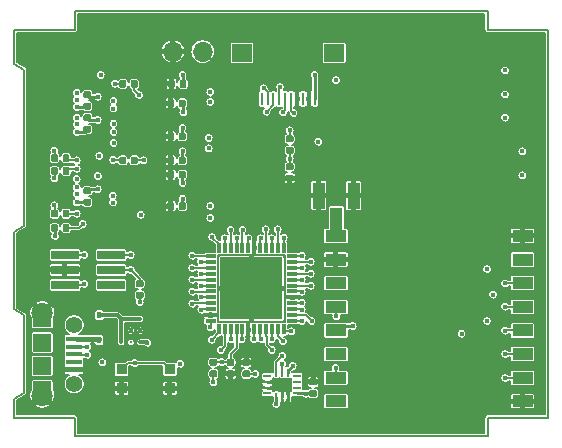
<source format=gtl>
G04 #@! TF.GenerationSoftware,KiCad,Pcbnew,(5.1.4)-1*
G04 #@! TF.CreationDate,2019-10-25T18:11:34-07:00*
G04 #@! TF.ProjectId,mainboard,6d61696e-626f-4617-9264-2e6b69636164,rev?*
G04 #@! TF.SameCoordinates,Original*
G04 #@! TF.FileFunction,Copper,L1,Top*
G04 #@! TF.FilePolarity,Positive*
%FSLAX46Y46*%
G04 Gerber Fmt 4.6, Leading zero omitted, Abs format (unit mm)*
G04 Created by KiCad (PCBNEW (5.1.4)-1) date 2019-10-25 18:11:34*
%MOMM*%
%LPD*%
G04 APERTURE LIST*
%ADD10C,0.150000*%
%ADD11O,1.700000X1.700000*%
%ADD12R,2.400000X0.740000*%
%ADD13C,0.100000*%
%ADD14C,0.590000*%
%ADD15R,1.050000X1.050000*%
%ADD16R,1.050000X2.250000*%
%ADD17R,0.850000X0.300000*%
%ADD18R,0.300000X0.850000*%
%ADD19R,5.250000X5.250000*%
%ADD20R,1.800000X1.000000*%
%ADD21R,0.250000X0.675000*%
%ADD22R,0.675000X0.250000*%
%ADD23R,0.250000X1.100000*%
%ADD24R,1.700000X1.500000*%
%ADD25R,0.450000X0.600000*%
%ADD26R,1.350000X0.450000*%
%ADD27C,1.408000*%
%ADD28C,1.800000*%
%ADD29R,1.550000X1.500000*%
%ADD30C,0.299999*%
%ADD31R,0.900000X0.900000*%
%ADD32C,0.450000*%
%ADD33C,0.152400*%
%ADD34C,0.250000*%
%ADD35C,0.381000*%
%ADD36C,0.299720*%
%ADD37C,1.041400*%
%ADD38C,0.127000*%
G04 APERTURE END LIST*
D10*
X76625100Y-98791400D02*
X76625100Y-92202000D01*
X77463300Y-78486000D02*
X76625100Y-77978000D01*
X77463300Y-91694000D02*
X76625100Y-92202000D01*
X77463300Y-78486000D02*
X77463300Y-91694000D01*
X81725100Y-75141600D02*
X81725100Y-73541600D01*
X81725100Y-107941600D02*
X81725100Y-109541600D01*
X121800300Y-107941600D02*
X116700300Y-107941600D01*
X76625100Y-75141600D02*
X81725100Y-75141600D01*
X116700300Y-107941600D02*
X116700300Y-109541600D01*
X116700300Y-73541600D02*
X116700300Y-75141600D01*
X121800300Y-75141600D02*
X116700300Y-75141600D01*
X76625100Y-107941600D02*
X76625100Y-106335200D01*
X81725100Y-107941600D02*
X76625100Y-107941600D01*
X77463300Y-99299400D02*
X76625100Y-98791400D01*
X121800300Y-107941600D02*
X121800300Y-75141600D01*
X77463300Y-105827200D02*
X76625100Y-106335200D01*
X77463300Y-99299400D02*
X77463300Y-105827200D01*
X81725100Y-109541600D02*
X116700300Y-109541600D01*
X116700300Y-73541600D02*
X81725100Y-73541600D01*
X76625100Y-75141600D02*
X76625100Y-77978000D01*
D11*
X92583000Y-76962000D03*
X90043000Y-76962000D03*
D12*
X84817500Y-96710500D03*
X80917500Y-96710500D03*
X84817500Y-95440500D03*
X80917500Y-95440500D03*
X84817500Y-94170500D03*
X80917500Y-94170500D03*
D13*
G36*
X85973458Y-85850210D02*
G01*
X85987776Y-85852334D01*
X86001817Y-85855851D01*
X86015446Y-85860728D01*
X86028531Y-85866917D01*
X86040947Y-85874358D01*
X86052573Y-85882981D01*
X86063298Y-85892702D01*
X86073019Y-85903427D01*
X86081642Y-85915053D01*
X86089083Y-85927469D01*
X86095272Y-85940554D01*
X86100149Y-85954183D01*
X86103666Y-85968224D01*
X86105790Y-85982542D01*
X86106500Y-85997000D01*
X86106500Y-86342000D01*
X86105790Y-86356458D01*
X86103666Y-86370776D01*
X86100149Y-86384817D01*
X86095272Y-86398446D01*
X86089083Y-86411531D01*
X86081642Y-86423947D01*
X86073019Y-86435573D01*
X86063298Y-86446298D01*
X86052573Y-86456019D01*
X86040947Y-86464642D01*
X86028531Y-86472083D01*
X86015446Y-86478272D01*
X86001817Y-86483149D01*
X85987776Y-86486666D01*
X85973458Y-86488790D01*
X85959000Y-86489500D01*
X85664000Y-86489500D01*
X85649542Y-86488790D01*
X85635224Y-86486666D01*
X85621183Y-86483149D01*
X85607554Y-86478272D01*
X85594469Y-86472083D01*
X85582053Y-86464642D01*
X85570427Y-86456019D01*
X85559702Y-86446298D01*
X85549981Y-86435573D01*
X85541358Y-86423947D01*
X85533917Y-86411531D01*
X85527728Y-86398446D01*
X85522851Y-86384817D01*
X85519334Y-86370776D01*
X85517210Y-86356458D01*
X85516500Y-86342000D01*
X85516500Y-85997000D01*
X85517210Y-85982542D01*
X85519334Y-85968224D01*
X85522851Y-85954183D01*
X85527728Y-85940554D01*
X85533917Y-85927469D01*
X85541358Y-85915053D01*
X85549981Y-85903427D01*
X85559702Y-85892702D01*
X85570427Y-85882981D01*
X85582053Y-85874358D01*
X85594469Y-85866917D01*
X85607554Y-85860728D01*
X85621183Y-85855851D01*
X85635224Y-85852334D01*
X85649542Y-85850210D01*
X85664000Y-85849500D01*
X85959000Y-85849500D01*
X85973458Y-85850210D01*
X85973458Y-85850210D01*
G37*
D14*
X85811500Y-86169500D03*
D13*
G36*
X86943458Y-85850210D02*
G01*
X86957776Y-85852334D01*
X86971817Y-85855851D01*
X86985446Y-85860728D01*
X86998531Y-85866917D01*
X87010947Y-85874358D01*
X87022573Y-85882981D01*
X87033298Y-85892702D01*
X87043019Y-85903427D01*
X87051642Y-85915053D01*
X87059083Y-85927469D01*
X87065272Y-85940554D01*
X87070149Y-85954183D01*
X87073666Y-85968224D01*
X87075790Y-85982542D01*
X87076500Y-85997000D01*
X87076500Y-86342000D01*
X87075790Y-86356458D01*
X87073666Y-86370776D01*
X87070149Y-86384817D01*
X87065272Y-86398446D01*
X87059083Y-86411531D01*
X87051642Y-86423947D01*
X87043019Y-86435573D01*
X87033298Y-86446298D01*
X87022573Y-86456019D01*
X87010947Y-86464642D01*
X86998531Y-86472083D01*
X86985446Y-86478272D01*
X86971817Y-86483149D01*
X86957776Y-86486666D01*
X86943458Y-86488790D01*
X86929000Y-86489500D01*
X86634000Y-86489500D01*
X86619542Y-86488790D01*
X86605224Y-86486666D01*
X86591183Y-86483149D01*
X86577554Y-86478272D01*
X86564469Y-86472083D01*
X86552053Y-86464642D01*
X86540427Y-86456019D01*
X86529702Y-86446298D01*
X86519981Y-86435573D01*
X86511358Y-86423947D01*
X86503917Y-86411531D01*
X86497728Y-86398446D01*
X86492851Y-86384817D01*
X86489334Y-86370776D01*
X86487210Y-86356458D01*
X86486500Y-86342000D01*
X86486500Y-85997000D01*
X86487210Y-85982542D01*
X86489334Y-85968224D01*
X86492851Y-85954183D01*
X86497728Y-85940554D01*
X86503917Y-85927469D01*
X86511358Y-85915053D01*
X86519981Y-85903427D01*
X86529702Y-85892702D01*
X86540427Y-85882981D01*
X86552053Y-85874358D01*
X86564469Y-85866917D01*
X86577554Y-85860728D01*
X86591183Y-85855851D01*
X86605224Y-85852334D01*
X86619542Y-85850210D01*
X86634000Y-85849500D01*
X86929000Y-85849500D01*
X86943458Y-85850210D01*
X86943458Y-85850210D01*
G37*
D14*
X86781500Y-86169500D03*
D13*
G36*
X85973458Y-79373210D02*
G01*
X85987776Y-79375334D01*
X86001817Y-79378851D01*
X86015446Y-79383728D01*
X86028531Y-79389917D01*
X86040947Y-79397358D01*
X86052573Y-79405981D01*
X86063298Y-79415702D01*
X86073019Y-79426427D01*
X86081642Y-79438053D01*
X86089083Y-79450469D01*
X86095272Y-79463554D01*
X86100149Y-79477183D01*
X86103666Y-79491224D01*
X86105790Y-79505542D01*
X86106500Y-79520000D01*
X86106500Y-79865000D01*
X86105790Y-79879458D01*
X86103666Y-79893776D01*
X86100149Y-79907817D01*
X86095272Y-79921446D01*
X86089083Y-79934531D01*
X86081642Y-79946947D01*
X86073019Y-79958573D01*
X86063298Y-79969298D01*
X86052573Y-79979019D01*
X86040947Y-79987642D01*
X86028531Y-79995083D01*
X86015446Y-80001272D01*
X86001817Y-80006149D01*
X85987776Y-80009666D01*
X85973458Y-80011790D01*
X85959000Y-80012500D01*
X85664000Y-80012500D01*
X85649542Y-80011790D01*
X85635224Y-80009666D01*
X85621183Y-80006149D01*
X85607554Y-80001272D01*
X85594469Y-79995083D01*
X85582053Y-79987642D01*
X85570427Y-79979019D01*
X85559702Y-79969298D01*
X85549981Y-79958573D01*
X85541358Y-79946947D01*
X85533917Y-79934531D01*
X85527728Y-79921446D01*
X85522851Y-79907817D01*
X85519334Y-79893776D01*
X85517210Y-79879458D01*
X85516500Y-79865000D01*
X85516500Y-79520000D01*
X85517210Y-79505542D01*
X85519334Y-79491224D01*
X85522851Y-79477183D01*
X85527728Y-79463554D01*
X85533917Y-79450469D01*
X85541358Y-79438053D01*
X85549981Y-79426427D01*
X85559702Y-79415702D01*
X85570427Y-79405981D01*
X85582053Y-79397358D01*
X85594469Y-79389917D01*
X85607554Y-79383728D01*
X85621183Y-79378851D01*
X85635224Y-79375334D01*
X85649542Y-79373210D01*
X85664000Y-79372500D01*
X85959000Y-79372500D01*
X85973458Y-79373210D01*
X85973458Y-79373210D01*
G37*
D14*
X85811500Y-79692500D03*
D13*
G36*
X86943458Y-79373210D02*
G01*
X86957776Y-79375334D01*
X86971817Y-79378851D01*
X86985446Y-79383728D01*
X86998531Y-79389917D01*
X87010947Y-79397358D01*
X87022573Y-79405981D01*
X87033298Y-79415702D01*
X87043019Y-79426427D01*
X87051642Y-79438053D01*
X87059083Y-79450469D01*
X87065272Y-79463554D01*
X87070149Y-79477183D01*
X87073666Y-79491224D01*
X87075790Y-79505542D01*
X87076500Y-79520000D01*
X87076500Y-79865000D01*
X87075790Y-79879458D01*
X87073666Y-79893776D01*
X87070149Y-79907817D01*
X87065272Y-79921446D01*
X87059083Y-79934531D01*
X87051642Y-79946947D01*
X87043019Y-79958573D01*
X87033298Y-79969298D01*
X87022573Y-79979019D01*
X87010947Y-79987642D01*
X86998531Y-79995083D01*
X86985446Y-80001272D01*
X86971817Y-80006149D01*
X86957776Y-80009666D01*
X86943458Y-80011790D01*
X86929000Y-80012500D01*
X86634000Y-80012500D01*
X86619542Y-80011790D01*
X86605224Y-80009666D01*
X86591183Y-80006149D01*
X86577554Y-80001272D01*
X86564469Y-79995083D01*
X86552053Y-79987642D01*
X86540427Y-79979019D01*
X86529702Y-79969298D01*
X86519981Y-79958573D01*
X86511358Y-79946947D01*
X86503917Y-79934531D01*
X86497728Y-79921446D01*
X86492851Y-79907817D01*
X86489334Y-79893776D01*
X86487210Y-79879458D01*
X86486500Y-79865000D01*
X86486500Y-79520000D01*
X86487210Y-79505542D01*
X86489334Y-79491224D01*
X86492851Y-79477183D01*
X86497728Y-79463554D01*
X86503917Y-79450469D01*
X86511358Y-79438053D01*
X86519981Y-79426427D01*
X86529702Y-79415702D01*
X86540427Y-79405981D01*
X86552053Y-79397358D01*
X86564469Y-79389917D01*
X86577554Y-79383728D01*
X86591183Y-79378851D01*
X86605224Y-79375334D01*
X86619542Y-79373210D01*
X86634000Y-79372500D01*
X86929000Y-79372500D01*
X86943458Y-79373210D01*
X86943458Y-79373210D01*
G37*
D14*
X86781500Y-79692500D03*
D13*
G36*
X82990958Y-88438210D02*
G01*
X83005276Y-88440334D01*
X83019317Y-88443851D01*
X83032946Y-88448728D01*
X83046031Y-88454917D01*
X83058447Y-88462358D01*
X83070073Y-88470981D01*
X83080798Y-88480702D01*
X83090519Y-88491427D01*
X83099142Y-88503053D01*
X83106583Y-88515469D01*
X83112772Y-88528554D01*
X83117649Y-88542183D01*
X83121166Y-88556224D01*
X83123290Y-88570542D01*
X83124000Y-88585000D01*
X83124000Y-88880000D01*
X83123290Y-88894458D01*
X83121166Y-88908776D01*
X83117649Y-88922817D01*
X83112772Y-88936446D01*
X83106583Y-88949531D01*
X83099142Y-88961947D01*
X83090519Y-88973573D01*
X83080798Y-88984298D01*
X83070073Y-88994019D01*
X83058447Y-89002642D01*
X83046031Y-89010083D01*
X83032946Y-89016272D01*
X83019317Y-89021149D01*
X83005276Y-89024666D01*
X82990958Y-89026790D01*
X82976500Y-89027500D01*
X82631500Y-89027500D01*
X82617042Y-89026790D01*
X82602724Y-89024666D01*
X82588683Y-89021149D01*
X82575054Y-89016272D01*
X82561969Y-89010083D01*
X82549553Y-89002642D01*
X82537927Y-88994019D01*
X82527202Y-88984298D01*
X82517481Y-88973573D01*
X82508858Y-88961947D01*
X82501417Y-88949531D01*
X82495228Y-88936446D01*
X82490351Y-88922817D01*
X82486834Y-88908776D01*
X82484710Y-88894458D01*
X82484000Y-88880000D01*
X82484000Y-88585000D01*
X82484710Y-88570542D01*
X82486834Y-88556224D01*
X82490351Y-88542183D01*
X82495228Y-88528554D01*
X82501417Y-88515469D01*
X82508858Y-88503053D01*
X82517481Y-88491427D01*
X82527202Y-88480702D01*
X82537927Y-88470981D01*
X82549553Y-88462358D01*
X82561969Y-88454917D01*
X82575054Y-88448728D01*
X82588683Y-88443851D01*
X82602724Y-88440334D01*
X82617042Y-88438210D01*
X82631500Y-88437500D01*
X82976500Y-88437500D01*
X82990958Y-88438210D01*
X82990958Y-88438210D01*
G37*
D14*
X82804000Y-88732500D03*
D13*
G36*
X82990958Y-89408210D02*
G01*
X83005276Y-89410334D01*
X83019317Y-89413851D01*
X83032946Y-89418728D01*
X83046031Y-89424917D01*
X83058447Y-89432358D01*
X83070073Y-89440981D01*
X83080798Y-89450702D01*
X83090519Y-89461427D01*
X83099142Y-89473053D01*
X83106583Y-89485469D01*
X83112772Y-89498554D01*
X83117649Y-89512183D01*
X83121166Y-89526224D01*
X83123290Y-89540542D01*
X83124000Y-89555000D01*
X83124000Y-89850000D01*
X83123290Y-89864458D01*
X83121166Y-89878776D01*
X83117649Y-89892817D01*
X83112772Y-89906446D01*
X83106583Y-89919531D01*
X83099142Y-89931947D01*
X83090519Y-89943573D01*
X83080798Y-89954298D01*
X83070073Y-89964019D01*
X83058447Y-89972642D01*
X83046031Y-89980083D01*
X83032946Y-89986272D01*
X83019317Y-89991149D01*
X83005276Y-89994666D01*
X82990958Y-89996790D01*
X82976500Y-89997500D01*
X82631500Y-89997500D01*
X82617042Y-89996790D01*
X82602724Y-89994666D01*
X82588683Y-89991149D01*
X82575054Y-89986272D01*
X82561969Y-89980083D01*
X82549553Y-89972642D01*
X82537927Y-89964019D01*
X82527202Y-89954298D01*
X82517481Y-89943573D01*
X82508858Y-89931947D01*
X82501417Y-89919531D01*
X82495228Y-89906446D01*
X82490351Y-89892817D01*
X82486834Y-89878776D01*
X82484710Y-89864458D01*
X82484000Y-89850000D01*
X82484000Y-89555000D01*
X82484710Y-89540542D01*
X82486834Y-89526224D01*
X82490351Y-89512183D01*
X82495228Y-89498554D01*
X82501417Y-89485469D01*
X82508858Y-89473053D01*
X82517481Y-89461427D01*
X82527202Y-89450702D01*
X82537927Y-89440981D01*
X82549553Y-89432358D01*
X82561969Y-89424917D01*
X82575054Y-89418728D01*
X82588683Y-89413851D01*
X82602724Y-89410334D01*
X82617042Y-89408210D01*
X82631500Y-89407500D01*
X82976500Y-89407500D01*
X82990958Y-89408210D01*
X82990958Y-89408210D01*
G37*
D14*
X82804000Y-89702500D03*
D13*
G36*
X82990958Y-82278710D02*
G01*
X83005276Y-82280834D01*
X83019317Y-82284351D01*
X83032946Y-82289228D01*
X83046031Y-82295417D01*
X83058447Y-82302858D01*
X83070073Y-82311481D01*
X83080798Y-82321202D01*
X83090519Y-82331927D01*
X83099142Y-82343553D01*
X83106583Y-82355969D01*
X83112772Y-82369054D01*
X83117649Y-82382683D01*
X83121166Y-82396724D01*
X83123290Y-82411042D01*
X83124000Y-82425500D01*
X83124000Y-82720500D01*
X83123290Y-82734958D01*
X83121166Y-82749276D01*
X83117649Y-82763317D01*
X83112772Y-82776946D01*
X83106583Y-82790031D01*
X83099142Y-82802447D01*
X83090519Y-82814073D01*
X83080798Y-82824798D01*
X83070073Y-82834519D01*
X83058447Y-82843142D01*
X83046031Y-82850583D01*
X83032946Y-82856772D01*
X83019317Y-82861649D01*
X83005276Y-82865166D01*
X82990958Y-82867290D01*
X82976500Y-82868000D01*
X82631500Y-82868000D01*
X82617042Y-82867290D01*
X82602724Y-82865166D01*
X82588683Y-82861649D01*
X82575054Y-82856772D01*
X82561969Y-82850583D01*
X82549553Y-82843142D01*
X82537927Y-82834519D01*
X82527202Y-82824798D01*
X82517481Y-82814073D01*
X82508858Y-82802447D01*
X82501417Y-82790031D01*
X82495228Y-82776946D01*
X82490351Y-82763317D01*
X82486834Y-82749276D01*
X82484710Y-82734958D01*
X82484000Y-82720500D01*
X82484000Y-82425500D01*
X82484710Y-82411042D01*
X82486834Y-82396724D01*
X82490351Y-82382683D01*
X82495228Y-82369054D01*
X82501417Y-82355969D01*
X82508858Y-82343553D01*
X82517481Y-82331927D01*
X82527202Y-82321202D01*
X82537927Y-82311481D01*
X82549553Y-82302858D01*
X82561969Y-82295417D01*
X82575054Y-82289228D01*
X82588683Y-82284351D01*
X82602724Y-82280834D01*
X82617042Y-82278710D01*
X82631500Y-82278000D01*
X82976500Y-82278000D01*
X82990958Y-82278710D01*
X82990958Y-82278710D01*
G37*
D14*
X82804000Y-82573000D03*
D13*
G36*
X82990958Y-83248710D02*
G01*
X83005276Y-83250834D01*
X83019317Y-83254351D01*
X83032946Y-83259228D01*
X83046031Y-83265417D01*
X83058447Y-83272858D01*
X83070073Y-83281481D01*
X83080798Y-83291202D01*
X83090519Y-83301927D01*
X83099142Y-83313553D01*
X83106583Y-83325969D01*
X83112772Y-83339054D01*
X83117649Y-83352683D01*
X83121166Y-83366724D01*
X83123290Y-83381042D01*
X83124000Y-83395500D01*
X83124000Y-83690500D01*
X83123290Y-83704958D01*
X83121166Y-83719276D01*
X83117649Y-83733317D01*
X83112772Y-83746946D01*
X83106583Y-83760031D01*
X83099142Y-83772447D01*
X83090519Y-83784073D01*
X83080798Y-83794798D01*
X83070073Y-83804519D01*
X83058447Y-83813142D01*
X83046031Y-83820583D01*
X83032946Y-83826772D01*
X83019317Y-83831649D01*
X83005276Y-83835166D01*
X82990958Y-83837290D01*
X82976500Y-83838000D01*
X82631500Y-83838000D01*
X82617042Y-83837290D01*
X82602724Y-83835166D01*
X82588683Y-83831649D01*
X82575054Y-83826772D01*
X82561969Y-83820583D01*
X82549553Y-83813142D01*
X82537927Y-83804519D01*
X82527202Y-83794798D01*
X82517481Y-83784073D01*
X82508858Y-83772447D01*
X82501417Y-83760031D01*
X82495228Y-83746946D01*
X82490351Y-83733317D01*
X82486834Y-83719276D01*
X82484710Y-83704958D01*
X82484000Y-83690500D01*
X82484000Y-83395500D01*
X82484710Y-83381042D01*
X82486834Y-83366724D01*
X82490351Y-83352683D01*
X82495228Y-83339054D01*
X82501417Y-83325969D01*
X82508858Y-83313553D01*
X82517481Y-83301927D01*
X82527202Y-83291202D01*
X82537927Y-83281481D01*
X82549553Y-83272858D01*
X82561969Y-83265417D01*
X82575054Y-83259228D01*
X82588683Y-83254351D01*
X82602724Y-83250834D01*
X82617042Y-83248710D01*
X82631500Y-83248000D01*
X82976500Y-83248000D01*
X82990958Y-83248710D01*
X82990958Y-83248710D01*
G37*
D14*
X82804000Y-83543000D03*
D13*
G36*
X82990958Y-80310210D02*
G01*
X83005276Y-80312334D01*
X83019317Y-80315851D01*
X83032946Y-80320728D01*
X83046031Y-80326917D01*
X83058447Y-80334358D01*
X83070073Y-80342981D01*
X83080798Y-80352702D01*
X83090519Y-80363427D01*
X83099142Y-80375053D01*
X83106583Y-80387469D01*
X83112772Y-80400554D01*
X83117649Y-80414183D01*
X83121166Y-80428224D01*
X83123290Y-80442542D01*
X83124000Y-80457000D01*
X83124000Y-80752000D01*
X83123290Y-80766458D01*
X83121166Y-80780776D01*
X83117649Y-80794817D01*
X83112772Y-80808446D01*
X83106583Y-80821531D01*
X83099142Y-80833947D01*
X83090519Y-80845573D01*
X83080798Y-80856298D01*
X83070073Y-80866019D01*
X83058447Y-80874642D01*
X83046031Y-80882083D01*
X83032946Y-80888272D01*
X83019317Y-80893149D01*
X83005276Y-80896666D01*
X82990958Y-80898790D01*
X82976500Y-80899500D01*
X82631500Y-80899500D01*
X82617042Y-80898790D01*
X82602724Y-80896666D01*
X82588683Y-80893149D01*
X82575054Y-80888272D01*
X82561969Y-80882083D01*
X82549553Y-80874642D01*
X82537927Y-80866019D01*
X82527202Y-80856298D01*
X82517481Y-80845573D01*
X82508858Y-80833947D01*
X82501417Y-80821531D01*
X82495228Y-80808446D01*
X82490351Y-80794817D01*
X82486834Y-80780776D01*
X82484710Y-80766458D01*
X82484000Y-80752000D01*
X82484000Y-80457000D01*
X82484710Y-80442542D01*
X82486834Y-80428224D01*
X82490351Y-80414183D01*
X82495228Y-80400554D01*
X82501417Y-80387469D01*
X82508858Y-80375053D01*
X82517481Y-80363427D01*
X82527202Y-80352702D01*
X82537927Y-80342981D01*
X82549553Y-80334358D01*
X82561969Y-80326917D01*
X82575054Y-80320728D01*
X82588683Y-80315851D01*
X82602724Y-80312334D01*
X82617042Y-80310210D01*
X82631500Y-80309500D01*
X82976500Y-80309500D01*
X82990958Y-80310210D01*
X82990958Y-80310210D01*
G37*
D14*
X82804000Y-80604500D03*
D13*
G36*
X82990958Y-81280210D02*
G01*
X83005276Y-81282334D01*
X83019317Y-81285851D01*
X83032946Y-81290728D01*
X83046031Y-81296917D01*
X83058447Y-81304358D01*
X83070073Y-81312981D01*
X83080798Y-81322702D01*
X83090519Y-81333427D01*
X83099142Y-81345053D01*
X83106583Y-81357469D01*
X83112772Y-81370554D01*
X83117649Y-81384183D01*
X83121166Y-81398224D01*
X83123290Y-81412542D01*
X83124000Y-81427000D01*
X83124000Y-81722000D01*
X83123290Y-81736458D01*
X83121166Y-81750776D01*
X83117649Y-81764817D01*
X83112772Y-81778446D01*
X83106583Y-81791531D01*
X83099142Y-81803947D01*
X83090519Y-81815573D01*
X83080798Y-81826298D01*
X83070073Y-81836019D01*
X83058447Y-81844642D01*
X83046031Y-81852083D01*
X83032946Y-81858272D01*
X83019317Y-81863149D01*
X83005276Y-81866666D01*
X82990958Y-81868790D01*
X82976500Y-81869500D01*
X82631500Y-81869500D01*
X82617042Y-81868790D01*
X82602724Y-81866666D01*
X82588683Y-81863149D01*
X82575054Y-81858272D01*
X82561969Y-81852083D01*
X82549553Y-81844642D01*
X82537927Y-81836019D01*
X82527202Y-81826298D01*
X82517481Y-81815573D01*
X82508858Y-81803947D01*
X82501417Y-81791531D01*
X82495228Y-81778446D01*
X82490351Y-81764817D01*
X82486834Y-81750776D01*
X82484710Y-81736458D01*
X82484000Y-81722000D01*
X82484000Y-81427000D01*
X82484710Y-81412542D01*
X82486834Y-81398224D01*
X82490351Y-81384183D01*
X82495228Y-81370554D01*
X82501417Y-81357469D01*
X82508858Y-81345053D01*
X82517481Y-81333427D01*
X82527202Y-81322702D01*
X82537927Y-81312981D01*
X82549553Y-81304358D01*
X82561969Y-81296917D01*
X82575054Y-81290728D01*
X82588683Y-81285851D01*
X82602724Y-81282334D01*
X82617042Y-81280210D01*
X82631500Y-81279500D01*
X82976500Y-81279500D01*
X82990958Y-81280210D01*
X82990958Y-81280210D01*
G37*
D14*
X82804000Y-81574500D03*
D13*
G36*
X100135958Y-86406210D02*
G01*
X100150276Y-86408334D01*
X100164317Y-86411851D01*
X100177946Y-86416728D01*
X100191031Y-86422917D01*
X100203447Y-86430358D01*
X100215073Y-86438981D01*
X100225798Y-86448702D01*
X100235519Y-86459427D01*
X100244142Y-86471053D01*
X100251583Y-86483469D01*
X100257772Y-86496554D01*
X100262649Y-86510183D01*
X100266166Y-86524224D01*
X100268290Y-86538542D01*
X100269000Y-86553000D01*
X100269000Y-86848000D01*
X100268290Y-86862458D01*
X100266166Y-86876776D01*
X100262649Y-86890817D01*
X100257772Y-86904446D01*
X100251583Y-86917531D01*
X100244142Y-86929947D01*
X100235519Y-86941573D01*
X100225798Y-86952298D01*
X100215073Y-86962019D01*
X100203447Y-86970642D01*
X100191031Y-86978083D01*
X100177946Y-86984272D01*
X100164317Y-86989149D01*
X100150276Y-86992666D01*
X100135958Y-86994790D01*
X100121500Y-86995500D01*
X99776500Y-86995500D01*
X99762042Y-86994790D01*
X99747724Y-86992666D01*
X99733683Y-86989149D01*
X99720054Y-86984272D01*
X99706969Y-86978083D01*
X99694553Y-86970642D01*
X99682927Y-86962019D01*
X99672202Y-86952298D01*
X99662481Y-86941573D01*
X99653858Y-86929947D01*
X99646417Y-86917531D01*
X99640228Y-86904446D01*
X99635351Y-86890817D01*
X99631834Y-86876776D01*
X99629710Y-86862458D01*
X99629000Y-86848000D01*
X99629000Y-86553000D01*
X99629710Y-86538542D01*
X99631834Y-86524224D01*
X99635351Y-86510183D01*
X99640228Y-86496554D01*
X99646417Y-86483469D01*
X99653858Y-86471053D01*
X99662481Y-86459427D01*
X99672202Y-86448702D01*
X99682927Y-86438981D01*
X99694553Y-86430358D01*
X99706969Y-86422917D01*
X99720054Y-86416728D01*
X99733683Y-86411851D01*
X99747724Y-86408334D01*
X99762042Y-86406210D01*
X99776500Y-86405500D01*
X100121500Y-86405500D01*
X100135958Y-86406210D01*
X100135958Y-86406210D01*
G37*
D14*
X99949000Y-86700500D03*
D13*
G36*
X100135958Y-87376210D02*
G01*
X100150276Y-87378334D01*
X100164317Y-87381851D01*
X100177946Y-87386728D01*
X100191031Y-87392917D01*
X100203447Y-87400358D01*
X100215073Y-87408981D01*
X100225798Y-87418702D01*
X100235519Y-87429427D01*
X100244142Y-87441053D01*
X100251583Y-87453469D01*
X100257772Y-87466554D01*
X100262649Y-87480183D01*
X100266166Y-87494224D01*
X100268290Y-87508542D01*
X100269000Y-87523000D01*
X100269000Y-87818000D01*
X100268290Y-87832458D01*
X100266166Y-87846776D01*
X100262649Y-87860817D01*
X100257772Y-87874446D01*
X100251583Y-87887531D01*
X100244142Y-87899947D01*
X100235519Y-87911573D01*
X100225798Y-87922298D01*
X100215073Y-87932019D01*
X100203447Y-87940642D01*
X100191031Y-87948083D01*
X100177946Y-87954272D01*
X100164317Y-87959149D01*
X100150276Y-87962666D01*
X100135958Y-87964790D01*
X100121500Y-87965500D01*
X99776500Y-87965500D01*
X99762042Y-87964790D01*
X99747724Y-87962666D01*
X99733683Y-87959149D01*
X99720054Y-87954272D01*
X99706969Y-87948083D01*
X99694553Y-87940642D01*
X99682927Y-87932019D01*
X99672202Y-87922298D01*
X99662481Y-87911573D01*
X99653858Y-87899947D01*
X99646417Y-87887531D01*
X99640228Y-87874446D01*
X99635351Y-87860817D01*
X99631834Y-87846776D01*
X99629710Y-87832458D01*
X99629000Y-87818000D01*
X99629000Y-87523000D01*
X99629710Y-87508542D01*
X99631834Y-87494224D01*
X99635351Y-87480183D01*
X99640228Y-87466554D01*
X99646417Y-87453469D01*
X99653858Y-87441053D01*
X99662481Y-87429427D01*
X99672202Y-87418702D01*
X99682927Y-87408981D01*
X99694553Y-87400358D01*
X99706969Y-87392917D01*
X99720054Y-87386728D01*
X99733683Y-87381851D01*
X99747724Y-87378334D01*
X99762042Y-87376210D01*
X99776500Y-87375500D01*
X100121500Y-87375500D01*
X100135958Y-87376210D01*
X100135958Y-87376210D01*
G37*
D14*
X99949000Y-87670500D03*
D13*
G36*
X100135958Y-84056710D02*
G01*
X100150276Y-84058834D01*
X100164317Y-84062351D01*
X100177946Y-84067228D01*
X100191031Y-84073417D01*
X100203447Y-84080858D01*
X100215073Y-84089481D01*
X100225798Y-84099202D01*
X100235519Y-84109927D01*
X100244142Y-84121553D01*
X100251583Y-84133969D01*
X100257772Y-84147054D01*
X100262649Y-84160683D01*
X100266166Y-84174724D01*
X100268290Y-84189042D01*
X100269000Y-84203500D01*
X100269000Y-84498500D01*
X100268290Y-84512958D01*
X100266166Y-84527276D01*
X100262649Y-84541317D01*
X100257772Y-84554946D01*
X100251583Y-84568031D01*
X100244142Y-84580447D01*
X100235519Y-84592073D01*
X100225798Y-84602798D01*
X100215073Y-84612519D01*
X100203447Y-84621142D01*
X100191031Y-84628583D01*
X100177946Y-84634772D01*
X100164317Y-84639649D01*
X100150276Y-84643166D01*
X100135958Y-84645290D01*
X100121500Y-84646000D01*
X99776500Y-84646000D01*
X99762042Y-84645290D01*
X99747724Y-84643166D01*
X99733683Y-84639649D01*
X99720054Y-84634772D01*
X99706969Y-84628583D01*
X99694553Y-84621142D01*
X99682927Y-84612519D01*
X99672202Y-84602798D01*
X99662481Y-84592073D01*
X99653858Y-84580447D01*
X99646417Y-84568031D01*
X99640228Y-84554946D01*
X99635351Y-84541317D01*
X99631834Y-84527276D01*
X99629710Y-84512958D01*
X99629000Y-84498500D01*
X99629000Y-84203500D01*
X99629710Y-84189042D01*
X99631834Y-84174724D01*
X99635351Y-84160683D01*
X99640228Y-84147054D01*
X99646417Y-84133969D01*
X99653858Y-84121553D01*
X99662481Y-84109927D01*
X99672202Y-84099202D01*
X99682927Y-84089481D01*
X99694553Y-84080858D01*
X99706969Y-84073417D01*
X99720054Y-84067228D01*
X99733683Y-84062351D01*
X99747724Y-84058834D01*
X99762042Y-84056710D01*
X99776500Y-84056000D01*
X100121500Y-84056000D01*
X100135958Y-84056710D01*
X100135958Y-84056710D01*
G37*
D14*
X99949000Y-84351000D03*
D13*
G36*
X100135958Y-85026710D02*
G01*
X100150276Y-85028834D01*
X100164317Y-85032351D01*
X100177946Y-85037228D01*
X100191031Y-85043417D01*
X100203447Y-85050858D01*
X100215073Y-85059481D01*
X100225798Y-85069202D01*
X100235519Y-85079927D01*
X100244142Y-85091553D01*
X100251583Y-85103969D01*
X100257772Y-85117054D01*
X100262649Y-85130683D01*
X100266166Y-85144724D01*
X100268290Y-85159042D01*
X100269000Y-85173500D01*
X100269000Y-85468500D01*
X100268290Y-85482958D01*
X100266166Y-85497276D01*
X100262649Y-85511317D01*
X100257772Y-85524946D01*
X100251583Y-85538031D01*
X100244142Y-85550447D01*
X100235519Y-85562073D01*
X100225798Y-85572798D01*
X100215073Y-85582519D01*
X100203447Y-85591142D01*
X100191031Y-85598583D01*
X100177946Y-85604772D01*
X100164317Y-85609649D01*
X100150276Y-85613166D01*
X100135958Y-85615290D01*
X100121500Y-85616000D01*
X99776500Y-85616000D01*
X99762042Y-85615290D01*
X99747724Y-85613166D01*
X99733683Y-85609649D01*
X99720054Y-85604772D01*
X99706969Y-85598583D01*
X99694553Y-85591142D01*
X99682927Y-85582519D01*
X99672202Y-85572798D01*
X99662481Y-85562073D01*
X99653858Y-85550447D01*
X99646417Y-85538031D01*
X99640228Y-85524946D01*
X99635351Y-85511317D01*
X99631834Y-85497276D01*
X99629710Y-85482958D01*
X99629000Y-85468500D01*
X99629000Y-85173500D01*
X99629710Y-85159042D01*
X99631834Y-85144724D01*
X99635351Y-85130683D01*
X99640228Y-85117054D01*
X99646417Y-85103969D01*
X99653858Y-85091553D01*
X99662481Y-85079927D01*
X99672202Y-85069202D01*
X99682927Y-85059481D01*
X99694553Y-85050858D01*
X99706969Y-85043417D01*
X99720054Y-85037228D01*
X99733683Y-85032351D01*
X99747724Y-85028834D01*
X99762042Y-85026710D01*
X99776500Y-85026000D01*
X100121500Y-85026000D01*
X100135958Y-85026710D01*
X100135958Y-85026710D01*
G37*
D14*
X99949000Y-85321000D03*
D15*
X103886000Y-90679000D03*
D16*
X105361000Y-89154000D03*
X102411000Y-89154000D03*
D13*
G36*
X93658958Y-103949710D02*
G01*
X93673276Y-103951834D01*
X93687317Y-103955351D01*
X93700946Y-103960228D01*
X93714031Y-103966417D01*
X93726447Y-103973858D01*
X93738073Y-103982481D01*
X93748798Y-103992202D01*
X93758519Y-104002927D01*
X93767142Y-104014553D01*
X93774583Y-104026969D01*
X93780772Y-104040054D01*
X93785649Y-104053683D01*
X93789166Y-104067724D01*
X93791290Y-104082042D01*
X93792000Y-104096500D01*
X93792000Y-104391500D01*
X93791290Y-104405958D01*
X93789166Y-104420276D01*
X93785649Y-104434317D01*
X93780772Y-104447946D01*
X93774583Y-104461031D01*
X93767142Y-104473447D01*
X93758519Y-104485073D01*
X93748798Y-104495798D01*
X93738073Y-104505519D01*
X93726447Y-104514142D01*
X93714031Y-104521583D01*
X93700946Y-104527772D01*
X93687317Y-104532649D01*
X93673276Y-104536166D01*
X93658958Y-104538290D01*
X93644500Y-104539000D01*
X93299500Y-104539000D01*
X93285042Y-104538290D01*
X93270724Y-104536166D01*
X93256683Y-104532649D01*
X93243054Y-104527772D01*
X93229969Y-104521583D01*
X93217553Y-104514142D01*
X93205927Y-104505519D01*
X93195202Y-104495798D01*
X93185481Y-104485073D01*
X93176858Y-104473447D01*
X93169417Y-104461031D01*
X93163228Y-104447946D01*
X93158351Y-104434317D01*
X93154834Y-104420276D01*
X93152710Y-104405958D01*
X93152000Y-104391500D01*
X93152000Y-104096500D01*
X93152710Y-104082042D01*
X93154834Y-104067724D01*
X93158351Y-104053683D01*
X93163228Y-104040054D01*
X93169417Y-104026969D01*
X93176858Y-104014553D01*
X93185481Y-104002927D01*
X93195202Y-103992202D01*
X93205927Y-103982481D01*
X93217553Y-103973858D01*
X93229969Y-103966417D01*
X93243054Y-103960228D01*
X93256683Y-103955351D01*
X93270724Y-103951834D01*
X93285042Y-103949710D01*
X93299500Y-103949000D01*
X93644500Y-103949000D01*
X93658958Y-103949710D01*
X93658958Y-103949710D01*
G37*
D14*
X93472000Y-104244000D03*
D13*
G36*
X93658958Y-102979710D02*
G01*
X93673276Y-102981834D01*
X93687317Y-102985351D01*
X93700946Y-102990228D01*
X93714031Y-102996417D01*
X93726447Y-103003858D01*
X93738073Y-103012481D01*
X93748798Y-103022202D01*
X93758519Y-103032927D01*
X93767142Y-103044553D01*
X93774583Y-103056969D01*
X93780772Y-103070054D01*
X93785649Y-103083683D01*
X93789166Y-103097724D01*
X93791290Y-103112042D01*
X93792000Y-103126500D01*
X93792000Y-103421500D01*
X93791290Y-103435958D01*
X93789166Y-103450276D01*
X93785649Y-103464317D01*
X93780772Y-103477946D01*
X93774583Y-103491031D01*
X93767142Y-103503447D01*
X93758519Y-103515073D01*
X93748798Y-103525798D01*
X93738073Y-103535519D01*
X93726447Y-103544142D01*
X93714031Y-103551583D01*
X93700946Y-103557772D01*
X93687317Y-103562649D01*
X93673276Y-103566166D01*
X93658958Y-103568290D01*
X93644500Y-103569000D01*
X93299500Y-103569000D01*
X93285042Y-103568290D01*
X93270724Y-103566166D01*
X93256683Y-103562649D01*
X93243054Y-103557772D01*
X93229969Y-103551583D01*
X93217553Y-103544142D01*
X93205927Y-103535519D01*
X93195202Y-103525798D01*
X93185481Y-103515073D01*
X93176858Y-103503447D01*
X93169417Y-103491031D01*
X93163228Y-103477946D01*
X93158351Y-103464317D01*
X93154834Y-103450276D01*
X93152710Y-103435958D01*
X93152000Y-103421500D01*
X93152000Y-103126500D01*
X93152710Y-103112042D01*
X93154834Y-103097724D01*
X93158351Y-103083683D01*
X93163228Y-103070054D01*
X93169417Y-103056969D01*
X93176858Y-103044553D01*
X93185481Y-103032927D01*
X93195202Y-103022202D01*
X93205927Y-103012481D01*
X93217553Y-103003858D01*
X93229969Y-102996417D01*
X93243054Y-102990228D01*
X93256683Y-102985351D01*
X93270724Y-102981834D01*
X93285042Y-102979710D01*
X93299500Y-102979000D01*
X93644500Y-102979000D01*
X93658958Y-102979710D01*
X93658958Y-102979710D01*
G37*
D14*
X93472000Y-103274000D03*
D13*
G36*
X90037458Y-81024210D02*
G01*
X90051776Y-81026334D01*
X90065817Y-81029851D01*
X90079446Y-81034728D01*
X90092531Y-81040917D01*
X90104947Y-81048358D01*
X90116573Y-81056981D01*
X90127298Y-81066702D01*
X90137019Y-81077427D01*
X90145642Y-81089053D01*
X90153083Y-81101469D01*
X90159272Y-81114554D01*
X90164149Y-81128183D01*
X90167666Y-81142224D01*
X90169790Y-81156542D01*
X90170500Y-81171000D01*
X90170500Y-81516000D01*
X90169790Y-81530458D01*
X90167666Y-81544776D01*
X90164149Y-81558817D01*
X90159272Y-81572446D01*
X90153083Y-81585531D01*
X90145642Y-81597947D01*
X90137019Y-81609573D01*
X90127298Y-81620298D01*
X90116573Y-81630019D01*
X90104947Y-81638642D01*
X90092531Y-81646083D01*
X90079446Y-81652272D01*
X90065817Y-81657149D01*
X90051776Y-81660666D01*
X90037458Y-81662790D01*
X90023000Y-81663500D01*
X89728000Y-81663500D01*
X89713542Y-81662790D01*
X89699224Y-81660666D01*
X89685183Y-81657149D01*
X89671554Y-81652272D01*
X89658469Y-81646083D01*
X89646053Y-81638642D01*
X89634427Y-81630019D01*
X89623702Y-81620298D01*
X89613981Y-81609573D01*
X89605358Y-81597947D01*
X89597917Y-81585531D01*
X89591728Y-81572446D01*
X89586851Y-81558817D01*
X89583334Y-81544776D01*
X89581210Y-81530458D01*
X89580500Y-81516000D01*
X89580500Y-81171000D01*
X89581210Y-81156542D01*
X89583334Y-81142224D01*
X89586851Y-81128183D01*
X89591728Y-81114554D01*
X89597917Y-81101469D01*
X89605358Y-81089053D01*
X89613981Y-81077427D01*
X89623702Y-81066702D01*
X89634427Y-81056981D01*
X89646053Y-81048358D01*
X89658469Y-81040917D01*
X89671554Y-81034728D01*
X89685183Y-81029851D01*
X89699224Y-81026334D01*
X89713542Y-81024210D01*
X89728000Y-81023500D01*
X90023000Y-81023500D01*
X90037458Y-81024210D01*
X90037458Y-81024210D01*
G37*
D14*
X89875500Y-81343500D03*
D13*
G36*
X91007458Y-81024210D02*
G01*
X91021776Y-81026334D01*
X91035817Y-81029851D01*
X91049446Y-81034728D01*
X91062531Y-81040917D01*
X91074947Y-81048358D01*
X91086573Y-81056981D01*
X91097298Y-81066702D01*
X91107019Y-81077427D01*
X91115642Y-81089053D01*
X91123083Y-81101469D01*
X91129272Y-81114554D01*
X91134149Y-81128183D01*
X91137666Y-81142224D01*
X91139790Y-81156542D01*
X91140500Y-81171000D01*
X91140500Y-81516000D01*
X91139790Y-81530458D01*
X91137666Y-81544776D01*
X91134149Y-81558817D01*
X91129272Y-81572446D01*
X91123083Y-81585531D01*
X91115642Y-81597947D01*
X91107019Y-81609573D01*
X91097298Y-81620298D01*
X91086573Y-81630019D01*
X91074947Y-81638642D01*
X91062531Y-81646083D01*
X91049446Y-81652272D01*
X91035817Y-81657149D01*
X91021776Y-81660666D01*
X91007458Y-81662790D01*
X90993000Y-81663500D01*
X90698000Y-81663500D01*
X90683542Y-81662790D01*
X90669224Y-81660666D01*
X90655183Y-81657149D01*
X90641554Y-81652272D01*
X90628469Y-81646083D01*
X90616053Y-81638642D01*
X90604427Y-81630019D01*
X90593702Y-81620298D01*
X90583981Y-81609573D01*
X90575358Y-81597947D01*
X90567917Y-81585531D01*
X90561728Y-81572446D01*
X90556851Y-81558817D01*
X90553334Y-81544776D01*
X90551210Y-81530458D01*
X90550500Y-81516000D01*
X90550500Y-81171000D01*
X90551210Y-81156542D01*
X90553334Y-81142224D01*
X90556851Y-81128183D01*
X90561728Y-81114554D01*
X90567917Y-81101469D01*
X90575358Y-81089053D01*
X90583981Y-81077427D01*
X90593702Y-81066702D01*
X90604427Y-81056981D01*
X90616053Y-81048358D01*
X90628469Y-81040917D01*
X90641554Y-81034728D01*
X90655183Y-81029851D01*
X90669224Y-81026334D01*
X90683542Y-81024210D01*
X90698000Y-81023500D01*
X90993000Y-81023500D01*
X91007458Y-81024210D01*
X91007458Y-81024210D01*
G37*
D14*
X90845500Y-81343500D03*
D17*
X100147800Y-99765300D03*
X100147800Y-99265300D03*
X100147800Y-98765300D03*
X100147800Y-98265300D03*
X100147800Y-97765300D03*
X100147800Y-97265300D03*
X100147800Y-96765300D03*
X100147800Y-96265300D03*
X100147800Y-95765300D03*
X100147800Y-95265300D03*
X100147800Y-94765300D03*
X100147800Y-94265300D03*
D18*
X99447800Y-93565300D03*
X98947800Y-93565300D03*
X98447800Y-93565300D03*
X97947800Y-93565300D03*
X97447800Y-93565300D03*
X96947800Y-93565300D03*
X96447800Y-93565300D03*
X95947800Y-93565300D03*
X95447800Y-93565300D03*
X94947800Y-93565300D03*
X94447800Y-93565300D03*
X93947800Y-93565300D03*
D17*
X93247800Y-94265300D03*
X93247800Y-94765300D03*
X93247800Y-95265300D03*
X93247800Y-95765300D03*
X93247800Y-96265300D03*
X93247800Y-96765300D03*
X93247800Y-97265300D03*
X93247800Y-97765300D03*
X93247800Y-98265300D03*
X93247800Y-98765300D03*
X93247800Y-99265300D03*
X93247800Y-99765300D03*
D18*
X93947800Y-100465300D03*
X94447800Y-100465300D03*
X94947800Y-100465300D03*
X95447800Y-100465300D03*
X95947800Y-100465300D03*
X96447800Y-100465300D03*
X96947800Y-100465300D03*
X97447800Y-100465300D03*
X97947800Y-100465300D03*
X98447800Y-100465300D03*
X98947800Y-100465300D03*
X99447800Y-100465300D03*
D19*
X96697800Y-97015300D03*
D20*
X119660000Y-106568000D03*
X119660000Y-104568000D03*
X119660000Y-102568000D03*
X119660000Y-100568000D03*
X119660000Y-98568000D03*
X119660000Y-96568000D03*
X119660000Y-94568000D03*
X119660000Y-92568000D03*
X103860000Y-92568000D03*
X103860000Y-94568000D03*
X103860000Y-96568000D03*
X103860000Y-98568000D03*
X103860000Y-100568000D03*
X103860000Y-102568000D03*
X103860000Y-104568000D03*
X103860000Y-106568000D03*
D21*
X98814000Y-104144000D03*
X99314000Y-104144000D03*
X99814000Y-104144000D03*
D22*
X100576000Y-104406000D03*
X100576000Y-104906000D03*
X100576000Y-105406000D03*
X100576000Y-105906000D03*
D21*
X99814000Y-106168000D03*
X99314000Y-106168000D03*
X98814000Y-106168000D03*
D22*
X98052000Y-105906000D03*
X98052000Y-105406000D03*
X98052000Y-104906000D03*
X98052000Y-104406000D03*
D13*
G36*
X80194958Y-85659710D02*
G01*
X80209276Y-85661834D01*
X80223317Y-85665351D01*
X80236946Y-85670228D01*
X80250031Y-85676417D01*
X80262447Y-85683858D01*
X80274073Y-85692481D01*
X80284798Y-85702202D01*
X80294519Y-85712927D01*
X80303142Y-85724553D01*
X80310583Y-85736969D01*
X80316772Y-85750054D01*
X80321649Y-85763683D01*
X80325166Y-85777724D01*
X80327290Y-85792042D01*
X80328000Y-85806500D01*
X80328000Y-86151500D01*
X80327290Y-86165958D01*
X80325166Y-86180276D01*
X80321649Y-86194317D01*
X80316772Y-86207946D01*
X80310583Y-86221031D01*
X80303142Y-86233447D01*
X80294519Y-86245073D01*
X80284798Y-86255798D01*
X80274073Y-86265519D01*
X80262447Y-86274142D01*
X80250031Y-86281583D01*
X80236946Y-86287772D01*
X80223317Y-86292649D01*
X80209276Y-86296166D01*
X80194958Y-86298290D01*
X80180500Y-86299000D01*
X79885500Y-86299000D01*
X79871042Y-86298290D01*
X79856724Y-86296166D01*
X79842683Y-86292649D01*
X79829054Y-86287772D01*
X79815969Y-86281583D01*
X79803553Y-86274142D01*
X79791927Y-86265519D01*
X79781202Y-86255798D01*
X79771481Y-86245073D01*
X79762858Y-86233447D01*
X79755417Y-86221031D01*
X79749228Y-86207946D01*
X79744351Y-86194317D01*
X79740834Y-86180276D01*
X79738710Y-86165958D01*
X79738000Y-86151500D01*
X79738000Y-85806500D01*
X79738710Y-85792042D01*
X79740834Y-85777724D01*
X79744351Y-85763683D01*
X79749228Y-85750054D01*
X79755417Y-85736969D01*
X79762858Y-85724553D01*
X79771481Y-85712927D01*
X79781202Y-85702202D01*
X79791927Y-85692481D01*
X79803553Y-85683858D01*
X79815969Y-85676417D01*
X79829054Y-85670228D01*
X79842683Y-85665351D01*
X79856724Y-85661834D01*
X79871042Y-85659710D01*
X79885500Y-85659000D01*
X80180500Y-85659000D01*
X80194958Y-85659710D01*
X80194958Y-85659710D01*
G37*
D14*
X80033000Y-85979000D03*
D13*
G36*
X81164958Y-85659710D02*
G01*
X81179276Y-85661834D01*
X81193317Y-85665351D01*
X81206946Y-85670228D01*
X81220031Y-85676417D01*
X81232447Y-85683858D01*
X81244073Y-85692481D01*
X81254798Y-85702202D01*
X81264519Y-85712927D01*
X81273142Y-85724553D01*
X81280583Y-85736969D01*
X81286772Y-85750054D01*
X81291649Y-85763683D01*
X81295166Y-85777724D01*
X81297290Y-85792042D01*
X81298000Y-85806500D01*
X81298000Y-86151500D01*
X81297290Y-86165958D01*
X81295166Y-86180276D01*
X81291649Y-86194317D01*
X81286772Y-86207946D01*
X81280583Y-86221031D01*
X81273142Y-86233447D01*
X81264519Y-86245073D01*
X81254798Y-86255798D01*
X81244073Y-86265519D01*
X81232447Y-86274142D01*
X81220031Y-86281583D01*
X81206946Y-86287772D01*
X81193317Y-86292649D01*
X81179276Y-86296166D01*
X81164958Y-86298290D01*
X81150500Y-86299000D01*
X80855500Y-86299000D01*
X80841042Y-86298290D01*
X80826724Y-86296166D01*
X80812683Y-86292649D01*
X80799054Y-86287772D01*
X80785969Y-86281583D01*
X80773553Y-86274142D01*
X80761927Y-86265519D01*
X80751202Y-86255798D01*
X80741481Y-86245073D01*
X80732858Y-86233447D01*
X80725417Y-86221031D01*
X80719228Y-86207946D01*
X80714351Y-86194317D01*
X80710834Y-86180276D01*
X80708710Y-86165958D01*
X80708000Y-86151500D01*
X80708000Y-85806500D01*
X80708710Y-85792042D01*
X80710834Y-85777724D01*
X80714351Y-85763683D01*
X80719228Y-85750054D01*
X80725417Y-85736969D01*
X80732858Y-85724553D01*
X80741481Y-85712927D01*
X80751202Y-85702202D01*
X80761927Y-85692481D01*
X80773553Y-85683858D01*
X80785969Y-85676417D01*
X80799054Y-85670228D01*
X80812683Y-85665351D01*
X80826724Y-85661834D01*
X80841042Y-85659710D01*
X80855500Y-85659000D01*
X81150500Y-85659000D01*
X81164958Y-85659710D01*
X81164958Y-85659710D01*
G37*
D14*
X81003000Y-85979000D03*
D13*
G36*
X102104458Y-104630710D02*
G01*
X102118776Y-104632834D01*
X102132817Y-104636351D01*
X102146446Y-104641228D01*
X102159531Y-104647417D01*
X102171947Y-104654858D01*
X102183573Y-104663481D01*
X102194298Y-104673202D01*
X102204019Y-104683927D01*
X102212642Y-104695553D01*
X102220083Y-104707969D01*
X102226272Y-104721054D01*
X102231149Y-104734683D01*
X102234666Y-104748724D01*
X102236790Y-104763042D01*
X102237500Y-104777500D01*
X102237500Y-105072500D01*
X102236790Y-105086958D01*
X102234666Y-105101276D01*
X102231149Y-105115317D01*
X102226272Y-105128946D01*
X102220083Y-105142031D01*
X102212642Y-105154447D01*
X102204019Y-105166073D01*
X102194298Y-105176798D01*
X102183573Y-105186519D01*
X102171947Y-105195142D01*
X102159531Y-105202583D01*
X102146446Y-105208772D01*
X102132817Y-105213649D01*
X102118776Y-105217166D01*
X102104458Y-105219290D01*
X102090000Y-105220000D01*
X101745000Y-105220000D01*
X101730542Y-105219290D01*
X101716224Y-105217166D01*
X101702183Y-105213649D01*
X101688554Y-105208772D01*
X101675469Y-105202583D01*
X101663053Y-105195142D01*
X101651427Y-105186519D01*
X101640702Y-105176798D01*
X101630981Y-105166073D01*
X101622358Y-105154447D01*
X101614917Y-105142031D01*
X101608728Y-105128946D01*
X101603851Y-105115317D01*
X101600334Y-105101276D01*
X101598210Y-105086958D01*
X101597500Y-105072500D01*
X101597500Y-104777500D01*
X101598210Y-104763042D01*
X101600334Y-104748724D01*
X101603851Y-104734683D01*
X101608728Y-104721054D01*
X101614917Y-104707969D01*
X101622358Y-104695553D01*
X101630981Y-104683927D01*
X101640702Y-104673202D01*
X101651427Y-104663481D01*
X101663053Y-104654858D01*
X101675469Y-104647417D01*
X101688554Y-104641228D01*
X101702183Y-104636351D01*
X101716224Y-104632834D01*
X101730542Y-104630710D01*
X101745000Y-104630000D01*
X102090000Y-104630000D01*
X102104458Y-104630710D01*
X102104458Y-104630710D01*
G37*
D14*
X101917500Y-104925000D03*
D13*
G36*
X102104458Y-105600710D02*
G01*
X102118776Y-105602834D01*
X102132817Y-105606351D01*
X102146446Y-105611228D01*
X102159531Y-105617417D01*
X102171947Y-105624858D01*
X102183573Y-105633481D01*
X102194298Y-105643202D01*
X102204019Y-105653927D01*
X102212642Y-105665553D01*
X102220083Y-105677969D01*
X102226272Y-105691054D01*
X102231149Y-105704683D01*
X102234666Y-105718724D01*
X102236790Y-105733042D01*
X102237500Y-105747500D01*
X102237500Y-106042500D01*
X102236790Y-106056958D01*
X102234666Y-106071276D01*
X102231149Y-106085317D01*
X102226272Y-106098946D01*
X102220083Y-106112031D01*
X102212642Y-106124447D01*
X102204019Y-106136073D01*
X102194298Y-106146798D01*
X102183573Y-106156519D01*
X102171947Y-106165142D01*
X102159531Y-106172583D01*
X102146446Y-106178772D01*
X102132817Y-106183649D01*
X102118776Y-106187166D01*
X102104458Y-106189290D01*
X102090000Y-106190000D01*
X101745000Y-106190000D01*
X101730542Y-106189290D01*
X101716224Y-106187166D01*
X101702183Y-106183649D01*
X101688554Y-106178772D01*
X101675469Y-106172583D01*
X101663053Y-106165142D01*
X101651427Y-106156519D01*
X101640702Y-106146798D01*
X101630981Y-106136073D01*
X101622358Y-106124447D01*
X101614917Y-106112031D01*
X101608728Y-106098946D01*
X101603851Y-106085317D01*
X101600334Y-106071276D01*
X101598210Y-106056958D01*
X101597500Y-106042500D01*
X101597500Y-105747500D01*
X101598210Y-105733042D01*
X101600334Y-105718724D01*
X101603851Y-105704683D01*
X101608728Y-105691054D01*
X101614917Y-105677969D01*
X101622358Y-105665553D01*
X101630981Y-105653927D01*
X101640702Y-105643202D01*
X101651427Y-105633481D01*
X101663053Y-105624858D01*
X101675469Y-105617417D01*
X101688554Y-105611228D01*
X101702183Y-105606351D01*
X101716224Y-105602834D01*
X101730542Y-105600710D01*
X101745000Y-105600000D01*
X102090000Y-105600000D01*
X102104458Y-105600710D01*
X102104458Y-105600710D01*
G37*
D14*
X101917500Y-105895000D03*
D13*
G36*
X96452958Y-102979710D02*
G01*
X96467276Y-102981834D01*
X96481317Y-102985351D01*
X96494946Y-102990228D01*
X96508031Y-102996417D01*
X96520447Y-103003858D01*
X96532073Y-103012481D01*
X96542798Y-103022202D01*
X96552519Y-103032927D01*
X96561142Y-103044553D01*
X96568583Y-103056969D01*
X96574772Y-103070054D01*
X96579649Y-103083683D01*
X96583166Y-103097724D01*
X96585290Y-103112042D01*
X96586000Y-103126500D01*
X96586000Y-103421500D01*
X96585290Y-103435958D01*
X96583166Y-103450276D01*
X96579649Y-103464317D01*
X96574772Y-103477946D01*
X96568583Y-103491031D01*
X96561142Y-103503447D01*
X96552519Y-103515073D01*
X96542798Y-103525798D01*
X96532073Y-103535519D01*
X96520447Y-103544142D01*
X96508031Y-103551583D01*
X96494946Y-103557772D01*
X96481317Y-103562649D01*
X96467276Y-103566166D01*
X96452958Y-103568290D01*
X96438500Y-103569000D01*
X96093500Y-103569000D01*
X96079042Y-103568290D01*
X96064724Y-103566166D01*
X96050683Y-103562649D01*
X96037054Y-103557772D01*
X96023969Y-103551583D01*
X96011553Y-103544142D01*
X95999927Y-103535519D01*
X95989202Y-103525798D01*
X95979481Y-103515073D01*
X95970858Y-103503447D01*
X95963417Y-103491031D01*
X95957228Y-103477946D01*
X95952351Y-103464317D01*
X95948834Y-103450276D01*
X95946710Y-103435958D01*
X95946000Y-103421500D01*
X95946000Y-103126500D01*
X95946710Y-103112042D01*
X95948834Y-103097724D01*
X95952351Y-103083683D01*
X95957228Y-103070054D01*
X95963417Y-103056969D01*
X95970858Y-103044553D01*
X95979481Y-103032927D01*
X95989202Y-103022202D01*
X95999927Y-103012481D01*
X96011553Y-103003858D01*
X96023969Y-102996417D01*
X96037054Y-102990228D01*
X96050683Y-102985351D01*
X96064724Y-102981834D01*
X96079042Y-102979710D01*
X96093500Y-102979000D01*
X96438500Y-102979000D01*
X96452958Y-102979710D01*
X96452958Y-102979710D01*
G37*
D14*
X96266000Y-103274000D03*
D13*
G36*
X96452958Y-103949710D02*
G01*
X96467276Y-103951834D01*
X96481317Y-103955351D01*
X96494946Y-103960228D01*
X96508031Y-103966417D01*
X96520447Y-103973858D01*
X96532073Y-103982481D01*
X96542798Y-103992202D01*
X96552519Y-104002927D01*
X96561142Y-104014553D01*
X96568583Y-104026969D01*
X96574772Y-104040054D01*
X96579649Y-104053683D01*
X96583166Y-104067724D01*
X96585290Y-104082042D01*
X96586000Y-104096500D01*
X96586000Y-104391500D01*
X96585290Y-104405958D01*
X96583166Y-104420276D01*
X96579649Y-104434317D01*
X96574772Y-104447946D01*
X96568583Y-104461031D01*
X96561142Y-104473447D01*
X96552519Y-104485073D01*
X96542798Y-104495798D01*
X96532073Y-104505519D01*
X96520447Y-104514142D01*
X96508031Y-104521583D01*
X96494946Y-104527772D01*
X96481317Y-104532649D01*
X96467276Y-104536166D01*
X96452958Y-104538290D01*
X96438500Y-104539000D01*
X96093500Y-104539000D01*
X96079042Y-104538290D01*
X96064724Y-104536166D01*
X96050683Y-104532649D01*
X96037054Y-104527772D01*
X96023969Y-104521583D01*
X96011553Y-104514142D01*
X95999927Y-104505519D01*
X95989202Y-104495798D01*
X95979481Y-104485073D01*
X95970858Y-104473447D01*
X95963417Y-104461031D01*
X95957228Y-104447946D01*
X95952351Y-104434317D01*
X95948834Y-104420276D01*
X95946710Y-104405958D01*
X95946000Y-104391500D01*
X95946000Y-104096500D01*
X95946710Y-104082042D01*
X95948834Y-104067724D01*
X95952351Y-104053683D01*
X95957228Y-104040054D01*
X95963417Y-104026969D01*
X95970858Y-104014553D01*
X95979481Y-104002927D01*
X95989202Y-103992202D01*
X95999927Y-103982481D01*
X96011553Y-103973858D01*
X96023969Y-103966417D01*
X96037054Y-103960228D01*
X96050683Y-103955351D01*
X96064724Y-103951834D01*
X96079042Y-103949710D01*
X96093500Y-103949000D01*
X96438500Y-103949000D01*
X96452958Y-103949710D01*
X96452958Y-103949710D01*
G37*
D14*
X96266000Y-104244000D03*
D23*
X102072000Y-80962500D03*
X101572000Y-80962500D03*
X101072000Y-80962500D03*
X100572000Y-80962500D03*
X100072000Y-80962500D03*
X99572000Y-80962500D03*
X99072000Y-80962500D03*
X98572000Y-80962500D03*
X98072000Y-80962500D03*
X97572000Y-80962500D03*
D24*
X103722000Y-77062500D03*
X95922000Y-77062500D03*
D25*
X83820000Y-99280000D03*
X83820000Y-101380000D03*
D26*
X81662300Y-101288700D03*
X81662300Y-101938700D03*
X81662300Y-102588700D03*
X81662300Y-103238700D03*
X81662300Y-103888700D03*
D27*
X81687300Y-100088700D03*
X81687300Y-105088700D03*
D28*
X78987300Y-99088700D03*
X78987300Y-106088700D03*
D29*
X78987300Y-101588700D03*
X78987300Y-103588700D03*
X78987300Y-99538700D03*
X78987300Y-105638700D03*
D30*
X85686999Y-101583998D03*
X85686999Y-100584000D03*
X85686999Y-99583999D03*
X86486997Y-101583998D03*
X86487000Y-100584000D03*
X86486997Y-99583999D03*
X87286998Y-101583998D03*
X87286998Y-100584000D03*
X87286998Y-99583999D03*
D13*
G36*
X95119458Y-103949710D02*
G01*
X95133776Y-103951834D01*
X95147817Y-103955351D01*
X95161446Y-103960228D01*
X95174531Y-103966417D01*
X95186947Y-103973858D01*
X95198573Y-103982481D01*
X95209298Y-103992202D01*
X95219019Y-104002927D01*
X95227642Y-104014553D01*
X95235083Y-104026969D01*
X95241272Y-104040054D01*
X95246149Y-104053683D01*
X95249666Y-104067724D01*
X95251790Y-104082042D01*
X95252500Y-104096500D01*
X95252500Y-104391500D01*
X95251790Y-104405958D01*
X95249666Y-104420276D01*
X95246149Y-104434317D01*
X95241272Y-104447946D01*
X95235083Y-104461031D01*
X95227642Y-104473447D01*
X95219019Y-104485073D01*
X95209298Y-104495798D01*
X95198573Y-104505519D01*
X95186947Y-104514142D01*
X95174531Y-104521583D01*
X95161446Y-104527772D01*
X95147817Y-104532649D01*
X95133776Y-104536166D01*
X95119458Y-104538290D01*
X95105000Y-104539000D01*
X94760000Y-104539000D01*
X94745542Y-104538290D01*
X94731224Y-104536166D01*
X94717183Y-104532649D01*
X94703554Y-104527772D01*
X94690469Y-104521583D01*
X94678053Y-104514142D01*
X94666427Y-104505519D01*
X94655702Y-104495798D01*
X94645981Y-104485073D01*
X94637358Y-104473447D01*
X94629917Y-104461031D01*
X94623728Y-104447946D01*
X94618851Y-104434317D01*
X94615334Y-104420276D01*
X94613210Y-104405958D01*
X94612500Y-104391500D01*
X94612500Y-104096500D01*
X94613210Y-104082042D01*
X94615334Y-104067724D01*
X94618851Y-104053683D01*
X94623728Y-104040054D01*
X94629917Y-104026969D01*
X94637358Y-104014553D01*
X94645981Y-104002927D01*
X94655702Y-103992202D01*
X94666427Y-103982481D01*
X94678053Y-103973858D01*
X94690469Y-103966417D01*
X94703554Y-103960228D01*
X94717183Y-103955351D01*
X94731224Y-103951834D01*
X94745542Y-103949710D01*
X94760000Y-103949000D01*
X95105000Y-103949000D01*
X95119458Y-103949710D01*
X95119458Y-103949710D01*
G37*
D14*
X94932500Y-104244000D03*
D13*
G36*
X95119458Y-102979710D02*
G01*
X95133776Y-102981834D01*
X95147817Y-102985351D01*
X95161446Y-102990228D01*
X95174531Y-102996417D01*
X95186947Y-103003858D01*
X95198573Y-103012481D01*
X95209298Y-103022202D01*
X95219019Y-103032927D01*
X95227642Y-103044553D01*
X95235083Y-103056969D01*
X95241272Y-103070054D01*
X95246149Y-103083683D01*
X95249666Y-103097724D01*
X95251790Y-103112042D01*
X95252500Y-103126500D01*
X95252500Y-103421500D01*
X95251790Y-103435958D01*
X95249666Y-103450276D01*
X95246149Y-103464317D01*
X95241272Y-103477946D01*
X95235083Y-103491031D01*
X95227642Y-103503447D01*
X95219019Y-103515073D01*
X95209298Y-103525798D01*
X95198573Y-103535519D01*
X95186947Y-103544142D01*
X95174531Y-103551583D01*
X95161446Y-103557772D01*
X95147817Y-103562649D01*
X95133776Y-103566166D01*
X95119458Y-103568290D01*
X95105000Y-103569000D01*
X94760000Y-103569000D01*
X94745542Y-103568290D01*
X94731224Y-103566166D01*
X94717183Y-103562649D01*
X94703554Y-103557772D01*
X94690469Y-103551583D01*
X94678053Y-103544142D01*
X94666427Y-103535519D01*
X94655702Y-103525798D01*
X94645981Y-103515073D01*
X94637358Y-103503447D01*
X94629917Y-103491031D01*
X94623728Y-103477946D01*
X94618851Y-103464317D01*
X94615334Y-103450276D01*
X94613210Y-103435958D01*
X94612500Y-103421500D01*
X94612500Y-103126500D01*
X94613210Y-103112042D01*
X94615334Y-103097724D01*
X94618851Y-103083683D01*
X94623728Y-103070054D01*
X94629917Y-103056969D01*
X94637358Y-103044553D01*
X94645981Y-103032927D01*
X94655702Y-103022202D01*
X94666427Y-103012481D01*
X94678053Y-103003858D01*
X94690469Y-102996417D01*
X94703554Y-102990228D01*
X94717183Y-102985351D01*
X94731224Y-102981834D01*
X94745542Y-102979710D01*
X94760000Y-102979000D01*
X95105000Y-102979000D01*
X95119458Y-102979710D01*
X95119458Y-102979710D01*
G37*
D14*
X94932500Y-103274000D03*
D13*
G36*
X87435958Y-97282210D02*
G01*
X87450276Y-97284334D01*
X87464317Y-97287851D01*
X87477946Y-97292728D01*
X87491031Y-97298917D01*
X87503447Y-97306358D01*
X87515073Y-97314981D01*
X87525798Y-97324702D01*
X87535519Y-97335427D01*
X87544142Y-97347053D01*
X87551583Y-97359469D01*
X87557772Y-97372554D01*
X87562649Y-97386183D01*
X87566166Y-97400224D01*
X87568290Y-97414542D01*
X87569000Y-97429000D01*
X87569000Y-97724000D01*
X87568290Y-97738458D01*
X87566166Y-97752776D01*
X87562649Y-97766817D01*
X87557772Y-97780446D01*
X87551583Y-97793531D01*
X87544142Y-97805947D01*
X87535519Y-97817573D01*
X87525798Y-97828298D01*
X87515073Y-97838019D01*
X87503447Y-97846642D01*
X87491031Y-97854083D01*
X87477946Y-97860272D01*
X87464317Y-97865149D01*
X87450276Y-97868666D01*
X87435958Y-97870790D01*
X87421500Y-97871500D01*
X87076500Y-97871500D01*
X87062042Y-97870790D01*
X87047724Y-97868666D01*
X87033683Y-97865149D01*
X87020054Y-97860272D01*
X87006969Y-97854083D01*
X86994553Y-97846642D01*
X86982927Y-97838019D01*
X86972202Y-97828298D01*
X86962481Y-97817573D01*
X86953858Y-97805947D01*
X86946417Y-97793531D01*
X86940228Y-97780446D01*
X86935351Y-97766817D01*
X86931834Y-97752776D01*
X86929710Y-97738458D01*
X86929000Y-97724000D01*
X86929000Y-97429000D01*
X86929710Y-97414542D01*
X86931834Y-97400224D01*
X86935351Y-97386183D01*
X86940228Y-97372554D01*
X86946417Y-97359469D01*
X86953858Y-97347053D01*
X86962481Y-97335427D01*
X86972202Y-97324702D01*
X86982927Y-97314981D01*
X86994553Y-97306358D01*
X87006969Y-97298917D01*
X87020054Y-97292728D01*
X87033683Y-97287851D01*
X87047724Y-97284334D01*
X87062042Y-97282210D01*
X87076500Y-97281500D01*
X87421500Y-97281500D01*
X87435958Y-97282210D01*
X87435958Y-97282210D01*
G37*
D14*
X87249000Y-97576500D03*
D13*
G36*
X87435958Y-96312210D02*
G01*
X87450276Y-96314334D01*
X87464317Y-96317851D01*
X87477946Y-96322728D01*
X87491031Y-96328917D01*
X87503447Y-96336358D01*
X87515073Y-96344981D01*
X87525798Y-96354702D01*
X87535519Y-96365427D01*
X87544142Y-96377053D01*
X87551583Y-96389469D01*
X87557772Y-96402554D01*
X87562649Y-96416183D01*
X87566166Y-96430224D01*
X87568290Y-96444542D01*
X87569000Y-96459000D01*
X87569000Y-96754000D01*
X87568290Y-96768458D01*
X87566166Y-96782776D01*
X87562649Y-96796817D01*
X87557772Y-96810446D01*
X87551583Y-96823531D01*
X87544142Y-96835947D01*
X87535519Y-96847573D01*
X87525798Y-96858298D01*
X87515073Y-96868019D01*
X87503447Y-96876642D01*
X87491031Y-96884083D01*
X87477946Y-96890272D01*
X87464317Y-96895149D01*
X87450276Y-96898666D01*
X87435958Y-96900790D01*
X87421500Y-96901500D01*
X87076500Y-96901500D01*
X87062042Y-96900790D01*
X87047724Y-96898666D01*
X87033683Y-96895149D01*
X87020054Y-96890272D01*
X87006969Y-96884083D01*
X86994553Y-96876642D01*
X86982927Y-96868019D01*
X86972202Y-96858298D01*
X86962481Y-96847573D01*
X86953858Y-96835947D01*
X86946417Y-96823531D01*
X86940228Y-96810446D01*
X86935351Y-96796817D01*
X86931834Y-96782776D01*
X86929710Y-96768458D01*
X86929000Y-96754000D01*
X86929000Y-96459000D01*
X86929710Y-96444542D01*
X86931834Y-96430224D01*
X86935351Y-96416183D01*
X86940228Y-96402554D01*
X86946417Y-96389469D01*
X86953858Y-96377053D01*
X86962481Y-96365427D01*
X86972202Y-96354702D01*
X86982927Y-96344981D01*
X86994553Y-96336358D01*
X87006969Y-96328917D01*
X87020054Y-96322728D01*
X87033683Y-96317851D01*
X87047724Y-96314334D01*
X87062042Y-96312210D01*
X87076500Y-96311500D01*
X87421500Y-96311500D01*
X87435958Y-96312210D01*
X87435958Y-96312210D01*
G37*
D14*
X87249000Y-96606500D03*
D31*
X85707000Y-103848000D03*
X85707000Y-105448000D03*
X89807000Y-105448000D03*
X89807000Y-103848000D03*
D13*
G36*
X91007458Y-87056710D02*
G01*
X91021776Y-87058834D01*
X91035817Y-87062351D01*
X91049446Y-87067228D01*
X91062531Y-87073417D01*
X91074947Y-87080858D01*
X91086573Y-87089481D01*
X91097298Y-87099202D01*
X91107019Y-87109927D01*
X91115642Y-87121553D01*
X91123083Y-87133969D01*
X91129272Y-87147054D01*
X91134149Y-87160683D01*
X91137666Y-87174724D01*
X91139790Y-87189042D01*
X91140500Y-87203500D01*
X91140500Y-87548500D01*
X91139790Y-87562958D01*
X91137666Y-87577276D01*
X91134149Y-87591317D01*
X91129272Y-87604946D01*
X91123083Y-87618031D01*
X91115642Y-87630447D01*
X91107019Y-87642073D01*
X91097298Y-87652798D01*
X91086573Y-87662519D01*
X91074947Y-87671142D01*
X91062531Y-87678583D01*
X91049446Y-87684772D01*
X91035817Y-87689649D01*
X91021776Y-87693166D01*
X91007458Y-87695290D01*
X90993000Y-87696000D01*
X90698000Y-87696000D01*
X90683542Y-87695290D01*
X90669224Y-87693166D01*
X90655183Y-87689649D01*
X90641554Y-87684772D01*
X90628469Y-87678583D01*
X90616053Y-87671142D01*
X90604427Y-87662519D01*
X90593702Y-87652798D01*
X90583981Y-87642073D01*
X90575358Y-87630447D01*
X90567917Y-87618031D01*
X90561728Y-87604946D01*
X90556851Y-87591317D01*
X90553334Y-87577276D01*
X90551210Y-87562958D01*
X90550500Y-87548500D01*
X90550500Y-87203500D01*
X90551210Y-87189042D01*
X90553334Y-87174724D01*
X90556851Y-87160683D01*
X90561728Y-87147054D01*
X90567917Y-87133969D01*
X90575358Y-87121553D01*
X90583981Y-87109927D01*
X90593702Y-87099202D01*
X90604427Y-87089481D01*
X90616053Y-87080858D01*
X90628469Y-87073417D01*
X90641554Y-87067228D01*
X90655183Y-87062351D01*
X90669224Y-87058834D01*
X90683542Y-87056710D01*
X90698000Y-87056000D01*
X90993000Y-87056000D01*
X91007458Y-87056710D01*
X91007458Y-87056710D01*
G37*
D14*
X90845500Y-87376000D03*
D13*
G36*
X90037458Y-87056710D02*
G01*
X90051776Y-87058834D01*
X90065817Y-87062351D01*
X90079446Y-87067228D01*
X90092531Y-87073417D01*
X90104947Y-87080858D01*
X90116573Y-87089481D01*
X90127298Y-87099202D01*
X90137019Y-87109927D01*
X90145642Y-87121553D01*
X90153083Y-87133969D01*
X90159272Y-87147054D01*
X90164149Y-87160683D01*
X90167666Y-87174724D01*
X90169790Y-87189042D01*
X90170500Y-87203500D01*
X90170500Y-87548500D01*
X90169790Y-87562958D01*
X90167666Y-87577276D01*
X90164149Y-87591317D01*
X90159272Y-87604946D01*
X90153083Y-87618031D01*
X90145642Y-87630447D01*
X90137019Y-87642073D01*
X90127298Y-87652798D01*
X90116573Y-87662519D01*
X90104947Y-87671142D01*
X90092531Y-87678583D01*
X90079446Y-87684772D01*
X90065817Y-87689649D01*
X90051776Y-87693166D01*
X90037458Y-87695290D01*
X90023000Y-87696000D01*
X89728000Y-87696000D01*
X89713542Y-87695290D01*
X89699224Y-87693166D01*
X89685183Y-87689649D01*
X89671554Y-87684772D01*
X89658469Y-87678583D01*
X89646053Y-87671142D01*
X89634427Y-87662519D01*
X89623702Y-87652798D01*
X89613981Y-87642073D01*
X89605358Y-87630447D01*
X89597917Y-87618031D01*
X89591728Y-87604946D01*
X89586851Y-87591317D01*
X89583334Y-87577276D01*
X89581210Y-87562958D01*
X89580500Y-87548500D01*
X89580500Y-87203500D01*
X89581210Y-87189042D01*
X89583334Y-87174724D01*
X89586851Y-87160683D01*
X89591728Y-87147054D01*
X89597917Y-87133969D01*
X89605358Y-87121553D01*
X89613981Y-87109927D01*
X89623702Y-87099202D01*
X89634427Y-87089481D01*
X89646053Y-87080858D01*
X89658469Y-87073417D01*
X89671554Y-87067228D01*
X89685183Y-87062351D01*
X89699224Y-87058834D01*
X89713542Y-87056710D01*
X89728000Y-87056000D01*
X90023000Y-87056000D01*
X90037458Y-87056710D01*
X90037458Y-87056710D01*
G37*
D14*
X89875500Y-87376000D03*
D13*
G36*
X90037458Y-85850210D02*
G01*
X90051776Y-85852334D01*
X90065817Y-85855851D01*
X90079446Y-85860728D01*
X90092531Y-85866917D01*
X90104947Y-85874358D01*
X90116573Y-85882981D01*
X90127298Y-85892702D01*
X90137019Y-85903427D01*
X90145642Y-85915053D01*
X90153083Y-85927469D01*
X90159272Y-85940554D01*
X90164149Y-85954183D01*
X90167666Y-85968224D01*
X90169790Y-85982542D01*
X90170500Y-85997000D01*
X90170500Y-86342000D01*
X90169790Y-86356458D01*
X90167666Y-86370776D01*
X90164149Y-86384817D01*
X90159272Y-86398446D01*
X90153083Y-86411531D01*
X90145642Y-86423947D01*
X90137019Y-86435573D01*
X90127298Y-86446298D01*
X90116573Y-86456019D01*
X90104947Y-86464642D01*
X90092531Y-86472083D01*
X90079446Y-86478272D01*
X90065817Y-86483149D01*
X90051776Y-86486666D01*
X90037458Y-86488790D01*
X90023000Y-86489500D01*
X89728000Y-86489500D01*
X89713542Y-86488790D01*
X89699224Y-86486666D01*
X89685183Y-86483149D01*
X89671554Y-86478272D01*
X89658469Y-86472083D01*
X89646053Y-86464642D01*
X89634427Y-86456019D01*
X89623702Y-86446298D01*
X89613981Y-86435573D01*
X89605358Y-86423947D01*
X89597917Y-86411531D01*
X89591728Y-86398446D01*
X89586851Y-86384817D01*
X89583334Y-86370776D01*
X89581210Y-86356458D01*
X89580500Y-86342000D01*
X89580500Y-85997000D01*
X89581210Y-85982542D01*
X89583334Y-85968224D01*
X89586851Y-85954183D01*
X89591728Y-85940554D01*
X89597917Y-85927469D01*
X89605358Y-85915053D01*
X89613981Y-85903427D01*
X89623702Y-85892702D01*
X89634427Y-85882981D01*
X89646053Y-85874358D01*
X89658469Y-85866917D01*
X89671554Y-85860728D01*
X89685183Y-85855851D01*
X89699224Y-85852334D01*
X89713542Y-85850210D01*
X89728000Y-85849500D01*
X90023000Y-85849500D01*
X90037458Y-85850210D01*
X90037458Y-85850210D01*
G37*
D14*
X89875500Y-86169500D03*
D13*
G36*
X91007458Y-85850210D02*
G01*
X91021776Y-85852334D01*
X91035817Y-85855851D01*
X91049446Y-85860728D01*
X91062531Y-85866917D01*
X91074947Y-85874358D01*
X91086573Y-85882981D01*
X91097298Y-85892702D01*
X91107019Y-85903427D01*
X91115642Y-85915053D01*
X91123083Y-85927469D01*
X91129272Y-85940554D01*
X91134149Y-85954183D01*
X91137666Y-85968224D01*
X91139790Y-85982542D01*
X91140500Y-85997000D01*
X91140500Y-86342000D01*
X91139790Y-86356458D01*
X91137666Y-86370776D01*
X91134149Y-86384817D01*
X91129272Y-86398446D01*
X91123083Y-86411531D01*
X91115642Y-86423947D01*
X91107019Y-86435573D01*
X91097298Y-86446298D01*
X91086573Y-86456019D01*
X91074947Y-86464642D01*
X91062531Y-86472083D01*
X91049446Y-86478272D01*
X91035817Y-86483149D01*
X91021776Y-86486666D01*
X91007458Y-86488790D01*
X90993000Y-86489500D01*
X90698000Y-86489500D01*
X90683542Y-86488790D01*
X90669224Y-86486666D01*
X90655183Y-86483149D01*
X90641554Y-86478272D01*
X90628469Y-86472083D01*
X90616053Y-86464642D01*
X90604427Y-86456019D01*
X90593702Y-86446298D01*
X90583981Y-86435573D01*
X90575358Y-86423947D01*
X90567917Y-86411531D01*
X90561728Y-86398446D01*
X90556851Y-86384817D01*
X90553334Y-86370776D01*
X90551210Y-86356458D01*
X90550500Y-86342000D01*
X90550500Y-85997000D01*
X90551210Y-85982542D01*
X90553334Y-85968224D01*
X90556851Y-85954183D01*
X90561728Y-85940554D01*
X90567917Y-85927469D01*
X90575358Y-85915053D01*
X90583981Y-85903427D01*
X90593702Y-85892702D01*
X90604427Y-85882981D01*
X90616053Y-85874358D01*
X90628469Y-85866917D01*
X90641554Y-85860728D01*
X90655183Y-85855851D01*
X90669224Y-85852334D01*
X90683542Y-85850210D01*
X90698000Y-85849500D01*
X90993000Y-85849500D01*
X91007458Y-85850210D01*
X91007458Y-85850210D01*
G37*
D14*
X90845500Y-86169500D03*
D13*
G36*
X90037458Y-89723710D02*
G01*
X90051776Y-89725834D01*
X90065817Y-89729351D01*
X90079446Y-89734228D01*
X90092531Y-89740417D01*
X90104947Y-89747858D01*
X90116573Y-89756481D01*
X90127298Y-89766202D01*
X90137019Y-89776927D01*
X90145642Y-89788553D01*
X90153083Y-89800969D01*
X90159272Y-89814054D01*
X90164149Y-89827683D01*
X90167666Y-89841724D01*
X90169790Y-89856042D01*
X90170500Y-89870500D01*
X90170500Y-90215500D01*
X90169790Y-90229958D01*
X90167666Y-90244276D01*
X90164149Y-90258317D01*
X90159272Y-90271946D01*
X90153083Y-90285031D01*
X90145642Y-90297447D01*
X90137019Y-90309073D01*
X90127298Y-90319798D01*
X90116573Y-90329519D01*
X90104947Y-90338142D01*
X90092531Y-90345583D01*
X90079446Y-90351772D01*
X90065817Y-90356649D01*
X90051776Y-90360166D01*
X90037458Y-90362290D01*
X90023000Y-90363000D01*
X89728000Y-90363000D01*
X89713542Y-90362290D01*
X89699224Y-90360166D01*
X89685183Y-90356649D01*
X89671554Y-90351772D01*
X89658469Y-90345583D01*
X89646053Y-90338142D01*
X89634427Y-90329519D01*
X89623702Y-90319798D01*
X89613981Y-90309073D01*
X89605358Y-90297447D01*
X89597917Y-90285031D01*
X89591728Y-90271946D01*
X89586851Y-90258317D01*
X89583334Y-90244276D01*
X89581210Y-90229958D01*
X89580500Y-90215500D01*
X89580500Y-89870500D01*
X89581210Y-89856042D01*
X89583334Y-89841724D01*
X89586851Y-89827683D01*
X89591728Y-89814054D01*
X89597917Y-89800969D01*
X89605358Y-89788553D01*
X89613981Y-89776927D01*
X89623702Y-89766202D01*
X89634427Y-89756481D01*
X89646053Y-89747858D01*
X89658469Y-89740417D01*
X89671554Y-89734228D01*
X89685183Y-89729351D01*
X89699224Y-89725834D01*
X89713542Y-89723710D01*
X89728000Y-89723000D01*
X90023000Y-89723000D01*
X90037458Y-89723710D01*
X90037458Y-89723710D01*
G37*
D14*
X89875500Y-90043000D03*
D13*
G36*
X91007458Y-89723710D02*
G01*
X91021776Y-89725834D01*
X91035817Y-89729351D01*
X91049446Y-89734228D01*
X91062531Y-89740417D01*
X91074947Y-89747858D01*
X91086573Y-89756481D01*
X91097298Y-89766202D01*
X91107019Y-89776927D01*
X91115642Y-89788553D01*
X91123083Y-89800969D01*
X91129272Y-89814054D01*
X91134149Y-89827683D01*
X91137666Y-89841724D01*
X91139790Y-89856042D01*
X91140500Y-89870500D01*
X91140500Y-90215500D01*
X91139790Y-90229958D01*
X91137666Y-90244276D01*
X91134149Y-90258317D01*
X91129272Y-90271946D01*
X91123083Y-90285031D01*
X91115642Y-90297447D01*
X91107019Y-90309073D01*
X91097298Y-90319798D01*
X91086573Y-90329519D01*
X91074947Y-90338142D01*
X91062531Y-90345583D01*
X91049446Y-90351772D01*
X91035817Y-90356649D01*
X91021776Y-90360166D01*
X91007458Y-90362290D01*
X90993000Y-90363000D01*
X90698000Y-90363000D01*
X90683542Y-90362290D01*
X90669224Y-90360166D01*
X90655183Y-90356649D01*
X90641554Y-90351772D01*
X90628469Y-90345583D01*
X90616053Y-90338142D01*
X90604427Y-90329519D01*
X90593702Y-90319798D01*
X90583981Y-90309073D01*
X90575358Y-90297447D01*
X90567917Y-90285031D01*
X90561728Y-90271946D01*
X90556851Y-90258317D01*
X90553334Y-90244276D01*
X90551210Y-90229958D01*
X90550500Y-90215500D01*
X90550500Y-89870500D01*
X90551210Y-89856042D01*
X90553334Y-89841724D01*
X90556851Y-89827683D01*
X90561728Y-89814054D01*
X90567917Y-89800969D01*
X90575358Y-89788553D01*
X90583981Y-89776927D01*
X90593702Y-89766202D01*
X90604427Y-89756481D01*
X90616053Y-89747858D01*
X90628469Y-89740417D01*
X90641554Y-89734228D01*
X90655183Y-89729351D01*
X90669224Y-89725834D01*
X90683542Y-89723710D01*
X90698000Y-89723000D01*
X90993000Y-89723000D01*
X91007458Y-89723710D01*
X91007458Y-89723710D01*
G37*
D14*
X90845500Y-90043000D03*
D13*
G36*
X91007458Y-83818210D02*
G01*
X91021776Y-83820334D01*
X91035817Y-83823851D01*
X91049446Y-83828728D01*
X91062531Y-83834917D01*
X91074947Y-83842358D01*
X91086573Y-83850981D01*
X91097298Y-83860702D01*
X91107019Y-83871427D01*
X91115642Y-83883053D01*
X91123083Y-83895469D01*
X91129272Y-83908554D01*
X91134149Y-83922183D01*
X91137666Y-83936224D01*
X91139790Y-83950542D01*
X91140500Y-83965000D01*
X91140500Y-84310000D01*
X91139790Y-84324458D01*
X91137666Y-84338776D01*
X91134149Y-84352817D01*
X91129272Y-84366446D01*
X91123083Y-84379531D01*
X91115642Y-84391947D01*
X91107019Y-84403573D01*
X91097298Y-84414298D01*
X91086573Y-84424019D01*
X91074947Y-84432642D01*
X91062531Y-84440083D01*
X91049446Y-84446272D01*
X91035817Y-84451149D01*
X91021776Y-84454666D01*
X91007458Y-84456790D01*
X90993000Y-84457500D01*
X90698000Y-84457500D01*
X90683542Y-84456790D01*
X90669224Y-84454666D01*
X90655183Y-84451149D01*
X90641554Y-84446272D01*
X90628469Y-84440083D01*
X90616053Y-84432642D01*
X90604427Y-84424019D01*
X90593702Y-84414298D01*
X90583981Y-84403573D01*
X90575358Y-84391947D01*
X90567917Y-84379531D01*
X90561728Y-84366446D01*
X90556851Y-84352817D01*
X90553334Y-84338776D01*
X90551210Y-84324458D01*
X90550500Y-84310000D01*
X90550500Y-83965000D01*
X90551210Y-83950542D01*
X90553334Y-83936224D01*
X90556851Y-83922183D01*
X90561728Y-83908554D01*
X90567917Y-83895469D01*
X90575358Y-83883053D01*
X90583981Y-83871427D01*
X90593702Y-83860702D01*
X90604427Y-83850981D01*
X90616053Y-83842358D01*
X90628469Y-83834917D01*
X90641554Y-83828728D01*
X90655183Y-83823851D01*
X90669224Y-83820334D01*
X90683542Y-83818210D01*
X90698000Y-83817500D01*
X90993000Y-83817500D01*
X91007458Y-83818210D01*
X91007458Y-83818210D01*
G37*
D14*
X90845500Y-84137500D03*
D13*
G36*
X90037458Y-83818210D02*
G01*
X90051776Y-83820334D01*
X90065817Y-83823851D01*
X90079446Y-83828728D01*
X90092531Y-83834917D01*
X90104947Y-83842358D01*
X90116573Y-83850981D01*
X90127298Y-83860702D01*
X90137019Y-83871427D01*
X90145642Y-83883053D01*
X90153083Y-83895469D01*
X90159272Y-83908554D01*
X90164149Y-83922183D01*
X90167666Y-83936224D01*
X90169790Y-83950542D01*
X90170500Y-83965000D01*
X90170500Y-84310000D01*
X90169790Y-84324458D01*
X90167666Y-84338776D01*
X90164149Y-84352817D01*
X90159272Y-84366446D01*
X90153083Y-84379531D01*
X90145642Y-84391947D01*
X90137019Y-84403573D01*
X90127298Y-84414298D01*
X90116573Y-84424019D01*
X90104947Y-84432642D01*
X90092531Y-84440083D01*
X90079446Y-84446272D01*
X90065817Y-84451149D01*
X90051776Y-84454666D01*
X90037458Y-84456790D01*
X90023000Y-84457500D01*
X89728000Y-84457500D01*
X89713542Y-84456790D01*
X89699224Y-84454666D01*
X89685183Y-84451149D01*
X89671554Y-84446272D01*
X89658469Y-84440083D01*
X89646053Y-84432642D01*
X89634427Y-84424019D01*
X89623702Y-84414298D01*
X89613981Y-84403573D01*
X89605358Y-84391947D01*
X89597917Y-84379531D01*
X89591728Y-84366446D01*
X89586851Y-84352817D01*
X89583334Y-84338776D01*
X89581210Y-84324458D01*
X89580500Y-84310000D01*
X89580500Y-83965000D01*
X89581210Y-83950542D01*
X89583334Y-83936224D01*
X89586851Y-83922183D01*
X89591728Y-83908554D01*
X89597917Y-83895469D01*
X89605358Y-83883053D01*
X89613981Y-83871427D01*
X89623702Y-83860702D01*
X89634427Y-83850981D01*
X89646053Y-83842358D01*
X89658469Y-83834917D01*
X89671554Y-83828728D01*
X89685183Y-83823851D01*
X89699224Y-83820334D01*
X89713542Y-83818210D01*
X89728000Y-83817500D01*
X90023000Y-83817500D01*
X90037458Y-83818210D01*
X90037458Y-83818210D01*
G37*
D14*
X89875500Y-84137500D03*
D13*
G36*
X90100958Y-79373210D02*
G01*
X90115276Y-79375334D01*
X90129317Y-79378851D01*
X90142946Y-79383728D01*
X90156031Y-79389917D01*
X90168447Y-79397358D01*
X90180073Y-79405981D01*
X90190798Y-79415702D01*
X90200519Y-79426427D01*
X90209142Y-79438053D01*
X90216583Y-79450469D01*
X90222772Y-79463554D01*
X90227649Y-79477183D01*
X90231166Y-79491224D01*
X90233290Y-79505542D01*
X90234000Y-79520000D01*
X90234000Y-79865000D01*
X90233290Y-79879458D01*
X90231166Y-79893776D01*
X90227649Y-79907817D01*
X90222772Y-79921446D01*
X90216583Y-79934531D01*
X90209142Y-79946947D01*
X90200519Y-79958573D01*
X90190798Y-79969298D01*
X90180073Y-79979019D01*
X90168447Y-79987642D01*
X90156031Y-79995083D01*
X90142946Y-80001272D01*
X90129317Y-80006149D01*
X90115276Y-80009666D01*
X90100958Y-80011790D01*
X90086500Y-80012500D01*
X89791500Y-80012500D01*
X89777042Y-80011790D01*
X89762724Y-80009666D01*
X89748683Y-80006149D01*
X89735054Y-80001272D01*
X89721969Y-79995083D01*
X89709553Y-79987642D01*
X89697927Y-79979019D01*
X89687202Y-79969298D01*
X89677481Y-79958573D01*
X89668858Y-79946947D01*
X89661417Y-79934531D01*
X89655228Y-79921446D01*
X89650351Y-79907817D01*
X89646834Y-79893776D01*
X89644710Y-79879458D01*
X89644000Y-79865000D01*
X89644000Y-79520000D01*
X89644710Y-79505542D01*
X89646834Y-79491224D01*
X89650351Y-79477183D01*
X89655228Y-79463554D01*
X89661417Y-79450469D01*
X89668858Y-79438053D01*
X89677481Y-79426427D01*
X89687202Y-79415702D01*
X89697927Y-79405981D01*
X89709553Y-79397358D01*
X89721969Y-79389917D01*
X89735054Y-79383728D01*
X89748683Y-79378851D01*
X89762724Y-79375334D01*
X89777042Y-79373210D01*
X89791500Y-79372500D01*
X90086500Y-79372500D01*
X90100958Y-79373210D01*
X90100958Y-79373210D01*
G37*
D14*
X89939000Y-79692500D03*
D13*
G36*
X91070958Y-79373210D02*
G01*
X91085276Y-79375334D01*
X91099317Y-79378851D01*
X91112946Y-79383728D01*
X91126031Y-79389917D01*
X91138447Y-79397358D01*
X91150073Y-79405981D01*
X91160798Y-79415702D01*
X91170519Y-79426427D01*
X91179142Y-79438053D01*
X91186583Y-79450469D01*
X91192772Y-79463554D01*
X91197649Y-79477183D01*
X91201166Y-79491224D01*
X91203290Y-79505542D01*
X91204000Y-79520000D01*
X91204000Y-79865000D01*
X91203290Y-79879458D01*
X91201166Y-79893776D01*
X91197649Y-79907817D01*
X91192772Y-79921446D01*
X91186583Y-79934531D01*
X91179142Y-79946947D01*
X91170519Y-79958573D01*
X91160798Y-79969298D01*
X91150073Y-79979019D01*
X91138447Y-79987642D01*
X91126031Y-79995083D01*
X91112946Y-80001272D01*
X91099317Y-80006149D01*
X91085276Y-80009666D01*
X91070958Y-80011790D01*
X91056500Y-80012500D01*
X90761500Y-80012500D01*
X90747042Y-80011790D01*
X90732724Y-80009666D01*
X90718683Y-80006149D01*
X90705054Y-80001272D01*
X90691969Y-79995083D01*
X90679553Y-79987642D01*
X90667927Y-79979019D01*
X90657202Y-79969298D01*
X90647481Y-79958573D01*
X90638858Y-79946947D01*
X90631417Y-79934531D01*
X90625228Y-79921446D01*
X90620351Y-79907817D01*
X90616834Y-79893776D01*
X90614710Y-79879458D01*
X90614000Y-79865000D01*
X90614000Y-79520000D01*
X90614710Y-79505542D01*
X90616834Y-79491224D01*
X90620351Y-79477183D01*
X90625228Y-79463554D01*
X90631417Y-79450469D01*
X90638858Y-79438053D01*
X90647481Y-79426427D01*
X90657202Y-79415702D01*
X90667927Y-79405981D01*
X90679553Y-79397358D01*
X90691969Y-79389917D01*
X90705054Y-79383728D01*
X90718683Y-79378851D01*
X90732724Y-79375334D01*
X90747042Y-79373210D01*
X90761500Y-79372500D01*
X91056500Y-79372500D01*
X91070958Y-79373210D01*
X91070958Y-79373210D01*
G37*
D14*
X90909000Y-79692500D03*
D13*
G36*
X81164958Y-86739210D02*
G01*
X81179276Y-86741334D01*
X81193317Y-86744851D01*
X81206946Y-86749728D01*
X81220031Y-86755917D01*
X81232447Y-86763358D01*
X81244073Y-86771981D01*
X81254798Y-86781702D01*
X81264519Y-86792427D01*
X81273142Y-86804053D01*
X81280583Y-86816469D01*
X81286772Y-86829554D01*
X81291649Y-86843183D01*
X81295166Y-86857224D01*
X81297290Y-86871542D01*
X81298000Y-86886000D01*
X81298000Y-87231000D01*
X81297290Y-87245458D01*
X81295166Y-87259776D01*
X81291649Y-87273817D01*
X81286772Y-87287446D01*
X81280583Y-87300531D01*
X81273142Y-87312947D01*
X81264519Y-87324573D01*
X81254798Y-87335298D01*
X81244073Y-87345019D01*
X81232447Y-87353642D01*
X81220031Y-87361083D01*
X81206946Y-87367272D01*
X81193317Y-87372149D01*
X81179276Y-87375666D01*
X81164958Y-87377790D01*
X81150500Y-87378500D01*
X80855500Y-87378500D01*
X80841042Y-87377790D01*
X80826724Y-87375666D01*
X80812683Y-87372149D01*
X80799054Y-87367272D01*
X80785969Y-87361083D01*
X80773553Y-87353642D01*
X80761927Y-87345019D01*
X80751202Y-87335298D01*
X80741481Y-87324573D01*
X80732858Y-87312947D01*
X80725417Y-87300531D01*
X80719228Y-87287446D01*
X80714351Y-87273817D01*
X80710834Y-87259776D01*
X80708710Y-87245458D01*
X80708000Y-87231000D01*
X80708000Y-86886000D01*
X80708710Y-86871542D01*
X80710834Y-86857224D01*
X80714351Y-86843183D01*
X80719228Y-86829554D01*
X80725417Y-86816469D01*
X80732858Y-86804053D01*
X80741481Y-86792427D01*
X80751202Y-86781702D01*
X80761927Y-86771981D01*
X80773553Y-86763358D01*
X80785969Y-86755917D01*
X80799054Y-86749728D01*
X80812683Y-86744851D01*
X80826724Y-86741334D01*
X80841042Y-86739210D01*
X80855500Y-86738500D01*
X81150500Y-86738500D01*
X81164958Y-86739210D01*
X81164958Y-86739210D01*
G37*
D14*
X81003000Y-87058500D03*
D13*
G36*
X80194958Y-86739210D02*
G01*
X80209276Y-86741334D01*
X80223317Y-86744851D01*
X80236946Y-86749728D01*
X80250031Y-86755917D01*
X80262447Y-86763358D01*
X80274073Y-86771981D01*
X80284798Y-86781702D01*
X80294519Y-86792427D01*
X80303142Y-86804053D01*
X80310583Y-86816469D01*
X80316772Y-86829554D01*
X80321649Y-86843183D01*
X80325166Y-86857224D01*
X80327290Y-86871542D01*
X80328000Y-86886000D01*
X80328000Y-87231000D01*
X80327290Y-87245458D01*
X80325166Y-87259776D01*
X80321649Y-87273817D01*
X80316772Y-87287446D01*
X80310583Y-87300531D01*
X80303142Y-87312947D01*
X80294519Y-87324573D01*
X80284798Y-87335298D01*
X80274073Y-87345019D01*
X80262447Y-87353642D01*
X80250031Y-87361083D01*
X80236946Y-87367272D01*
X80223317Y-87372149D01*
X80209276Y-87375666D01*
X80194958Y-87377790D01*
X80180500Y-87378500D01*
X79885500Y-87378500D01*
X79871042Y-87377790D01*
X79856724Y-87375666D01*
X79842683Y-87372149D01*
X79829054Y-87367272D01*
X79815969Y-87361083D01*
X79803553Y-87353642D01*
X79791927Y-87345019D01*
X79781202Y-87335298D01*
X79771481Y-87324573D01*
X79762858Y-87312947D01*
X79755417Y-87300531D01*
X79749228Y-87287446D01*
X79744351Y-87273817D01*
X79740834Y-87259776D01*
X79738710Y-87245458D01*
X79738000Y-87231000D01*
X79738000Y-86886000D01*
X79738710Y-86871542D01*
X79740834Y-86857224D01*
X79744351Y-86843183D01*
X79749228Y-86829554D01*
X79755417Y-86816469D01*
X79762858Y-86804053D01*
X79771481Y-86792427D01*
X79781202Y-86781702D01*
X79791927Y-86771981D01*
X79803553Y-86763358D01*
X79815969Y-86755917D01*
X79829054Y-86749728D01*
X79842683Y-86744851D01*
X79856724Y-86741334D01*
X79871042Y-86739210D01*
X79885500Y-86738500D01*
X80180500Y-86738500D01*
X80194958Y-86739210D01*
X80194958Y-86739210D01*
G37*
D14*
X80033000Y-87058500D03*
D13*
G36*
X80194958Y-90358710D02*
G01*
X80209276Y-90360834D01*
X80223317Y-90364351D01*
X80236946Y-90369228D01*
X80250031Y-90375417D01*
X80262447Y-90382858D01*
X80274073Y-90391481D01*
X80284798Y-90401202D01*
X80294519Y-90411927D01*
X80303142Y-90423553D01*
X80310583Y-90435969D01*
X80316772Y-90449054D01*
X80321649Y-90462683D01*
X80325166Y-90476724D01*
X80327290Y-90491042D01*
X80328000Y-90505500D01*
X80328000Y-90850500D01*
X80327290Y-90864958D01*
X80325166Y-90879276D01*
X80321649Y-90893317D01*
X80316772Y-90906946D01*
X80310583Y-90920031D01*
X80303142Y-90932447D01*
X80294519Y-90944073D01*
X80284798Y-90954798D01*
X80274073Y-90964519D01*
X80262447Y-90973142D01*
X80250031Y-90980583D01*
X80236946Y-90986772D01*
X80223317Y-90991649D01*
X80209276Y-90995166D01*
X80194958Y-90997290D01*
X80180500Y-90998000D01*
X79885500Y-90998000D01*
X79871042Y-90997290D01*
X79856724Y-90995166D01*
X79842683Y-90991649D01*
X79829054Y-90986772D01*
X79815969Y-90980583D01*
X79803553Y-90973142D01*
X79791927Y-90964519D01*
X79781202Y-90954798D01*
X79771481Y-90944073D01*
X79762858Y-90932447D01*
X79755417Y-90920031D01*
X79749228Y-90906946D01*
X79744351Y-90893317D01*
X79740834Y-90879276D01*
X79738710Y-90864958D01*
X79738000Y-90850500D01*
X79738000Y-90505500D01*
X79738710Y-90491042D01*
X79740834Y-90476724D01*
X79744351Y-90462683D01*
X79749228Y-90449054D01*
X79755417Y-90435969D01*
X79762858Y-90423553D01*
X79771481Y-90411927D01*
X79781202Y-90401202D01*
X79791927Y-90391481D01*
X79803553Y-90382858D01*
X79815969Y-90375417D01*
X79829054Y-90369228D01*
X79842683Y-90364351D01*
X79856724Y-90360834D01*
X79871042Y-90358710D01*
X79885500Y-90358000D01*
X80180500Y-90358000D01*
X80194958Y-90358710D01*
X80194958Y-90358710D01*
G37*
D14*
X80033000Y-90678000D03*
D13*
G36*
X81164958Y-90358710D02*
G01*
X81179276Y-90360834D01*
X81193317Y-90364351D01*
X81206946Y-90369228D01*
X81220031Y-90375417D01*
X81232447Y-90382858D01*
X81244073Y-90391481D01*
X81254798Y-90401202D01*
X81264519Y-90411927D01*
X81273142Y-90423553D01*
X81280583Y-90435969D01*
X81286772Y-90449054D01*
X81291649Y-90462683D01*
X81295166Y-90476724D01*
X81297290Y-90491042D01*
X81298000Y-90505500D01*
X81298000Y-90850500D01*
X81297290Y-90864958D01*
X81295166Y-90879276D01*
X81291649Y-90893317D01*
X81286772Y-90906946D01*
X81280583Y-90920031D01*
X81273142Y-90932447D01*
X81264519Y-90944073D01*
X81254798Y-90954798D01*
X81244073Y-90964519D01*
X81232447Y-90973142D01*
X81220031Y-90980583D01*
X81206946Y-90986772D01*
X81193317Y-90991649D01*
X81179276Y-90995166D01*
X81164958Y-90997290D01*
X81150500Y-90998000D01*
X80855500Y-90998000D01*
X80841042Y-90997290D01*
X80826724Y-90995166D01*
X80812683Y-90991649D01*
X80799054Y-90986772D01*
X80785969Y-90980583D01*
X80773553Y-90973142D01*
X80761927Y-90964519D01*
X80751202Y-90954798D01*
X80741481Y-90944073D01*
X80732858Y-90932447D01*
X80725417Y-90920031D01*
X80719228Y-90906946D01*
X80714351Y-90893317D01*
X80710834Y-90879276D01*
X80708710Y-90864958D01*
X80708000Y-90850500D01*
X80708000Y-90505500D01*
X80708710Y-90491042D01*
X80710834Y-90476724D01*
X80714351Y-90462683D01*
X80719228Y-90449054D01*
X80725417Y-90435969D01*
X80732858Y-90423553D01*
X80741481Y-90411927D01*
X80751202Y-90401202D01*
X80761927Y-90391481D01*
X80773553Y-90382858D01*
X80785969Y-90375417D01*
X80799054Y-90369228D01*
X80812683Y-90364351D01*
X80826724Y-90360834D01*
X80841042Y-90358710D01*
X80855500Y-90358000D01*
X81150500Y-90358000D01*
X81164958Y-90358710D01*
X81164958Y-90358710D01*
G37*
D14*
X81003000Y-90678000D03*
D13*
G36*
X81164958Y-91565210D02*
G01*
X81179276Y-91567334D01*
X81193317Y-91570851D01*
X81206946Y-91575728D01*
X81220031Y-91581917D01*
X81232447Y-91589358D01*
X81244073Y-91597981D01*
X81254798Y-91607702D01*
X81264519Y-91618427D01*
X81273142Y-91630053D01*
X81280583Y-91642469D01*
X81286772Y-91655554D01*
X81291649Y-91669183D01*
X81295166Y-91683224D01*
X81297290Y-91697542D01*
X81298000Y-91712000D01*
X81298000Y-92057000D01*
X81297290Y-92071458D01*
X81295166Y-92085776D01*
X81291649Y-92099817D01*
X81286772Y-92113446D01*
X81280583Y-92126531D01*
X81273142Y-92138947D01*
X81264519Y-92150573D01*
X81254798Y-92161298D01*
X81244073Y-92171019D01*
X81232447Y-92179642D01*
X81220031Y-92187083D01*
X81206946Y-92193272D01*
X81193317Y-92198149D01*
X81179276Y-92201666D01*
X81164958Y-92203790D01*
X81150500Y-92204500D01*
X80855500Y-92204500D01*
X80841042Y-92203790D01*
X80826724Y-92201666D01*
X80812683Y-92198149D01*
X80799054Y-92193272D01*
X80785969Y-92187083D01*
X80773553Y-92179642D01*
X80761927Y-92171019D01*
X80751202Y-92161298D01*
X80741481Y-92150573D01*
X80732858Y-92138947D01*
X80725417Y-92126531D01*
X80719228Y-92113446D01*
X80714351Y-92099817D01*
X80710834Y-92085776D01*
X80708710Y-92071458D01*
X80708000Y-92057000D01*
X80708000Y-91712000D01*
X80708710Y-91697542D01*
X80710834Y-91683224D01*
X80714351Y-91669183D01*
X80719228Y-91655554D01*
X80725417Y-91642469D01*
X80732858Y-91630053D01*
X80741481Y-91618427D01*
X80751202Y-91607702D01*
X80761927Y-91597981D01*
X80773553Y-91589358D01*
X80785969Y-91581917D01*
X80799054Y-91575728D01*
X80812683Y-91570851D01*
X80826724Y-91567334D01*
X80841042Y-91565210D01*
X80855500Y-91564500D01*
X81150500Y-91564500D01*
X81164958Y-91565210D01*
X81164958Y-91565210D01*
G37*
D14*
X81003000Y-91884500D03*
D13*
G36*
X80194958Y-91565210D02*
G01*
X80209276Y-91567334D01*
X80223317Y-91570851D01*
X80236946Y-91575728D01*
X80250031Y-91581917D01*
X80262447Y-91589358D01*
X80274073Y-91597981D01*
X80284798Y-91607702D01*
X80294519Y-91618427D01*
X80303142Y-91630053D01*
X80310583Y-91642469D01*
X80316772Y-91655554D01*
X80321649Y-91669183D01*
X80325166Y-91683224D01*
X80327290Y-91697542D01*
X80328000Y-91712000D01*
X80328000Y-92057000D01*
X80327290Y-92071458D01*
X80325166Y-92085776D01*
X80321649Y-92099817D01*
X80316772Y-92113446D01*
X80310583Y-92126531D01*
X80303142Y-92138947D01*
X80294519Y-92150573D01*
X80284798Y-92161298D01*
X80274073Y-92171019D01*
X80262447Y-92179642D01*
X80250031Y-92187083D01*
X80236946Y-92193272D01*
X80223317Y-92198149D01*
X80209276Y-92201666D01*
X80194958Y-92203790D01*
X80180500Y-92204500D01*
X79885500Y-92204500D01*
X79871042Y-92203790D01*
X79856724Y-92201666D01*
X79842683Y-92198149D01*
X79829054Y-92193272D01*
X79815969Y-92187083D01*
X79803553Y-92179642D01*
X79791927Y-92171019D01*
X79781202Y-92161298D01*
X79771481Y-92150573D01*
X79762858Y-92138947D01*
X79755417Y-92126531D01*
X79749228Y-92113446D01*
X79744351Y-92099817D01*
X79740834Y-92085776D01*
X79738710Y-92071458D01*
X79738000Y-92057000D01*
X79738000Y-91712000D01*
X79738710Y-91697542D01*
X79740834Y-91683224D01*
X79744351Y-91669183D01*
X79749228Y-91655554D01*
X79755417Y-91642469D01*
X79762858Y-91630053D01*
X79771481Y-91618427D01*
X79781202Y-91607702D01*
X79791927Y-91597981D01*
X79803553Y-91589358D01*
X79815969Y-91581917D01*
X79829054Y-91575728D01*
X79842683Y-91570851D01*
X79856724Y-91567334D01*
X79871042Y-91565210D01*
X79885500Y-91564500D01*
X80180500Y-91564500D01*
X80194958Y-91565210D01*
X80194958Y-91565210D01*
G37*
D14*
X80033000Y-91884500D03*
D32*
X98552000Y-97345500D03*
X98742500Y-99377500D03*
X96901000Y-98806000D03*
X95694500Y-98806000D03*
X94361000Y-98806000D03*
X89916000Y-88011000D03*
X89916000Y-89281000D03*
X88963500Y-88455500D03*
X90551000Y-101600000D03*
X91821000Y-101600000D03*
X87122000Y-89408000D03*
X88074500Y-89281000D03*
X88074500Y-87630000D03*
X89979500Y-83248500D03*
X89039700Y-82423000D03*
X88201500Y-81597500D03*
X88201500Y-83248500D03*
X89979500Y-81978500D03*
X83693000Y-79756000D03*
X93091000Y-82740500D03*
X92964000Y-88773000D03*
X87138290Y-81470500D03*
X87138290Y-83438998D03*
X83693000Y-84264500D03*
X84899500Y-87693496D03*
X83947000Y-100012500D03*
X113157000Y-106680000D03*
X82550000Y-95440500D03*
X103822500Y-87757000D03*
X100520500Y-89027000D03*
X97536000Y-89027000D03*
X97726500Y-94678500D03*
X96774000Y-97028000D03*
X94488000Y-94805500D03*
X119697500Y-89725500D03*
X114554000Y-97091500D03*
X118237000Y-76581000D03*
X88328500Y-97726500D03*
X92456010Y-98806000D03*
X82804014Y-102621513D03*
X91694000Y-98298000D03*
X82804000Y-101981000D03*
X98425000Y-101282506D03*
X86487000Y-94170500D03*
X98422460Y-102207060D03*
X86487000Y-95440500D03*
X98425000Y-92773500D03*
X118173500Y-104584500D03*
X118173500Y-78549500D03*
X116649500Y-95377000D03*
X99123500Y-79946500D03*
X98933000Y-92011500D03*
X118173500Y-100584000D03*
X118173500Y-82550000D03*
X117157500Y-97536000D03*
X99377510Y-82105500D03*
X99441000Y-92710000D03*
X118173500Y-102552500D03*
X118173500Y-80581500D03*
X116649500Y-99758500D03*
X100266492Y-82169000D03*
X96901000Y-101282500D03*
X97472500Y-92773500D03*
X100965000Y-97282000D03*
X100965219Y-98228989D03*
X101282500Y-105918000D03*
X93238320Y-100304600D03*
X97028000Y-104267000D03*
X97539590Y-101282500D03*
X93472000Y-104965488D03*
X90868500Y-89408000D03*
X90868500Y-83439000D03*
X85140456Y-79676658D03*
X82550000Y-94170500D03*
X87249000Y-98171000D03*
X105283000Y-100203000D03*
X80073500Y-92583000D03*
X80010000Y-89979500D03*
X98806000Y-106807000D03*
X100203000Y-103568500D03*
X80010006Y-87693500D03*
X80010000Y-85344000D03*
X87884000Y-101600000D03*
X95885000Y-101282500D03*
X114490500Y-100838000D03*
X99363750Y-101489357D03*
X81915000Y-81661000D03*
X83693000Y-82740500D03*
X94932500Y-101282500D03*
X103886000Y-99377496D03*
X101727008Y-96774000D03*
X118173500Y-96583500D03*
X94170500Y-103251000D03*
X86804506Y-103314500D03*
X82550000Y-96647000D03*
X94107000Y-102235000D03*
X90678000Y-103378000D03*
X83947000Y-78930506D03*
X90868500Y-88074500D03*
X90932000Y-82105500D03*
X90868506Y-78930506D03*
X90868500Y-85407500D03*
X99949000Y-83629500D03*
X102044504Y-78930500D03*
X92432267Y-94742000D03*
X81915000Y-90678000D03*
X100965000Y-99758500D03*
X99314000Y-102742990D03*
X81915000Y-86868000D03*
X91694000Y-94234000D03*
X82423000Y-91567000D03*
X101790500Y-99758500D03*
X99314000Y-103378000D03*
X81915000Y-86169500D03*
X91694000Y-96266000D03*
X83696924Y-87501373D03*
X91694000Y-97282000D03*
X81915000Y-87757000D03*
X97917000Y-92011500D03*
X97980500Y-82042000D03*
X96456500Y-92773500D03*
X97734479Y-80062489D03*
X94429956Y-92773893D03*
X93091000Y-85153500D03*
X94932500Y-92075000D03*
X93091000Y-84264500D03*
X95440500Y-92773500D03*
X93218000Y-81216500D03*
X95948500Y-92075000D03*
X93218000Y-80390996D03*
X83693000Y-88613490D03*
X93378020Y-92661740D03*
X93218000Y-91059000D03*
X92468946Y-97738216D03*
X93218000Y-90043000D03*
X118173500Y-98552000D03*
X100076000Y-100647500D03*
X100965000Y-98806000D03*
X103822500Y-103759000D03*
X100965000Y-94234000D03*
X103855520Y-79380080D03*
X101727000Y-94742000D03*
X102362000Y-84582000D03*
X100965000Y-96266000D03*
X119634000Y-87439500D03*
X101727000Y-95758000D03*
X119634000Y-85407500D03*
X100965000Y-95250000D03*
X99949000Y-86042500D03*
X91675689Y-95268311D03*
X83820000Y-85788500D03*
X92456000Y-96774000D03*
X87191216Y-80645000D03*
X87566500Y-86169500D03*
X92455988Y-95758000D03*
X87327740Y-90769440D03*
X85026504Y-84709000D03*
X93345000Y-101346010D03*
X84074000Y-103271320D03*
X81915000Y-89731013D03*
X85025447Y-81152697D03*
X81910602Y-80449005D03*
X81915000Y-81026000D03*
X85022406Y-81782581D03*
X85026500Y-83058000D03*
X81915000Y-82550000D03*
X85026500Y-83756500D03*
X81923548Y-83126949D03*
X81915000Y-88449987D03*
X84963000Y-89154000D03*
X81915000Y-89027000D03*
X84975170Y-89740335D03*
X84974655Y-86122290D03*
X83693000Y-80772000D03*
X81915000Y-83756500D03*
D33*
X80917500Y-95440500D02*
X82550000Y-95440500D01*
D34*
X98052000Y-104906000D02*
X99183000Y-104906000D01*
X98639500Y-105406000D02*
X98643500Y-105410000D01*
X98052000Y-105406000D02*
X98639500Y-105406000D01*
X99314000Y-106168000D02*
X99314000Y-105537000D01*
X99814000Y-106168000D02*
X99814000Y-105481500D01*
X99814000Y-106168000D02*
X99814000Y-106799000D01*
D33*
X93247800Y-98765300D02*
X92496710Y-98765300D01*
X92496710Y-98765300D02*
X92456010Y-98806000D01*
X81981213Y-102621513D02*
X82485816Y-102621513D01*
X82485816Y-102621513D02*
X82804014Y-102621513D01*
X81948400Y-102588700D02*
X81981213Y-102621513D01*
X93247800Y-98265300D02*
X91726700Y-98265300D01*
X91726700Y-98265300D02*
X91694000Y-98298000D01*
X82485802Y-101981000D02*
X82804000Y-101981000D01*
X81990700Y-101981000D02*
X82485802Y-101981000D01*
X81948400Y-101938700D02*
X81990700Y-101981000D01*
D35*
X81948400Y-101288700D02*
X83796700Y-101288700D01*
D33*
X98447800Y-100465300D02*
X98447800Y-101259706D01*
X98447800Y-101259706D02*
X98425000Y-101282506D01*
X84817500Y-94170500D02*
X86487000Y-94170500D01*
X97994261Y-101778861D02*
X98197461Y-101982061D01*
X98197461Y-101982061D02*
X98422460Y-102207060D01*
X97994261Y-101101508D02*
X97994261Y-101778861D01*
X97947800Y-101055047D02*
X97994261Y-101101508D01*
X97947800Y-100465300D02*
X97947800Y-101055047D01*
X84817500Y-95440500D02*
X86487000Y-95440500D01*
X87249000Y-96202500D02*
X86487000Y-95440500D01*
X87249000Y-96606500D02*
X87249000Y-96202500D01*
X98447800Y-93565300D02*
X98447800Y-92796300D01*
X98447800Y-92796300D02*
X98425000Y-92773500D01*
X119660000Y-104568000D02*
X118190000Y-104568000D01*
X118190000Y-104568000D02*
X118173500Y-104584500D01*
X99072000Y-79998000D02*
X99123500Y-79946500D01*
X99072000Y-80962500D02*
X99072000Y-79998000D01*
X98947800Y-93565300D02*
X98947800Y-92026300D01*
X98947800Y-92026300D02*
X98933000Y-92011500D01*
X119660000Y-100568000D02*
X118189500Y-100568000D01*
X118189500Y-100568000D02*
X118173500Y-100584000D01*
X99572000Y-81911010D02*
X99377510Y-82105500D01*
X99572000Y-80962500D02*
X99572000Y-81911010D01*
X99447800Y-93565300D02*
X99447800Y-92716800D01*
X99447800Y-92716800D02*
X99441000Y-92710000D01*
X118189000Y-102568000D02*
X118173500Y-102552500D01*
X119660000Y-102568000D02*
X118189000Y-102568000D01*
X100072000Y-81974508D02*
X100266492Y-82169000D01*
X100072000Y-80962500D02*
X100072000Y-81974508D01*
X96947800Y-100465300D02*
X96947800Y-101235700D01*
X96947800Y-101235700D02*
X96901000Y-101282500D01*
X97447800Y-93565300D02*
X97447800Y-92798200D01*
X97447800Y-92798200D02*
X97472500Y-92773500D01*
X100147800Y-97265300D02*
X100948300Y-97265300D01*
X100948300Y-97265300D02*
X100965000Y-97282000D01*
X100147800Y-98265300D02*
X100928908Y-98265300D01*
X100928908Y-98265300D02*
X100965219Y-98228989D01*
D34*
X101917500Y-105895000D02*
X101305500Y-105895000D01*
D33*
X101305500Y-105895000D02*
X101282500Y-105918000D01*
X101270500Y-105906000D02*
X101282500Y-105918000D01*
D34*
X100576000Y-105906000D02*
X101270500Y-105906000D01*
D33*
X93247800Y-99765300D02*
X93247800Y-100295120D01*
X93247800Y-100295120D02*
X93238320Y-100304600D01*
X96266000Y-104244000D02*
X97005000Y-104244000D01*
X97005000Y-104244000D02*
X97028000Y-104267000D01*
X97447800Y-100465300D02*
X97447800Y-101190710D01*
X97447800Y-101190710D02*
X97539590Y-101282500D01*
X93472000Y-104244000D02*
X93472000Y-104965488D01*
D34*
X90845500Y-89431000D02*
X90868500Y-89408000D01*
X90845500Y-90170000D02*
X90845500Y-89431000D01*
X90845500Y-83462000D02*
X90868500Y-83439000D01*
X90845500Y-84137500D02*
X90845500Y-83462000D01*
D33*
X85811500Y-79692500D02*
X85156298Y-79692500D01*
X85156298Y-79692500D02*
X85140456Y-79676658D01*
X80917500Y-94170500D02*
X82550000Y-94170500D01*
X87249000Y-97576500D02*
X87249000Y-98171000D01*
D34*
X103860000Y-100568000D02*
X103902000Y-100568000D01*
X104225000Y-100203000D02*
X103860000Y-100568000D01*
X105283000Y-100203000D02*
X104225000Y-100203000D01*
X80033000Y-91884500D02*
X80033000Y-92542500D01*
X80033000Y-92542500D02*
X80073500Y-92583000D01*
D33*
X80033000Y-90002500D02*
X80010000Y-89979500D01*
X80033000Y-90678000D02*
X80033000Y-90002500D01*
D34*
X98814000Y-106168000D02*
X98814000Y-106799000D01*
X98814000Y-106799000D02*
X98806000Y-106807000D01*
X99814000Y-104144000D02*
X99814000Y-103957500D01*
X99814000Y-103957500D02*
X100203000Y-103568500D01*
D33*
X80033000Y-87670506D02*
X80010006Y-87693500D01*
X80033000Y-87058500D02*
X80033000Y-87670506D01*
X80033000Y-85979000D02*
X80033000Y-85367000D01*
X80033000Y-85367000D02*
X80010000Y-85344000D01*
D36*
X87286998Y-101583998D02*
X87867998Y-101583998D01*
D34*
X87867998Y-101583998D02*
X87884000Y-101600000D01*
D36*
X87286998Y-99583999D02*
X85686999Y-99583999D01*
X85686999Y-99583999D02*
X85686999Y-101583998D01*
X85383000Y-99280000D02*
X85686999Y-99583999D01*
X83820000Y-99280000D02*
X85383000Y-99280000D01*
D33*
X95947800Y-100465300D02*
X95947800Y-101219700D01*
X95947800Y-101219700D02*
X95885000Y-101282500D01*
X98947800Y-101073407D02*
X99363750Y-101489357D01*
X98947800Y-100465300D02*
X98947800Y-101073407D01*
D34*
X82717500Y-81661000D02*
X82804000Y-81574500D01*
X81915000Y-81661000D02*
X82717500Y-81661000D01*
X82971500Y-82740500D02*
X82804000Y-82573000D01*
X83693000Y-82740500D02*
X82971500Y-82740500D01*
D33*
X94947800Y-100465300D02*
X94947800Y-101267200D01*
X94947800Y-101267200D02*
X94932500Y-101282500D01*
X103860000Y-98568000D02*
X103860000Y-99351496D01*
X103860000Y-99351496D02*
X103886000Y-99377496D01*
X101718308Y-96765300D02*
X101727008Y-96774000D01*
X100147800Y-96765300D02*
X101718308Y-96765300D01*
X119660000Y-96568000D02*
X118189000Y-96568000D01*
X118189000Y-96568000D02*
X118173500Y-96583500D01*
X94932500Y-103274000D02*
X94193500Y-103274000D01*
X94193500Y-103274000D02*
X94170500Y-103251000D01*
X94147500Y-103274000D02*
X94170500Y-103251000D01*
X93345000Y-103274000D02*
X94147500Y-103274000D01*
X86240500Y-103314500D02*
X86804506Y-103314500D01*
X85707000Y-103848000D02*
X86240500Y-103314500D01*
X89273500Y-103314500D02*
X86804506Y-103314500D01*
X89807000Y-103848000D02*
X89273500Y-103314500D01*
X80917500Y-96710500D02*
X82486500Y-96710500D01*
X82486500Y-96710500D02*
X82550000Y-96647000D01*
X94932500Y-102552500D02*
X94932500Y-103274000D01*
X95440500Y-102044500D02*
X94932500Y-102552500D01*
X95440500Y-101050000D02*
X95440500Y-102044500D01*
X95447800Y-100465300D02*
X95447800Y-101042700D01*
X95447800Y-101042700D02*
X95440500Y-101050000D01*
X94447800Y-101894200D02*
X94107000Y-102235000D01*
X94447800Y-100465300D02*
X94447800Y-101894200D01*
D34*
X90845500Y-88051500D02*
X90868500Y-88074500D01*
X90845500Y-87185500D02*
X90845500Y-88051500D01*
X90909000Y-78971000D02*
X90868506Y-78930506D01*
X90909000Y-79692500D02*
X90909000Y-78971000D01*
X90932000Y-81430000D02*
X90845500Y-81343500D01*
X90932000Y-82105500D02*
X90932000Y-81430000D01*
X90845500Y-86169500D02*
X90845500Y-85430500D01*
X90845500Y-85430500D02*
X90868500Y-85407500D01*
D33*
X99949000Y-84351000D02*
X99949000Y-83629500D01*
D34*
X102072000Y-78957996D02*
X102044504Y-78930500D01*
X102072000Y-80962500D02*
X102072000Y-78957996D01*
D33*
X93247800Y-94765300D02*
X92455567Y-94765300D01*
X92455567Y-94765300D02*
X92432267Y-94742000D01*
X81003000Y-90678000D02*
X81915000Y-90678000D01*
X100147800Y-99765300D02*
X100958200Y-99765300D01*
X100958200Y-99765300D02*
X100965000Y-99758500D01*
X98814000Y-104144000D02*
X98814000Y-103242990D01*
X98814000Y-103242990D02*
X99314000Y-102742990D01*
X81193500Y-86868000D02*
X81003000Y-87058500D01*
X81915000Y-86868000D02*
X81193500Y-86868000D01*
X93247800Y-94265300D02*
X91725300Y-94265300D01*
X91725300Y-94265300D02*
X91694000Y-94234000D01*
X81003000Y-91884500D02*
X82105500Y-91884500D01*
X82198001Y-91791999D02*
X82423000Y-91567000D01*
X82105500Y-91884500D02*
X82198001Y-91791999D01*
X101565501Y-99533501D02*
X101790500Y-99758500D01*
X101297300Y-99265300D02*
X101565501Y-99533501D01*
X100147800Y-99265300D02*
X101297300Y-99265300D01*
X99314000Y-104144000D02*
X99314000Y-103378000D01*
X81193500Y-86169500D02*
X81003000Y-85979000D01*
X81915000Y-86169500D02*
X81193500Y-86169500D01*
X92076960Y-96265300D02*
X92076260Y-96266000D01*
X92076260Y-96266000D02*
X92012198Y-96266000D01*
X93247800Y-96265300D02*
X92076960Y-96265300D01*
X92012198Y-96266000D02*
X91694000Y-96266000D01*
X92012198Y-97282000D02*
X91694000Y-97282000D01*
X93247800Y-97265300D02*
X93231100Y-97282000D01*
X93231100Y-97282000D02*
X92012198Y-97282000D01*
X97947800Y-93565300D02*
X97947800Y-92042300D01*
X97947800Y-92042300D02*
X97917000Y-92011500D01*
X98572000Y-80962500D02*
X98572000Y-81450500D01*
X98572000Y-81450500D02*
X97980500Y-82042000D01*
X96447800Y-93565300D02*
X96447800Y-92782200D01*
X96447800Y-92782200D02*
X96456500Y-92773500D01*
X98072000Y-80400010D02*
X97734479Y-80062489D01*
X98072000Y-80962500D02*
X98072000Y-80400010D01*
X94447800Y-93565300D02*
X94447800Y-92791737D01*
X94447800Y-92791737D02*
X94429956Y-92773893D01*
X94947800Y-93565300D02*
X94947800Y-92090300D01*
X94947800Y-92090300D02*
X94932500Y-92075000D01*
X95447800Y-93565300D02*
X95447800Y-92780800D01*
X95447800Y-92780800D02*
X95440500Y-92773500D01*
X95947800Y-93565300D02*
X95947800Y-92075700D01*
X95947800Y-92075700D02*
X95948500Y-92075000D01*
D34*
X82923010Y-88613490D02*
X83693000Y-88613490D01*
X82804000Y-88732500D02*
X82923010Y-88613490D01*
D37*
X103886000Y-90679000D02*
X103886000Y-92542000D01*
D33*
X93947800Y-93290300D02*
X93378020Y-92720520D01*
X93947800Y-93565300D02*
X93947800Y-93290300D01*
X93378020Y-92720520D02*
X93378020Y-92661740D01*
X92496030Y-97765300D02*
X92468946Y-97738216D01*
X93247800Y-97765300D02*
X92496030Y-97765300D01*
X119660000Y-98568000D02*
X118189500Y-98568000D01*
X118189500Y-98568000D02*
X118173500Y-98552000D01*
X99441000Y-100647500D02*
X100076000Y-100647500D01*
X99447800Y-100465300D02*
X99441000Y-100472100D01*
X99441000Y-100472100D02*
X99441000Y-100647500D01*
X100924300Y-98765300D02*
X100965000Y-98806000D01*
X100147800Y-98765300D02*
X100924300Y-98765300D01*
X103860000Y-103796500D02*
X103822500Y-103759000D01*
X103860000Y-104568000D02*
X103860000Y-103796500D01*
X100147800Y-94265300D02*
X100933700Y-94265300D01*
X100933700Y-94265300D02*
X100965000Y-94234000D01*
X100147800Y-94765300D02*
X101703700Y-94765300D01*
X101703700Y-94765300D02*
X101727000Y-94742000D01*
X100147800Y-96265300D02*
X100964300Y-96265300D01*
X100964300Y-96265300D02*
X100965000Y-96266000D01*
X100147800Y-95765300D02*
X101719700Y-95765300D01*
X101719700Y-95765300D02*
X101727000Y-95758000D01*
X100147800Y-95265300D02*
X100949700Y-95265300D01*
X100949700Y-95265300D02*
X100965000Y-95250000D01*
X99949000Y-85321000D02*
X99949000Y-86042500D01*
X99949000Y-86700500D02*
X99949000Y-86042500D01*
X93247800Y-95265300D02*
X91678700Y-95265300D01*
X91678700Y-95265300D02*
X91675689Y-95268311D01*
X92464700Y-96765300D02*
X92456000Y-96774000D01*
X93247800Y-96765300D02*
X92464700Y-96765300D01*
X86781500Y-86169500D02*
X87566500Y-86169500D01*
X86781500Y-80235284D02*
X87191216Y-80645000D01*
X86781500Y-79692500D02*
X86781500Y-80235284D01*
X92463288Y-95765300D02*
X92455988Y-95758000D01*
X93247800Y-95765300D02*
X92463288Y-95765300D01*
X93947800Y-100740300D02*
X93345000Y-101343100D01*
X93345000Y-101343100D02*
X93345000Y-101346010D01*
X93947800Y-100465300D02*
X93947800Y-100740300D01*
D34*
X81943513Y-89702500D02*
X81915000Y-89731013D01*
X82804000Y-89702500D02*
X81943513Y-89702500D01*
D33*
X85811500Y-86169500D02*
X85021865Y-86169500D01*
X85021865Y-86169500D02*
X84974655Y-86122290D01*
D34*
X82971500Y-80772000D02*
X82804000Y-80604500D01*
X83693000Y-80772000D02*
X82971500Y-80772000D01*
X82590500Y-83756500D02*
X82804000Y-83543000D01*
X81915000Y-83756500D02*
X82590500Y-83756500D01*
D38*
G36*
X116434801Y-75128553D02*
G01*
X116433516Y-75141600D01*
X116438642Y-75193647D01*
X116453824Y-75243694D01*
X116478477Y-75289817D01*
X116511655Y-75330245D01*
X116552083Y-75363423D01*
X116598206Y-75388076D01*
X116648253Y-75403258D01*
X116687263Y-75407100D01*
X116700300Y-75408384D01*
X116713337Y-75407100D01*
X121534801Y-75407100D01*
X121534800Y-107676100D01*
X116713337Y-107676100D01*
X116700300Y-107674816D01*
X116687263Y-107676100D01*
X116648253Y-107679942D01*
X116598206Y-107695124D01*
X116552083Y-107719777D01*
X116511655Y-107752955D01*
X116478477Y-107793383D01*
X116453824Y-107839506D01*
X116438642Y-107889553D01*
X116433516Y-107941600D01*
X116434800Y-107954636D01*
X116434801Y-109276100D01*
X81990600Y-109276100D01*
X81990600Y-107954636D01*
X81991884Y-107941600D01*
X81986758Y-107889553D01*
X81971576Y-107839506D01*
X81946923Y-107793383D01*
X81913745Y-107752955D01*
X81873317Y-107719777D01*
X81827194Y-107695124D01*
X81777147Y-107679942D01*
X81738137Y-107676100D01*
X81725100Y-107674816D01*
X81712063Y-107676100D01*
X76890600Y-107676100D01*
X76890600Y-106484745D01*
X77405190Y-106172872D01*
X77894763Y-106172872D01*
X77932176Y-106384398D01*
X78010139Y-106584561D01*
X78032125Y-106625695D01*
X78161803Y-106734592D01*
X78316274Y-106580121D01*
X78675484Y-106580121D01*
X78341408Y-106914197D01*
X78450305Y-107043875D01*
X78646969Y-107130285D01*
X78856712Y-107176666D01*
X79071472Y-107181237D01*
X79282998Y-107143824D01*
X79483161Y-107065861D01*
X79524295Y-107043875D01*
X79633192Y-106914197D01*
X79299116Y-106580121D01*
X79658326Y-106580121D01*
X79812797Y-106734592D01*
X79942475Y-106625695D01*
X80028885Y-106429031D01*
X80075266Y-106219288D01*
X80079837Y-106004528D01*
X80042424Y-105793002D01*
X79964461Y-105592839D01*
X79953721Y-105572745D01*
X79953721Y-105000599D01*
X80792800Y-105000599D01*
X80792800Y-105176801D01*
X80827175Y-105349616D01*
X80894604Y-105512405D01*
X80992497Y-105658910D01*
X81117090Y-105783503D01*
X81263595Y-105881396D01*
X81426384Y-105948825D01*
X81599199Y-105983200D01*
X81775401Y-105983200D01*
X81948216Y-105948825D01*
X82070919Y-105898000D01*
X85065578Y-105898000D01*
X85069256Y-105935345D01*
X85080149Y-105971254D01*
X85097838Y-106004348D01*
X85121644Y-106033356D01*
X85150652Y-106057162D01*
X85183746Y-106074851D01*
X85219655Y-106085744D01*
X85257000Y-106089422D01*
X85532375Y-106088500D01*
X85580000Y-106040875D01*
X85580000Y-105575000D01*
X85834000Y-105575000D01*
X85834000Y-106040875D01*
X85881625Y-106088500D01*
X86157000Y-106089422D01*
X86194345Y-106085744D01*
X86230254Y-106074851D01*
X86263348Y-106057162D01*
X86292356Y-106033356D01*
X86316162Y-106004348D01*
X86333851Y-105971254D01*
X86344744Y-105935345D01*
X86348422Y-105898000D01*
X89165578Y-105898000D01*
X89169256Y-105935345D01*
X89180149Y-105971254D01*
X89197838Y-106004348D01*
X89221644Y-106033356D01*
X89250652Y-106057162D01*
X89283746Y-106074851D01*
X89319655Y-106085744D01*
X89357000Y-106089422D01*
X89632375Y-106088500D01*
X89680000Y-106040875D01*
X89680000Y-105575000D01*
X89934000Y-105575000D01*
X89934000Y-106040875D01*
X89981625Y-106088500D01*
X90257000Y-106089422D01*
X90294345Y-106085744D01*
X90330254Y-106074851D01*
X90363348Y-106057162D01*
X90392356Y-106033356D01*
X90416162Y-106004348D01*
X90433851Y-105971254D01*
X90444744Y-105935345D01*
X90448422Y-105898000D01*
X90447500Y-105622625D01*
X90399875Y-105575000D01*
X89934000Y-105575000D01*
X89680000Y-105575000D01*
X89214125Y-105575000D01*
X89166500Y-105622625D01*
X89165578Y-105898000D01*
X86348422Y-105898000D01*
X86347500Y-105622625D01*
X86299875Y-105575000D01*
X85834000Y-105575000D01*
X85580000Y-105575000D01*
X85114125Y-105575000D01*
X85066500Y-105622625D01*
X85065578Y-105898000D01*
X82070919Y-105898000D01*
X82111005Y-105881396D01*
X82257510Y-105783503D01*
X82382103Y-105658910D01*
X82479996Y-105512405D01*
X82547425Y-105349616D01*
X82581800Y-105176801D01*
X82581800Y-105000599D01*
X82581284Y-104998000D01*
X85065578Y-104998000D01*
X85066500Y-105273375D01*
X85114125Y-105321000D01*
X85580000Y-105321000D01*
X85580000Y-104855125D01*
X85834000Y-104855125D01*
X85834000Y-105321000D01*
X86299875Y-105321000D01*
X86347500Y-105273375D01*
X86348422Y-104998000D01*
X89165578Y-104998000D01*
X89166500Y-105273375D01*
X89214125Y-105321000D01*
X89680000Y-105321000D01*
X89680000Y-104855125D01*
X89934000Y-104855125D01*
X89934000Y-105321000D01*
X90399875Y-105321000D01*
X90447500Y-105273375D01*
X90448422Y-104998000D01*
X90444744Y-104960655D01*
X90433851Y-104924746D01*
X90416162Y-104891652D01*
X90392356Y-104862644D01*
X90363348Y-104838838D01*
X90330254Y-104821149D01*
X90294345Y-104810256D01*
X90257000Y-104806578D01*
X89981625Y-104807500D01*
X89934000Y-104855125D01*
X89680000Y-104855125D01*
X89632375Y-104807500D01*
X89357000Y-104806578D01*
X89319655Y-104810256D01*
X89283746Y-104821149D01*
X89250652Y-104838838D01*
X89221644Y-104862644D01*
X89197838Y-104891652D01*
X89180149Y-104924746D01*
X89169256Y-104960655D01*
X89165578Y-104998000D01*
X86348422Y-104998000D01*
X86344744Y-104960655D01*
X86333851Y-104924746D01*
X86316162Y-104891652D01*
X86292356Y-104862644D01*
X86263348Y-104838838D01*
X86230254Y-104821149D01*
X86194345Y-104810256D01*
X86157000Y-104806578D01*
X85881625Y-104807500D01*
X85834000Y-104855125D01*
X85580000Y-104855125D01*
X85532375Y-104807500D01*
X85257000Y-104806578D01*
X85219655Y-104810256D01*
X85183746Y-104821149D01*
X85150652Y-104838838D01*
X85121644Y-104862644D01*
X85097838Y-104891652D01*
X85080149Y-104924746D01*
X85069256Y-104960655D01*
X85065578Y-104998000D01*
X82581284Y-104998000D01*
X82547425Y-104827784D01*
X82479996Y-104664995D01*
X82382103Y-104518490D01*
X82257510Y-104393897D01*
X82124063Y-104304729D01*
X82337300Y-104305122D01*
X82374645Y-104301444D01*
X82410554Y-104290551D01*
X82443648Y-104272862D01*
X82472656Y-104249056D01*
X82496462Y-104220048D01*
X82514151Y-104186954D01*
X82525044Y-104151045D01*
X82528722Y-104113700D01*
X82527800Y-104063325D01*
X82480175Y-104015700D01*
X81789300Y-104015700D01*
X81789300Y-104035700D01*
X81535300Y-104035700D01*
X81535300Y-104015700D01*
X80844425Y-104015700D01*
X80796800Y-104063325D01*
X80795878Y-104113700D01*
X80799556Y-104151045D01*
X80810449Y-104186954D01*
X80828138Y-104220048D01*
X80851944Y-104249056D01*
X80880952Y-104272862D01*
X80914046Y-104290551D01*
X80949955Y-104301444D01*
X80987300Y-104305122D01*
X81250675Y-104304637D01*
X81117090Y-104393897D01*
X80992497Y-104518490D01*
X80894604Y-104664995D01*
X80827175Y-104827784D01*
X80792800Y-105000599D01*
X79953721Y-105000599D01*
X79953721Y-104888700D01*
X79950043Y-104851356D01*
X79939150Y-104815446D01*
X79921461Y-104782352D01*
X79897655Y-104753345D01*
X79868648Y-104729539D01*
X79835554Y-104711850D01*
X79799644Y-104700957D01*
X79762300Y-104697279D01*
X78212300Y-104697279D01*
X78174956Y-104700957D01*
X78139046Y-104711850D01*
X78105952Y-104729539D01*
X78076945Y-104753345D01*
X78053139Y-104782352D01*
X78035450Y-104815446D01*
X78024557Y-104851356D01*
X78020879Y-104888700D01*
X78020879Y-105577300D01*
X77945715Y-105748369D01*
X77899334Y-105958112D01*
X77894763Y-106172872D01*
X77405190Y-106172872D01*
X77594787Y-106057965D01*
X77611517Y-106049023D01*
X77627195Y-106036157D01*
X77643428Y-106023994D01*
X77647377Y-106019594D01*
X77651945Y-106015845D01*
X77664813Y-106000165D01*
X77678359Y-105985071D01*
X77681372Y-105979987D01*
X77685123Y-105975417D01*
X77694683Y-105957531D01*
X77705026Y-105940082D01*
X77706991Y-105934505D01*
X77709776Y-105929294D01*
X77715665Y-105909881D01*
X77722403Y-105890754D01*
X77723241Y-105884907D01*
X77724958Y-105879247D01*
X77726947Y-105859047D01*
X77729823Y-105838984D01*
X77728800Y-105820053D01*
X77728800Y-102838700D01*
X78020879Y-102838700D01*
X78020879Y-104338700D01*
X78024557Y-104376044D01*
X78035450Y-104411954D01*
X78053139Y-104445048D01*
X78076945Y-104474055D01*
X78105952Y-104497861D01*
X78139046Y-104515550D01*
X78174956Y-104526443D01*
X78212300Y-104530121D01*
X79762300Y-104530121D01*
X79799644Y-104526443D01*
X79835554Y-104515550D01*
X79868648Y-104497861D01*
X79897655Y-104474055D01*
X79921461Y-104445048D01*
X79939150Y-104411954D01*
X79950043Y-104376044D01*
X79953721Y-104338700D01*
X79953721Y-102838700D01*
X79950043Y-102801356D01*
X79939150Y-102765446D01*
X79921461Y-102732352D01*
X79897655Y-102703345D01*
X79868648Y-102679539D01*
X79835554Y-102661850D01*
X79799644Y-102650957D01*
X79762300Y-102647279D01*
X78212300Y-102647279D01*
X78174956Y-102650957D01*
X78139046Y-102661850D01*
X78105952Y-102679539D01*
X78076945Y-102703345D01*
X78053139Y-102732352D01*
X78035450Y-102765446D01*
X78024557Y-102801356D01*
X78020879Y-102838700D01*
X77728800Y-102838700D01*
X77728800Y-100838700D01*
X78020879Y-100838700D01*
X78020879Y-102338700D01*
X78024557Y-102376044D01*
X78035450Y-102411954D01*
X78053139Y-102445048D01*
X78076945Y-102474055D01*
X78105952Y-102497861D01*
X78139046Y-102515550D01*
X78174956Y-102526443D01*
X78212300Y-102530121D01*
X79762300Y-102530121D01*
X79799644Y-102526443D01*
X79835554Y-102515550D01*
X79868648Y-102497861D01*
X79897655Y-102474055D01*
X79921461Y-102445048D01*
X79939150Y-102411954D01*
X79950043Y-102376044D01*
X79953721Y-102338700D01*
X79953721Y-100838700D01*
X79950043Y-100801356D01*
X79939150Y-100765446D01*
X79921461Y-100732352D01*
X79897655Y-100703345D01*
X79868648Y-100679539D01*
X79835554Y-100661850D01*
X79799644Y-100650957D01*
X79762300Y-100647279D01*
X78212300Y-100647279D01*
X78174956Y-100650957D01*
X78139046Y-100661850D01*
X78105952Y-100679539D01*
X78076945Y-100703345D01*
X78053139Y-100732352D01*
X78035450Y-100765446D01*
X78024557Y-100801356D01*
X78020879Y-100838700D01*
X77728800Y-100838700D01*
X77728800Y-99306547D01*
X77729823Y-99287616D01*
X77726947Y-99267553D01*
X77724958Y-99247353D01*
X77723241Y-99241693D01*
X77722403Y-99235846D01*
X77715665Y-99216719D01*
X77709776Y-99197306D01*
X77706991Y-99192095D01*
X77705026Y-99186518D01*
X77696938Y-99172872D01*
X77894763Y-99172872D01*
X77932176Y-99384398D01*
X78010139Y-99584561D01*
X78020879Y-99604655D01*
X78020879Y-100288700D01*
X78024557Y-100326044D01*
X78035450Y-100361954D01*
X78053139Y-100395048D01*
X78076945Y-100424055D01*
X78105952Y-100447861D01*
X78139046Y-100465550D01*
X78174956Y-100476443D01*
X78212300Y-100480121D01*
X79762300Y-100480121D01*
X79799644Y-100476443D01*
X79835554Y-100465550D01*
X79868648Y-100447861D01*
X79897655Y-100424055D01*
X79921461Y-100395048D01*
X79939150Y-100361954D01*
X79950043Y-100326044D01*
X79953721Y-100288700D01*
X79953721Y-100000599D01*
X80792800Y-100000599D01*
X80792800Y-100176801D01*
X80827175Y-100349616D01*
X80894604Y-100512405D01*
X80992497Y-100658910D01*
X81117090Y-100783503D01*
X81249951Y-100872279D01*
X80987300Y-100872279D01*
X80949956Y-100875957D01*
X80914046Y-100886850D01*
X80880952Y-100904539D01*
X80851945Y-100928345D01*
X80828139Y-100957352D01*
X80810450Y-100990446D01*
X80799557Y-101026356D01*
X80795879Y-101063700D01*
X80795879Y-101513700D01*
X80799557Y-101551044D01*
X80810450Y-101586954D01*
X80824746Y-101613700D01*
X80810450Y-101640446D01*
X80799557Y-101676356D01*
X80795879Y-101713700D01*
X80795879Y-102163700D01*
X80799557Y-102201044D01*
X80810450Y-102236954D01*
X80824746Y-102263700D01*
X80810450Y-102290446D01*
X80799557Y-102326356D01*
X80795879Y-102363700D01*
X80795879Y-102813700D01*
X80799557Y-102851044D01*
X80810450Y-102886954D01*
X80824746Y-102913700D01*
X80810450Y-102940446D01*
X80799557Y-102976356D01*
X80795879Y-103013700D01*
X80795879Y-103463700D01*
X80799557Y-103501044D01*
X80810450Y-103536954D01*
X80824745Y-103563699D01*
X80810449Y-103590446D01*
X80799556Y-103626355D01*
X80795878Y-103663700D01*
X80796800Y-103714075D01*
X80844425Y-103761700D01*
X81535300Y-103761700D01*
X81535300Y-103741700D01*
X81789300Y-103741700D01*
X81789300Y-103761700D01*
X82480175Y-103761700D01*
X82527800Y-103714075D01*
X82528722Y-103663700D01*
X82525044Y-103626355D01*
X82514151Y-103590446D01*
X82499855Y-103563699D01*
X82514150Y-103536954D01*
X82525043Y-103501044D01*
X82528721Y-103463700D01*
X82528721Y-103230397D01*
X83658500Y-103230397D01*
X83658500Y-103312243D01*
X83674468Y-103392517D01*
X83705789Y-103468133D01*
X83751260Y-103536186D01*
X83809134Y-103594060D01*
X83877187Y-103639531D01*
X83952803Y-103670852D01*
X84033077Y-103686820D01*
X84114923Y-103686820D01*
X84195197Y-103670852D01*
X84270813Y-103639531D01*
X84338866Y-103594060D01*
X84396740Y-103536186D01*
X84442211Y-103468133D01*
X84471260Y-103398000D01*
X85065579Y-103398000D01*
X85065579Y-104298000D01*
X85069257Y-104335344D01*
X85080150Y-104371254D01*
X85097839Y-104404348D01*
X85121645Y-104433355D01*
X85150652Y-104457161D01*
X85183746Y-104474850D01*
X85219656Y-104485743D01*
X85257000Y-104489421D01*
X86157000Y-104489421D01*
X86194344Y-104485743D01*
X86230254Y-104474850D01*
X86263348Y-104457161D01*
X86292355Y-104433355D01*
X86316161Y-104404348D01*
X86333850Y-104371254D01*
X86344743Y-104335344D01*
X86348421Y-104298000D01*
X86348421Y-103583750D01*
X86350971Y-103581200D01*
X86483600Y-103581200D01*
X86539640Y-103637240D01*
X86607693Y-103682711D01*
X86683309Y-103714032D01*
X86763583Y-103730000D01*
X86845429Y-103730000D01*
X86925703Y-103714032D01*
X87001319Y-103682711D01*
X87069372Y-103637240D01*
X87125412Y-103581200D01*
X89163030Y-103581200D01*
X89165579Y-103583749D01*
X89165579Y-104298000D01*
X89169257Y-104335344D01*
X89180150Y-104371254D01*
X89197839Y-104404348D01*
X89221645Y-104433355D01*
X89250652Y-104457161D01*
X89283746Y-104474850D01*
X89319656Y-104485743D01*
X89357000Y-104489421D01*
X90257000Y-104489421D01*
X90294344Y-104485743D01*
X90330254Y-104474850D01*
X90363348Y-104457161D01*
X90392355Y-104433355D01*
X90416161Y-104404348D01*
X90433850Y-104371254D01*
X90444743Y-104335344D01*
X90448421Y-104298000D01*
X90448421Y-103724318D01*
X90481187Y-103746211D01*
X90556803Y-103777532D01*
X90637077Y-103793500D01*
X90718923Y-103793500D01*
X90799197Y-103777532D01*
X90874813Y-103746211D01*
X90942866Y-103700740D01*
X91000740Y-103642866D01*
X91046211Y-103574813D01*
X91077532Y-103499197D01*
X91093500Y-103418923D01*
X91093500Y-103337077D01*
X91077532Y-103256803D01*
X91046211Y-103181187D01*
X91000740Y-103113134D01*
X90942866Y-103055260D01*
X90874813Y-103009789D01*
X90799197Y-102978468D01*
X90718923Y-102962500D01*
X90637077Y-102962500D01*
X90556803Y-102978468D01*
X90481187Y-103009789D01*
X90413134Y-103055260D01*
X90355260Y-103113134D01*
X90309789Y-103181187D01*
X90297368Y-103211174D01*
X90294344Y-103210257D01*
X90257000Y-103206579D01*
X89542749Y-103206579D01*
X89471354Y-103135184D01*
X89462998Y-103125002D01*
X89422387Y-103091674D01*
X89376055Y-103066910D01*
X89325782Y-103051659D01*
X89286598Y-103047800D01*
X89286596Y-103047800D01*
X89273500Y-103046510D01*
X89260404Y-103047800D01*
X87125412Y-103047800D01*
X87069372Y-102991760D01*
X87001319Y-102946289D01*
X86925703Y-102914968D01*
X86845429Y-102899000D01*
X86763583Y-102899000D01*
X86683309Y-102914968D01*
X86607693Y-102946289D01*
X86539640Y-102991760D01*
X86483600Y-103047800D01*
X86253596Y-103047800D01*
X86240500Y-103046510D01*
X86227404Y-103047800D01*
X86227402Y-103047800D01*
X86188218Y-103051659D01*
X86137945Y-103066910D01*
X86091613Y-103091674D01*
X86051002Y-103125002D01*
X86042650Y-103135179D01*
X85971250Y-103206579D01*
X85257000Y-103206579D01*
X85219656Y-103210257D01*
X85183746Y-103221150D01*
X85150652Y-103238839D01*
X85121645Y-103262645D01*
X85097839Y-103291652D01*
X85080150Y-103324746D01*
X85069257Y-103360656D01*
X85065579Y-103398000D01*
X84471260Y-103398000D01*
X84473532Y-103392517D01*
X84489500Y-103312243D01*
X84489500Y-103230397D01*
X84473532Y-103150123D01*
X84442211Y-103074507D01*
X84396740Y-103006454D01*
X84338866Y-102948580D01*
X84270813Y-102903109D01*
X84195197Y-102871788D01*
X84114923Y-102855820D01*
X84033077Y-102855820D01*
X83952803Y-102871788D01*
X83877187Y-102903109D01*
X83809134Y-102948580D01*
X83751260Y-103006454D01*
X83705789Y-103074507D01*
X83674468Y-103150123D01*
X83658500Y-103230397D01*
X82528721Y-103230397D01*
X82528721Y-103013700D01*
X82525043Y-102976356D01*
X82514150Y-102940446D01*
X82499854Y-102913700D01*
X82502899Y-102908004D01*
X82539148Y-102944253D01*
X82607201Y-102989724D01*
X82682817Y-103021045D01*
X82763091Y-103037013D01*
X82844937Y-103037013D01*
X82925211Y-103021045D01*
X83000827Y-102989724D01*
X83068880Y-102944253D01*
X83126754Y-102886379D01*
X83172225Y-102818326D01*
X83203546Y-102742710D01*
X83219514Y-102662436D01*
X83219514Y-102580590D01*
X83203546Y-102500316D01*
X83172225Y-102424700D01*
X83126754Y-102356647D01*
X83071357Y-102301250D01*
X83126740Y-102245866D01*
X83172211Y-102177813D01*
X83203532Y-102102197D01*
X83219500Y-102021923D01*
X83219500Y-101940077D01*
X83203532Y-101859803D01*
X83172211Y-101784187D01*
X83126740Y-101716134D01*
X83080306Y-101669700D01*
X83403579Y-101669700D01*
X83403579Y-101680000D01*
X83407257Y-101717344D01*
X83418150Y-101753254D01*
X83435839Y-101786348D01*
X83459645Y-101815355D01*
X83488652Y-101839161D01*
X83521746Y-101856850D01*
X83557656Y-101867743D01*
X83595000Y-101871421D01*
X84045000Y-101871421D01*
X84082344Y-101867743D01*
X84118254Y-101856850D01*
X84151348Y-101839161D01*
X84180355Y-101815355D01*
X84204161Y-101786348D01*
X84221850Y-101753254D01*
X84232743Y-101717344D01*
X84236421Y-101680000D01*
X84236421Y-101080000D01*
X84232743Y-101042656D01*
X84221850Y-101006746D01*
X84204161Y-100973652D01*
X84180355Y-100944645D01*
X84151348Y-100920839D01*
X84118254Y-100903150D01*
X84082344Y-100892257D01*
X84045000Y-100888579D01*
X83595000Y-100888579D01*
X83557656Y-100892257D01*
X83521746Y-100903150D01*
X83513233Y-100907700D01*
X82447500Y-100907700D01*
X82443648Y-100904539D01*
X82410554Y-100886850D01*
X82374644Y-100875957D01*
X82337300Y-100872279D01*
X82124649Y-100872279D01*
X82257510Y-100783503D01*
X82382103Y-100658910D01*
X82479996Y-100512405D01*
X82547425Y-100349616D01*
X82581800Y-100176801D01*
X82581800Y-100000599D01*
X82547425Y-99827784D01*
X82479996Y-99664995D01*
X82382103Y-99518490D01*
X82257510Y-99393897D01*
X82111005Y-99296004D01*
X81948216Y-99228575D01*
X81775401Y-99194200D01*
X81599199Y-99194200D01*
X81426384Y-99228575D01*
X81263595Y-99296004D01*
X81117090Y-99393897D01*
X80992497Y-99518490D01*
X80894604Y-99664995D01*
X80827175Y-99827784D01*
X80792800Y-100000599D01*
X79953721Y-100000599D01*
X79953721Y-99600100D01*
X80028885Y-99429031D01*
X80075266Y-99219288D01*
X80079837Y-99004528D01*
X80075499Y-98980000D01*
X83403579Y-98980000D01*
X83403579Y-99580000D01*
X83407257Y-99617344D01*
X83418150Y-99653254D01*
X83435839Y-99686348D01*
X83459645Y-99715355D01*
X83488652Y-99739161D01*
X83521746Y-99756850D01*
X83557656Y-99767743D01*
X83595000Y-99771421D01*
X84045000Y-99771421D01*
X84082344Y-99767743D01*
X84118254Y-99756850D01*
X84151348Y-99739161D01*
X84180355Y-99715355D01*
X84204161Y-99686348D01*
X84221850Y-99653254D01*
X84231828Y-99620360D01*
X85242019Y-99620360D01*
X85346639Y-99724981D01*
X85346639Y-100549763D01*
X85346500Y-100550464D01*
X85346500Y-100617536D01*
X85346640Y-100618237D01*
X85346640Y-101549758D01*
X85346500Y-101550462D01*
X85346500Y-101617534D01*
X85350060Y-101635433D01*
X85351566Y-101650720D01*
X85356024Y-101665418D01*
X85359585Y-101683318D01*
X85366570Y-101700181D01*
X85371028Y-101714878D01*
X85378267Y-101728422D01*
X85385252Y-101745285D01*
X85395391Y-101760460D01*
X85402632Y-101774006D01*
X85412378Y-101785882D01*
X85422516Y-101801054D01*
X85435417Y-101813955D01*
X85445165Y-101825833D01*
X85457043Y-101835581D01*
X85469943Y-101848481D01*
X85485114Y-101858618D01*
X85496992Y-101868366D01*
X85510541Y-101875608D01*
X85525712Y-101885745D01*
X85542571Y-101892728D01*
X85556120Y-101899970D01*
X85570822Y-101904430D01*
X85587679Y-101911412D01*
X85605573Y-101914971D01*
X85620278Y-101919432D01*
X85635573Y-101920939D01*
X85653463Y-101924497D01*
X85671699Y-101924497D01*
X85686999Y-101926004D01*
X85702299Y-101924497D01*
X85720535Y-101924497D01*
X85738424Y-101920939D01*
X85753721Y-101919432D01*
X85768428Y-101914971D01*
X85786319Y-101911412D01*
X85803173Y-101904431D01*
X85817879Y-101899970D01*
X85831431Y-101892726D01*
X85848286Y-101885745D01*
X85863453Y-101875611D01*
X85877007Y-101868366D01*
X85888890Y-101858614D01*
X85904055Y-101848481D01*
X85916951Y-101835585D01*
X85928834Y-101825833D01*
X85938586Y-101813950D01*
X85951482Y-101801054D01*
X85961615Y-101785889D01*
X85971367Y-101774006D01*
X85978612Y-101760452D01*
X85988746Y-101745285D01*
X85995727Y-101728430D01*
X86002971Y-101714878D01*
X86007432Y-101700172D01*
X86014413Y-101683318D01*
X86017972Y-101665427D01*
X86022433Y-101650720D01*
X86023940Y-101635423D01*
X86027498Y-101617534D01*
X86027498Y-101550462D01*
X86146498Y-101550462D01*
X86146498Y-101617534D01*
X86159583Y-101683318D01*
X86185250Y-101745285D01*
X86222514Y-101801054D01*
X86269941Y-101848481D01*
X86325710Y-101885745D01*
X86387677Y-101911412D01*
X86453461Y-101924497D01*
X86520533Y-101924497D01*
X86586317Y-101911412D01*
X86648284Y-101885745D01*
X86704053Y-101848481D01*
X86751480Y-101801054D01*
X86788744Y-101745285D01*
X86814411Y-101683318D01*
X86827496Y-101617534D01*
X86827496Y-101583998D01*
X86944992Y-101583998D01*
X86946499Y-101599298D01*
X86946499Y-101617534D01*
X86950057Y-101635423D01*
X86951564Y-101650720D01*
X86956025Y-101665427D01*
X86959584Y-101683318D01*
X86966565Y-101700172D01*
X86971026Y-101714878D01*
X86978270Y-101728430D01*
X86985251Y-101745285D01*
X86995385Y-101760452D01*
X87002630Y-101774006D01*
X87012382Y-101785889D01*
X87022515Y-101801054D01*
X87035411Y-101813950D01*
X87045163Y-101825833D01*
X87057046Y-101835585D01*
X87069942Y-101848481D01*
X87085107Y-101858614D01*
X87096990Y-101868366D01*
X87110544Y-101875611D01*
X87125711Y-101885745D01*
X87142566Y-101892726D01*
X87156118Y-101899970D01*
X87170824Y-101904431D01*
X87187678Y-101911412D01*
X87205569Y-101914971D01*
X87220276Y-101919432D01*
X87235573Y-101920939D01*
X87253462Y-101924497D01*
X87320534Y-101924497D01*
X87321233Y-101924358D01*
X87621556Y-101924358D01*
X87687187Y-101968211D01*
X87762803Y-101999532D01*
X87843077Y-102015500D01*
X87924923Y-102015500D01*
X88005197Y-101999532D01*
X88080813Y-101968211D01*
X88148866Y-101922740D01*
X88206740Y-101864866D01*
X88252211Y-101796813D01*
X88283532Y-101721197D01*
X88299500Y-101640923D01*
X88299500Y-101559077D01*
X88283532Y-101478803D01*
X88252211Y-101403187D01*
X88206740Y-101335134D01*
X88148866Y-101277260D01*
X88080813Y-101231789D01*
X88005197Y-101200468D01*
X87924923Y-101184500D01*
X87843077Y-101184500D01*
X87762803Y-101200468D01*
X87687187Y-101231789D01*
X87669453Y-101243638D01*
X87321233Y-101243638D01*
X87320534Y-101243499D01*
X87253462Y-101243499D01*
X87235573Y-101247057D01*
X87220276Y-101248564D01*
X87205569Y-101253025D01*
X87187678Y-101256584D01*
X87170824Y-101263565D01*
X87156118Y-101268026D01*
X87142566Y-101275270D01*
X87125711Y-101282251D01*
X87110544Y-101292385D01*
X87096990Y-101299630D01*
X87085107Y-101309382D01*
X87069942Y-101319515D01*
X87057046Y-101332411D01*
X87045163Y-101342163D01*
X87035411Y-101354046D01*
X87022515Y-101366942D01*
X87012382Y-101382107D01*
X87002630Y-101393990D01*
X86995385Y-101407544D01*
X86985251Y-101422711D01*
X86978270Y-101439566D01*
X86971026Y-101453118D01*
X86966565Y-101467824D01*
X86959584Y-101484678D01*
X86956025Y-101502569D01*
X86951564Y-101517276D01*
X86950057Y-101532573D01*
X86946499Y-101550462D01*
X86946499Y-101568698D01*
X86944992Y-101583998D01*
X86827496Y-101583998D01*
X86827496Y-101550462D01*
X86814411Y-101484678D01*
X86788744Y-101422711D01*
X86751480Y-101366942D01*
X86704053Y-101319515D01*
X86648284Y-101282251D01*
X86586317Y-101256584D01*
X86520533Y-101243499D01*
X86453461Y-101243499D01*
X86387677Y-101256584D01*
X86325710Y-101282251D01*
X86269941Y-101319515D01*
X86222514Y-101366942D01*
X86185250Y-101422711D01*
X86159583Y-101484678D01*
X86146498Y-101550462D01*
X86027498Y-101550462D01*
X86027359Y-101549763D01*
X86027359Y-100814614D01*
X86274347Y-100814614D01*
X86281293Y-100888738D01*
X86344697Y-100923013D01*
X86413570Y-100944261D01*
X86485264Y-100951664D01*
X86557025Y-100944938D01*
X86626096Y-100924341D01*
X86689820Y-100890666D01*
X86692707Y-100888738D01*
X86699653Y-100814614D01*
X87074345Y-100814614D01*
X87081291Y-100888738D01*
X87144695Y-100923013D01*
X87213568Y-100944261D01*
X87285262Y-100951664D01*
X87357023Y-100944938D01*
X87426094Y-100924341D01*
X87489818Y-100890666D01*
X87492705Y-100888738D01*
X87499651Y-100814614D01*
X87286998Y-100601961D01*
X87074345Y-100814614D01*
X86699653Y-100814614D01*
X86487000Y-100601961D01*
X86274347Y-100814614D01*
X86027359Y-100814614D01*
X86027359Y-100618235D01*
X86027498Y-100617536D01*
X86027498Y-100582264D01*
X86119336Y-100582264D01*
X86126062Y-100654025D01*
X86146659Y-100723096D01*
X86180334Y-100786820D01*
X86182262Y-100789707D01*
X86256386Y-100796653D01*
X86469039Y-100584000D01*
X86504961Y-100584000D01*
X86717614Y-100796653D01*
X86791738Y-100789707D01*
X86826013Y-100726303D01*
X86847261Y-100657430D01*
X86854664Y-100585736D01*
X86854339Y-100582264D01*
X86919334Y-100582264D01*
X86926060Y-100654025D01*
X86946657Y-100723096D01*
X86980332Y-100786820D01*
X86982260Y-100789707D01*
X87056384Y-100796653D01*
X87269037Y-100584000D01*
X87304959Y-100584000D01*
X87517612Y-100796653D01*
X87591736Y-100789707D01*
X87626011Y-100726303D01*
X87647259Y-100657430D01*
X87654662Y-100585736D01*
X87647936Y-100513975D01*
X87627339Y-100444904D01*
X87593664Y-100381180D01*
X87591736Y-100378293D01*
X87517612Y-100371347D01*
X87304959Y-100584000D01*
X87269037Y-100584000D01*
X87056384Y-100371347D01*
X86982260Y-100378293D01*
X86947985Y-100441697D01*
X86926737Y-100510570D01*
X86919334Y-100582264D01*
X86854339Y-100582264D01*
X86847938Y-100513975D01*
X86827341Y-100444904D01*
X86793666Y-100381180D01*
X86791738Y-100378293D01*
X86717614Y-100371347D01*
X86504961Y-100584000D01*
X86469039Y-100584000D01*
X86256386Y-100371347D01*
X86182262Y-100378293D01*
X86147987Y-100441697D01*
X86126739Y-100510570D01*
X86119336Y-100582264D01*
X86027498Y-100582264D01*
X86027498Y-100550464D01*
X86027359Y-100549765D01*
X86027359Y-100353386D01*
X86274347Y-100353386D01*
X86487000Y-100566039D01*
X86699653Y-100353386D01*
X87074345Y-100353386D01*
X87286998Y-100566039D01*
X87499651Y-100353386D01*
X87492705Y-100279262D01*
X87429301Y-100244987D01*
X87360428Y-100223739D01*
X87288734Y-100216336D01*
X87216973Y-100223062D01*
X87147902Y-100243659D01*
X87084178Y-100277334D01*
X87081291Y-100279262D01*
X87074345Y-100353386D01*
X86699653Y-100353386D01*
X86692707Y-100279262D01*
X86629303Y-100244987D01*
X86560430Y-100223739D01*
X86488736Y-100216336D01*
X86416975Y-100223062D01*
X86347904Y-100243659D01*
X86284180Y-100277334D01*
X86281293Y-100279262D01*
X86274347Y-100353386D01*
X86027359Y-100353386D01*
X86027359Y-99924359D01*
X86452762Y-99924359D01*
X86453461Y-99924498D01*
X86520533Y-99924498D01*
X86521232Y-99924359D01*
X87252763Y-99924359D01*
X87253462Y-99924498D01*
X87320534Y-99924498D01*
X87338423Y-99920940D01*
X87353720Y-99919433D01*
X87368427Y-99914972D01*
X87386318Y-99911413D01*
X87403172Y-99904432D01*
X87417878Y-99899971D01*
X87431430Y-99892727D01*
X87448285Y-99885746D01*
X87463452Y-99875612D01*
X87477006Y-99868367D01*
X87488889Y-99858615D01*
X87504054Y-99848482D01*
X87516950Y-99835586D01*
X87528833Y-99825834D01*
X87538585Y-99813951D01*
X87551481Y-99801055D01*
X87561614Y-99785890D01*
X87571366Y-99774007D01*
X87578611Y-99760453D01*
X87588745Y-99745286D01*
X87595726Y-99728431D01*
X87602970Y-99714879D01*
X87607431Y-99700173D01*
X87614412Y-99683319D01*
X87617971Y-99665428D01*
X87622432Y-99650721D01*
X87623939Y-99635424D01*
X87627497Y-99617535D01*
X87627497Y-99599299D01*
X87629004Y-99583999D01*
X87627497Y-99568699D01*
X87627497Y-99550463D01*
X87623939Y-99532574D01*
X87622432Y-99517277D01*
X87617971Y-99502570D01*
X87614412Y-99484679D01*
X87607431Y-99467825D01*
X87602970Y-99453119D01*
X87595726Y-99439567D01*
X87588745Y-99422712D01*
X87583793Y-99415300D01*
X92631378Y-99415300D01*
X92635056Y-99452645D01*
X92645949Y-99488554D01*
X92660245Y-99515301D01*
X92645950Y-99542046D01*
X92635057Y-99577956D01*
X92631379Y-99615300D01*
X92631379Y-99915300D01*
X92635057Y-99952644D01*
X92645950Y-99988554D01*
X92663639Y-100021648D01*
X92687445Y-100050655D01*
X92716452Y-100074461D01*
X92749546Y-100092150D01*
X92785456Y-100103043D01*
X92822800Y-100106721D01*
X92870821Y-100106721D01*
X92870109Y-100107787D01*
X92838788Y-100183403D01*
X92822820Y-100263677D01*
X92822820Y-100345523D01*
X92838788Y-100425797D01*
X92870109Y-100501413D01*
X92915580Y-100569466D01*
X92973454Y-100627340D01*
X93041507Y-100672811D01*
X93117123Y-100704132D01*
X93197397Y-100720100D01*
X93279243Y-100720100D01*
X93359517Y-100704132D01*
X93435133Y-100672811D01*
X93503186Y-100627340D01*
X93561060Y-100569466D01*
X93606379Y-100501640D01*
X93606379Y-100704550D01*
X93380420Y-100930510D01*
X93304077Y-100930510D01*
X93223803Y-100946478D01*
X93148187Y-100977799D01*
X93080134Y-101023270D01*
X93022260Y-101081144D01*
X92976789Y-101149197D01*
X92945468Y-101224813D01*
X92929500Y-101305087D01*
X92929500Y-101386933D01*
X92945468Y-101467207D01*
X92976789Y-101542823D01*
X93022260Y-101610876D01*
X93080134Y-101668750D01*
X93148187Y-101714221D01*
X93223803Y-101745542D01*
X93304077Y-101761510D01*
X93385923Y-101761510D01*
X93466197Y-101745542D01*
X93541813Y-101714221D01*
X93609866Y-101668750D01*
X93667740Y-101610876D01*
X93713211Y-101542823D01*
X93744532Y-101467207D01*
X93760500Y-101386933D01*
X93760500Y-101305087D01*
X93760447Y-101304823D01*
X93983550Y-101081721D01*
X94097800Y-101081721D01*
X94135144Y-101078043D01*
X94171054Y-101067150D01*
X94181100Y-101061780D01*
X94181101Y-101783728D01*
X94145329Y-101819500D01*
X94066077Y-101819500D01*
X93985803Y-101835468D01*
X93910187Y-101866789D01*
X93842134Y-101912260D01*
X93784260Y-101970134D01*
X93738789Y-102038187D01*
X93707468Y-102113803D01*
X93691500Y-102194077D01*
X93691500Y-102275923D01*
X93707468Y-102356197D01*
X93738789Y-102431813D01*
X93784260Y-102499866D01*
X93842134Y-102557740D01*
X93910187Y-102603211D01*
X93985803Y-102634532D01*
X94066077Y-102650500D01*
X94147923Y-102650500D01*
X94228197Y-102634532D01*
X94303813Y-102603211D01*
X94371866Y-102557740D01*
X94429740Y-102499866D01*
X94475211Y-102431813D01*
X94506532Y-102356197D01*
X94522500Y-102275923D01*
X94522500Y-102196671D01*
X94627121Y-102092050D01*
X94637298Y-102083698D01*
X94670626Y-102043087D01*
X94695390Y-101996755D01*
X94710641Y-101946482D01*
X94714500Y-101907298D01*
X94714500Y-101907296D01*
X94715790Y-101894200D01*
X94714500Y-101881104D01*
X94714500Y-101636554D01*
X94735687Y-101650711D01*
X94811303Y-101682032D01*
X94891577Y-101698000D01*
X94973423Y-101698000D01*
X95053697Y-101682032D01*
X95129313Y-101650711D01*
X95173801Y-101620986D01*
X95173801Y-101934028D01*
X94753184Y-102354646D01*
X94743002Y-102363002D01*
X94709674Y-102403613D01*
X94684910Y-102449946D01*
X94669659Y-102500219D01*
X94666746Y-102529800D01*
X94664510Y-102552500D01*
X94665800Y-102565596D01*
X94665800Y-102802609D01*
X94630301Y-102813378D01*
X94571706Y-102844697D01*
X94520347Y-102886847D01*
X94478197Y-102938206D01*
X94466742Y-102959636D01*
X94435366Y-102928260D01*
X94367313Y-102882789D01*
X94291697Y-102851468D01*
X94211423Y-102835500D01*
X94129577Y-102835500D01*
X94049303Y-102851468D01*
X93973687Y-102882789D01*
X93913711Y-102922863D01*
X93884153Y-102886847D01*
X93832794Y-102844697D01*
X93774199Y-102813378D01*
X93710620Y-102794091D01*
X93644500Y-102787579D01*
X93299500Y-102787579D01*
X93233380Y-102794091D01*
X93169801Y-102813378D01*
X93111206Y-102844697D01*
X93059847Y-102886847D01*
X93017697Y-102938206D01*
X92986378Y-102996801D01*
X92967091Y-103060380D01*
X92960579Y-103126500D01*
X92960579Y-103421500D01*
X92967091Y-103487620D01*
X92986378Y-103551199D01*
X93017697Y-103609794D01*
X93059847Y-103661153D01*
X93111206Y-103703303D01*
X93169801Y-103734622D01*
X93233380Y-103753909D01*
X93285072Y-103759000D01*
X93233380Y-103764091D01*
X93169801Y-103783378D01*
X93111206Y-103814697D01*
X93059847Y-103856847D01*
X93017697Y-103908206D01*
X92986378Y-103966801D01*
X92967091Y-104030380D01*
X92960579Y-104096500D01*
X92960579Y-104391500D01*
X92967091Y-104457620D01*
X92986378Y-104521199D01*
X93017697Y-104579794D01*
X93059847Y-104631153D01*
X93111206Y-104673303D01*
X93153808Y-104696074D01*
X93149260Y-104700622D01*
X93103789Y-104768675D01*
X93072468Y-104844291D01*
X93056500Y-104924565D01*
X93056500Y-105006411D01*
X93072468Y-105086685D01*
X93103789Y-105162301D01*
X93149260Y-105230354D01*
X93207134Y-105288228D01*
X93275187Y-105333699D01*
X93350803Y-105365020D01*
X93431077Y-105380988D01*
X93512923Y-105380988D01*
X93593197Y-105365020D01*
X93668813Y-105333699D01*
X93736866Y-105288228D01*
X93794740Y-105230354D01*
X93840211Y-105162301D01*
X93871532Y-105086685D01*
X93887500Y-105006411D01*
X93887500Y-104924565D01*
X93871532Y-104844291D01*
X93845317Y-104781000D01*
X97523078Y-104781000D01*
X97524000Y-104796875D01*
X97571625Y-104844500D01*
X97853500Y-104844500D01*
X97853500Y-104967500D01*
X97571625Y-104967500D01*
X97524000Y-105015125D01*
X97523078Y-105031000D01*
X97526756Y-105068345D01*
X97537649Y-105104254D01*
X97555338Y-105137348D01*
X97570645Y-105156000D01*
X97555338Y-105174652D01*
X97537649Y-105207746D01*
X97526756Y-105243655D01*
X97523078Y-105281000D01*
X97524000Y-105296875D01*
X97571625Y-105344500D01*
X97853500Y-105344500D01*
X97853500Y-105467500D01*
X97571625Y-105467500D01*
X97524000Y-105515125D01*
X97523078Y-105531000D01*
X97526756Y-105568345D01*
X97537649Y-105604254D01*
X97555338Y-105637348D01*
X97570646Y-105656001D01*
X97555339Y-105674652D01*
X97537650Y-105707746D01*
X97526757Y-105743656D01*
X97523079Y-105781000D01*
X97523079Y-106031000D01*
X97526757Y-106068344D01*
X97537650Y-106104254D01*
X97555339Y-106137348D01*
X97579145Y-106166355D01*
X97608152Y-106190161D01*
X97641246Y-106207850D01*
X97677156Y-106218743D01*
X97714500Y-106222421D01*
X98389500Y-106222421D01*
X98426844Y-106218743D01*
X98462754Y-106207850D01*
X98495848Y-106190161D01*
X98497579Y-106188740D01*
X98497579Y-106505500D01*
X98498501Y-106514857D01*
X98498501Y-106526893D01*
X98483260Y-106542134D01*
X98437789Y-106610187D01*
X98406468Y-106685803D01*
X98390500Y-106766077D01*
X98390500Y-106847923D01*
X98406468Y-106928197D01*
X98437789Y-107003813D01*
X98483260Y-107071866D01*
X98541134Y-107129740D01*
X98609187Y-107175211D01*
X98684803Y-107206532D01*
X98765077Y-107222500D01*
X98846923Y-107222500D01*
X98927197Y-107206532D01*
X99002813Y-107175211D01*
X99070866Y-107129740D01*
X99128740Y-107071866D01*
X99174211Y-107003813D01*
X99205532Y-106928197D01*
X99221500Y-106847923D01*
X99221500Y-106766077D01*
X99207115Y-106693760D01*
X99252500Y-106648375D01*
X99252500Y-106362500D01*
X99375500Y-106362500D01*
X99375500Y-106648375D01*
X99423125Y-106696000D01*
X99439000Y-106696922D01*
X99476345Y-106693244D01*
X99512254Y-106682351D01*
X99545348Y-106664662D01*
X99564000Y-106649355D01*
X99582652Y-106664662D01*
X99615746Y-106682351D01*
X99651655Y-106693244D01*
X99689000Y-106696922D01*
X99704875Y-106696000D01*
X99752500Y-106648375D01*
X99752500Y-106362500D01*
X99875500Y-106362500D01*
X99875500Y-106648375D01*
X99923125Y-106696000D01*
X99939000Y-106696922D01*
X99976345Y-106693244D01*
X100012254Y-106682351D01*
X100045348Y-106664662D01*
X100074356Y-106640856D01*
X100098162Y-106611848D01*
X100115851Y-106578754D01*
X100126744Y-106542845D01*
X100130422Y-106505500D01*
X100129500Y-106342625D01*
X100115731Y-106328856D01*
X100118700Y-106323300D01*
X100122314Y-106311388D01*
X100123534Y-106299000D01*
X100123534Y-106295002D01*
X100129500Y-106295002D01*
X100129500Y-106187984D01*
X100132152Y-106190161D01*
X100165246Y-106207850D01*
X100201156Y-106218743D01*
X100238500Y-106222421D01*
X100913500Y-106222421D01*
X100922851Y-106221500D01*
X100998394Y-106221500D01*
X101017634Y-106240740D01*
X101085687Y-106286211D01*
X101161303Y-106317532D01*
X101241577Y-106333500D01*
X101323423Y-106333500D01*
X101403697Y-106317532D01*
X101479313Y-106286211D01*
X101498278Y-106273539D01*
X101505347Y-106282153D01*
X101556706Y-106324303D01*
X101615301Y-106355622D01*
X101678880Y-106374909D01*
X101745000Y-106381421D01*
X102090000Y-106381421D01*
X102156120Y-106374909D01*
X102219699Y-106355622D01*
X102278294Y-106324303D01*
X102329653Y-106282153D01*
X102371803Y-106230794D01*
X102403122Y-106172199D01*
X102422409Y-106108620D01*
X102426409Y-106068000D01*
X102768579Y-106068000D01*
X102768579Y-107068000D01*
X102772257Y-107105344D01*
X102783150Y-107141254D01*
X102800839Y-107174348D01*
X102824645Y-107203355D01*
X102853652Y-107227161D01*
X102886746Y-107244850D01*
X102922656Y-107255743D01*
X102960000Y-107259421D01*
X104760000Y-107259421D01*
X104797344Y-107255743D01*
X104833254Y-107244850D01*
X104866348Y-107227161D01*
X104895355Y-107203355D01*
X104919161Y-107174348D01*
X104936850Y-107141254D01*
X104947743Y-107105344D01*
X104951421Y-107068000D01*
X118568578Y-107068000D01*
X118572256Y-107105345D01*
X118583149Y-107141254D01*
X118600838Y-107174348D01*
X118624644Y-107203356D01*
X118653652Y-107227162D01*
X118686746Y-107244851D01*
X118722655Y-107255744D01*
X118760000Y-107259422D01*
X119485375Y-107258500D01*
X119533000Y-107210875D01*
X119533000Y-106695000D01*
X119787000Y-106695000D01*
X119787000Y-107210875D01*
X119834625Y-107258500D01*
X120560000Y-107259422D01*
X120597345Y-107255744D01*
X120633254Y-107244851D01*
X120666348Y-107227162D01*
X120695356Y-107203356D01*
X120719162Y-107174348D01*
X120736851Y-107141254D01*
X120747744Y-107105345D01*
X120751422Y-107068000D01*
X120750500Y-106742625D01*
X120702875Y-106695000D01*
X119787000Y-106695000D01*
X119533000Y-106695000D01*
X118617125Y-106695000D01*
X118569500Y-106742625D01*
X118568578Y-107068000D01*
X104951421Y-107068000D01*
X104951421Y-106068000D01*
X118568578Y-106068000D01*
X118569500Y-106393375D01*
X118617125Y-106441000D01*
X119533000Y-106441000D01*
X119533000Y-105925125D01*
X119787000Y-105925125D01*
X119787000Y-106441000D01*
X120702875Y-106441000D01*
X120750500Y-106393375D01*
X120751422Y-106068000D01*
X120747744Y-106030655D01*
X120736851Y-105994746D01*
X120719162Y-105961652D01*
X120695356Y-105932644D01*
X120666348Y-105908838D01*
X120633254Y-105891149D01*
X120597345Y-105880256D01*
X120560000Y-105876578D01*
X119834625Y-105877500D01*
X119787000Y-105925125D01*
X119533000Y-105925125D01*
X119485375Y-105877500D01*
X118760000Y-105876578D01*
X118722655Y-105880256D01*
X118686746Y-105891149D01*
X118653652Y-105908838D01*
X118624644Y-105932644D01*
X118600838Y-105961652D01*
X118583149Y-105994746D01*
X118572256Y-106030655D01*
X118568578Y-106068000D01*
X104951421Y-106068000D01*
X104947743Y-106030656D01*
X104936850Y-105994746D01*
X104919161Y-105961652D01*
X104895355Y-105932645D01*
X104866348Y-105908839D01*
X104833254Y-105891150D01*
X104797344Y-105880257D01*
X104760000Y-105876579D01*
X102960000Y-105876579D01*
X102922656Y-105880257D01*
X102886746Y-105891150D01*
X102853652Y-105908839D01*
X102824645Y-105932645D01*
X102800839Y-105961652D01*
X102783150Y-105994746D01*
X102772257Y-106030656D01*
X102768579Y-106068000D01*
X102426409Y-106068000D01*
X102428921Y-106042500D01*
X102428921Y-105747500D01*
X102422409Y-105681380D01*
X102403122Y-105617801D01*
X102371803Y-105559206D01*
X102329653Y-105507847D01*
X102278294Y-105465697D01*
X102219699Y-105434378D01*
X102156120Y-105415091D01*
X102110701Y-105410618D01*
X102237500Y-105411422D01*
X102274845Y-105407744D01*
X102310754Y-105396851D01*
X102343848Y-105379162D01*
X102372856Y-105355356D01*
X102396662Y-105326348D01*
X102414351Y-105293254D01*
X102425244Y-105257345D01*
X102428922Y-105220000D01*
X102428000Y-105099625D01*
X102380375Y-105052000D01*
X102044500Y-105052000D01*
X102044500Y-105072000D01*
X101790500Y-105072000D01*
X101790500Y-105052000D01*
X101454625Y-105052000D01*
X101407000Y-105099625D01*
X101406078Y-105220000D01*
X101409756Y-105257345D01*
X101420649Y-105293254D01*
X101438338Y-105326348D01*
X101462144Y-105355356D01*
X101491152Y-105379162D01*
X101524246Y-105396851D01*
X101560155Y-105407744D01*
X101597500Y-105411422D01*
X101724299Y-105410618D01*
X101678880Y-105415091D01*
X101615301Y-105434378D01*
X101556706Y-105465697D01*
X101505347Y-105507847D01*
X101473053Y-105547196D01*
X101403697Y-105518468D01*
X101323423Y-105502500D01*
X101241577Y-105502500D01*
X101161303Y-105518468D01*
X101103810Y-105542282D01*
X101104921Y-105531000D01*
X101104921Y-105281000D01*
X101101243Y-105243656D01*
X101090350Y-105207746D01*
X101072661Y-105174652D01*
X101057353Y-105156000D01*
X101072661Y-105137348D01*
X101090350Y-105104254D01*
X101101243Y-105068344D01*
X101104921Y-105031000D01*
X101104921Y-104781000D01*
X101101243Y-104743656D01*
X101090350Y-104707746D01*
X101072661Y-104674652D01*
X101057353Y-104656000D01*
X101072661Y-104637348D01*
X101076588Y-104630000D01*
X101406078Y-104630000D01*
X101407000Y-104750375D01*
X101454625Y-104798000D01*
X101790500Y-104798000D01*
X101790500Y-104487125D01*
X102044500Y-104487125D01*
X102044500Y-104798000D01*
X102380375Y-104798000D01*
X102428000Y-104750375D01*
X102428922Y-104630000D01*
X102425244Y-104592655D01*
X102414351Y-104556746D01*
X102396662Y-104523652D01*
X102372856Y-104494644D01*
X102343848Y-104470838D01*
X102310754Y-104453149D01*
X102274845Y-104442256D01*
X102237500Y-104438578D01*
X102092125Y-104439500D01*
X102044500Y-104487125D01*
X101790500Y-104487125D01*
X101742875Y-104439500D01*
X101597500Y-104438578D01*
X101560155Y-104442256D01*
X101524246Y-104453149D01*
X101491152Y-104470838D01*
X101462144Y-104494644D01*
X101438338Y-104523652D01*
X101420649Y-104556746D01*
X101409756Y-104592655D01*
X101406078Y-104630000D01*
X101076588Y-104630000D01*
X101090350Y-104604254D01*
X101101243Y-104568344D01*
X101104921Y-104531000D01*
X101104921Y-104281000D01*
X101101243Y-104243656D01*
X101090350Y-104207746D01*
X101072661Y-104174652D01*
X101048855Y-104145645D01*
X101019848Y-104121839D01*
X100986754Y-104104150D01*
X100950844Y-104093257D01*
X100913500Y-104089579D01*
X100238500Y-104089579D01*
X100201156Y-104093257D01*
X100165246Y-104104150D01*
X100132152Y-104121839D01*
X100130421Y-104123260D01*
X100130421Y-104087263D01*
X100149684Y-104068000D01*
X102768579Y-104068000D01*
X102768579Y-105068000D01*
X102772257Y-105105344D01*
X102783150Y-105141254D01*
X102800839Y-105174348D01*
X102824645Y-105203355D01*
X102853652Y-105227161D01*
X102886746Y-105244850D01*
X102922656Y-105255743D01*
X102960000Y-105259421D01*
X104760000Y-105259421D01*
X104797344Y-105255743D01*
X104833254Y-105244850D01*
X104866348Y-105227161D01*
X104895355Y-105203355D01*
X104919161Y-105174348D01*
X104936850Y-105141254D01*
X104947743Y-105105344D01*
X104951421Y-105068000D01*
X104951421Y-104543577D01*
X117758000Y-104543577D01*
X117758000Y-104625423D01*
X117773968Y-104705697D01*
X117805289Y-104781313D01*
X117850760Y-104849366D01*
X117908634Y-104907240D01*
X117976687Y-104952711D01*
X118052303Y-104984032D01*
X118132577Y-105000000D01*
X118214423Y-105000000D01*
X118294697Y-104984032D01*
X118370313Y-104952711D01*
X118438366Y-104907240D01*
X118496240Y-104849366D01*
X118506039Y-104834700D01*
X118568579Y-104834700D01*
X118568579Y-105068000D01*
X118572257Y-105105344D01*
X118583150Y-105141254D01*
X118600839Y-105174348D01*
X118624645Y-105203355D01*
X118653652Y-105227161D01*
X118686746Y-105244850D01*
X118722656Y-105255743D01*
X118760000Y-105259421D01*
X120560000Y-105259421D01*
X120597344Y-105255743D01*
X120633254Y-105244850D01*
X120666348Y-105227161D01*
X120695355Y-105203355D01*
X120719161Y-105174348D01*
X120736850Y-105141254D01*
X120747743Y-105105344D01*
X120751421Y-105068000D01*
X120751421Y-104068000D01*
X120747743Y-104030656D01*
X120736850Y-103994746D01*
X120719161Y-103961652D01*
X120695355Y-103932645D01*
X120666348Y-103908839D01*
X120633254Y-103891150D01*
X120597344Y-103880257D01*
X120560000Y-103876579D01*
X118760000Y-103876579D01*
X118722656Y-103880257D01*
X118686746Y-103891150D01*
X118653652Y-103908839D01*
X118624645Y-103932645D01*
X118600839Y-103961652D01*
X118583150Y-103994746D01*
X118572257Y-104030656D01*
X118568579Y-104068000D01*
X118568579Y-104301300D01*
X118477906Y-104301300D01*
X118438366Y-104261760D01*
X118370313Y-104216289D01*
X118294697Y-104184968D01*
X118214423Y-104169000D01*
X118132577Y-104169000D01*
X118052303Y-104184968D01*
X117976687Y-104216289D01*
X117908634Y-104261760D01*
X117850760Y-104319634D01*
X117805289Y-104387687D01*
X117773968Y-104463303D01*
X117758000Y-104543577D01*
X104951421Y-104543577D01*
X104951421Y-104068000D01*
X104947743Y-104030656D01*
X104936850Y-103994746D01*
X104919161Y-103961652D01*
X104895355Y-103932645D01*
X104866348Y-103908839D01*
X104833254Y-103891150D01*
X104797344Y-103880257D01*
X104760000Y-103876579D01*
X104222752Y-103876579D01*
X104238000Y-103799923D01*
X104238000Y-103718077D01*
X104222032Y-103637803D01*
X104190711Y-103562187D01*
X104145240Y-103494134D01*
X104087366Y-103436260D01*
X104019313Y-103390789D01*
X103943697Y-103359468D01*
X103863423Y-103343500D01*
X103781577Y-103343500D01*
X103701303Y-103359468D01*
X103625687Y-103390789D01*
X103557634Y-103436260D01*
X103499760Y-103494134D01*
X103454289Y-103562187D01*
X103422968Y-103637803D01*
X103407000Y-103718077D01*
X103407000Y-103799923D01*
X103422248Y-103876579D01*
X102960000Y-103876579D01*
X102922656Y-103880257D01*
X102886746Y-103891150D01*
X102853652Y-103908839D01*
X102824645Y-103932645D01*
X102800839Y-103961652D01*
X102783150Y-103994746D01*
X102772257Y-104030656D01*
X102768579Y-104068000D01*
X100149684Y-104068000D01*
X100233684Y-103984000D01*
X100243923Y-103984000D01*
X100324197Y-103968032D01*
X100399813Y-103936711D01*
X100467866Y-103891240D01*
X100525740Y-103833366D01*
X100571211Y-103765313D01*
X100602532Y-103689697D01*
X100618500Y-103609423D01*
X100618500Y-103527577D01*
X100602532Y-103447303D01*
X100571211Y-103371687D01*
X100525740Y-103303634D01*
X100467866Y-103245760D01*
X100399813Y-103200289D01*
X100324197Y-103168968D01*
X100243923Y-103153000D01*
X100162077Y-103153000D01*
X100081803Y-103168968D01*
X100006187Y-103200289D01*
X99938134Y-103245760D01*
X99880260Y-103303634D01*
X99834789Y-103371687D01*
X99803468Y-103447303D01*
X99787500Y-103527577D01*
X99787500Y-103537816D01*
X99710237Y-103615079D01*
X99689000Y-103615079D01*
X99652933Y-103618631D01*
X99682211Y-103574813D01*
X99713532Y-103499197D01*
X99729500Y-103418923D01*
X99729500Y-103337077D01*
X99713532Y-103256803D01*
X99682211Y-103181187D01*
X99636740Y-103113134D01*
X99584101Y-103060495D01*
X99636740Y-103007856D01*
X99682211Y-102939803D01*
X99713532Y-102864187D01*
X99729500Y-102783913D01*
X99729500Y-102702067D01*
X99713532Y-102621793D01*
X99682211Y-102546177D01*
X99636740Y-102478124D01*
X99578866Y-102420250D01*
X99510813Y-102374779D01*
X99435197Y-102343458D01*
X99354923Y-102327490D01*
X99273077Y-102327490D01*
X99192803Y-102343458D01*
X99117187Y-102374779D01*
X99049134Y-102420250D01*
X98991260Y-102478124D01*
X98945789Y-102546177D01*
X98914468Y-102621793D01*
X98898500Y-102702067D01*
X98898500Y-102781319D01*
X98634679Y-103045141D01*
X98624503Y-103053492D01*
X98613491Y-103066911D01*
X98591175Y-103094103D01*
X98566411Y-103140435D01*
X98551160Y-103190708D01*
X98546010Y-103242990D01*
X98547301Y-103256096D01*
X98547301Y-103678876D01*
X98529839Y-103700152D01*
X98512150Y-103733246D01*
X98501257Y-103769156D01*
X98497579Y-103806500D01*
X98497579Y-104123260D01*
X98495848Y-104121839D01*
X98462754Y-104104150D01*
X98426844Y-104093257D01*
X98389500Y-104089579D01*
X97714500Y-104089579D01*
X97677156Y-104093257D01*
X97641246Y-104104150D01*
X97608152Y-104121839D01*
X97579145Y-104145645D01*
X97555339Y-104174652D01*
X97537650Y-104207746D01*
X97526757Y-104243656D01*
X97523079Y-104281000D01*
X97523079Y-104531000D01*
X97526757Y-104568344D01*
X97537650Y-104604254D01*
X97555339Y-104637348D01*
X97570646Y-104655999D01*
X97555338Y-104674652D01*
X97537649Y-104707746D01*
X97526756Y-104743655D01*
X97523078Y-104781000D01*
X93845317Y-104781000D01*
X93840211Y-104768675D01*
X93794740Y-104700622D01*
X93790192Y-104696074D01*
X93832794Y-104673303D01*
X93884153Y-104631153D01*
X93926303Y-104579794D01*
X93948107Y-104539000D01*
X94421078Y-104539000D01*
X94424756Y-104576345D01*
X94435649Y-104612254D01*
X94453338Y-104645348D01*
X94477144Y-104674356D01*
X94506152Y-104698162D01*
X94539246Y-104715851D01*
X94575155Y-104726744D01*
X94612500Y-104730422D01*
X94757875Y-104729500D01*
X94805500Y-104681875D01*
X94805500Y-104371000D01*
X95059500Y-104371000D01*
X95059500Y-104681875D01*
X95107125Y-104729500D01*
X95252500Y-104730422D01*
X95289845Y-104726744D01*
X95325754Y-104715851D01*
X95358848Y-104698162D01*
X95387856Y-104674356D01*
X95411662Y-104645348D01*
X95429351Y-104612254D01*
X95440244Y-104576345D01*
X95443922Y-104539000D01*
X95443000Y-104418625D01*
X95395375Y-104371000D01*
X95059500Y-104371000D01*
X94805500Y-104371000D01*
X94469625Y-104371000D01*
X94422000Y-104418625D01*
X94421078Y-104539000D01*
X93948107Y-104539000D01*
X93957622Y-104521199D01*
X93976909Y-104457620D01*
X93983421Y-104391500D01*
X93983421Y-104096500D01*
X93976909Y-104030380D01*
X93957622Y-103966801D01*
X93926303Y-103908206D01*
X93884153Y-103856847D01*
X93832794Y-103814697D01*
X93774199Y-103783378D01*
X93710620Y-103764091D01*
X93658928Y-103759000D01*
X93710620Y-103753909D01*
X93774199Y-103734622D01*
X93832794Y-103703303D01*
X93884153Y-103661153D01*
X93926303Y-103609794D01*
X93935063Y-103593404D01*
X93973687Y-103619211D01*
X94049303Y-103650532D01*
X94129577Y-103666500D01*
X94211423Y-103666500D01*
X94291697Y-103650532D01*
X94367313Y-103619211D01*
X94435366Y-103573740D01*
X94450720Y-103558386D01*
X94478197Y-103609794D01*
X94520347Y-103661153D01*
X94571706Y-103703303D01*
X94630301Y-103734622D01*
X94693880Y-103753909D01*
X94739299Y-103758382D01*
X94612500Y-103757578D01*
X94575155Y-103761256D01*
X94539246Y-103772149D01*
X94506152Y-103789838D01*
X94477144Y-103813644D01*
X94453338Y-103842652D01*
X94435649Y-103875746D01*
X94424756Y-103911655D01*
X94421078Y-103949000D01*
X94422000Y-104069375D01*
X94469625Y-104117000D01*
X94805500Y-104117000D01*
X94805500Y-104097000D01*
X95059500Y-104097000D01*
X95059500Y-104117000D01*
X95395375Y-104117000D01*
X95443000Y-104069375D01*
X95443922Y-103949000D01*
X95440244Y-103911655D01*
X95429351Y-103875746D01*
X95411662Y-103842652D01*
X95387856Y-103813644D01*
X95358848Y-103789838D01*
X95325754Y-103772149D01*
X95289845Y-103761256D01*
X95252500Y-103757578D01*
X95125701Y-103758382D01*
X95171120Y-103753909D01*
X95234699Y-103734622D01*
X95293294Y-103703303D01*
X95344653Y-103661153D01*
X95386803Y-103609794D01*
X95408607Y-103569000D01*
X95754578Y-103569000D01*
X95758256Y-103606345D01*
X95769149Y-103642254D01*
X95786838Y-103675348D01*
X95810644Y-103704356D01*
X95839652Y-103728162D01*
X95872746Y-103745851D01*
X95908655Y-103756744D01*
X95946000Y-103760422D01*
X96072799Y-103759618D01*
X96027380Y-103764091D01*
X95963801Y-103783378D01*
X95905206Y-103814697D01*
X95853847Y-103856847D01*
X95811697Y-103908206D01*
X95780378Y-103966801D01*
X95761091Y-104030380D01*
X95754579Y-104096500D01*
X95754579Y-104391500D01*
X95761091Y-104457620D01*
X95780378Y-104521199D01*
X95811697Y-104579794D01*
X95853847Y-104631153D01*
X95905206Y-104673303D01*
X95963801Y-104704622D01*
X96027380Y-104723909D01*
X96093500Y-104730421D01*
X96438500Y-104730421D01*
X96504620Y-104723909D01*
X96568199Y-104704622D01*
X96626794Y-104673303D01*
X96678153Y-104631153D01*
X96720303Y-104579794D01*
X96731758Y-104558364D01*
X96763134Y-104589740D01*
X96831187Y-104635211D01*
X96906803Y-104666532D01*
X96987077Y-104682500D01*
X97068923Y-104682500D01*
X97149197Y-104666532D01*
X97224813Y-104635211D01*
X97292866Y-104589740D01*
X97350740Y-104531866D01*
X97396211Y-104463813D01*
X97427532Y-104388197D01*
X97443500Y-104307923D01*
X97443500Y-104226077D01*
X97427532Y-104145803D01*
X97396211Y-104070187D01*
X97350740Y-104002134D01*
X97292866Y-103944260D01*
X97224813Y-103898789D01*
X97149197Y-103867468D01*
X97068923Y-103851500D01*
X96987077Y-103851500D01*
X96906803Y-103867468D01*
X96831187Y-103898789D01*
X96763134Y-103944260D01*
X96747780Y-103959614D01*
X96720303Y-103908206D01*
X96678153Y-103856847D01*
X96626794Y-103814697D01*
X96568199Y-103783378D01*
X96504620Y-103764091D01*
X96459201Y-103759618D01*
X96586000Y-103760422D01*
X96623345Y-103756744D01*
X96659254Y-103745851D01*
X96692348Y-103728162D01*
X96721356Y-103704356D01*
X96745162Y-103675348D01*
X96762851Y-103642254D01*
X96773744Y-103606345D01*
X96777422Y-103569000D01*
X96776500Y-103448625D01*
X96728875Y-103401000D01*
X96393000Y-103401000D01*
X96393000Y-103421000D01*
X96139000Y-103421000D01*
X96139000Y-103401000D01*
X95803125Y-103401000D01*
X95755500Y-103448625D01*
X95754578Y-103569000D01*
X95408607Y-103569000D01*
X95418122Y-103551199D01*
X95437409Y-103487620D01*
X95443921Y-103421500D01*
X95443921Y-103126500D01*
X95437409Y-103060380D01*
X95418122Y-102996801D01*
X95408608Y-102979000D01*
X95754578Y-102979000D01*
X95755500Y-103099375D01*
X95803125Y-103147000D01*
X96139000Y-103147000D01*
X96139000Y-102836125D01*
X96393000Y-102836125D01*
X96393000Y-103147000D01*
X96728875Y-103147000D01*
X96776500Y-103099375D01*
X96777422Y-102979000D01*
X96773744Y-102941655D01*
X96762851Y-102905746D01*
X96745162Y-102872652D01*
X96721356Y-102843644D01*
X96692348Y-102819838D01*
X96659254Y-102802149D01*
X96623345Y-102791256D01*
X96586000Y-102787578D01*
X96440625Y-102788500D01*
X96393000Y-102836125D01*
X96139000Y-102836125D01*
X96091375Y-102788500D01*
X95946000Y-102787578D01*
X95908655Y-102791256D01*
X95872746Y-102802149D01*
X95839652Y-102819838D01*
X95810644Y-102843644D01*
X95786838Y-102872652D01*
X95769149Y-102905746D01*
X95758256Y-102941655D01*
X95754578Y-102979000D01*
X95408608Y-102979000D01*
X95386803Y-102938206D01*
X95344653Y-102886847D01*
X95293294Y-102844697D01*
X95234699Y-102813378D01*
X95199200Y-102802609D01*
X95199200Y-102662970D01*
X95619821Y-102242350D01*
X95629998Y-102233998D01*
X95662760Y-102194077D01*
X95663325Y-102193389D01*
X95680431Y-102161384D01*
X95688090Y-102147055D01*
X95703341Y-102096782D01*
X95707200Y-102057598D01*
X95707200Y-102057597D01*
X95708490Y-102044501D01*
X95707200Y-102031405D01*
X95707200Y-101658586D01*
X95763803Y-101682032D01*
X95844077Y-101698000D01*
X95925923Y-101698000D01*
X96006197Y-101682032D01*
X96081813Y-101650711D01*
X96149866Y-101605240D01*
X96207740Y-101547366D01*
X96253211Y-101479313D01*
X96284532Y-101403697D01*
X96300500Y-101323423D01*
X96300500Y-101241577D01*
X96485500Y-101241577D01*
X96485500Y-101323423D01*
X96501468Y-101403697D01*
X96532789Y-101479313D01*
X96578260Y-101547366D01*
X96636134Y-101605240D01*
X96704187Y-101650711D01*
X96779803Y-101682032D01*
X96860077Y-101698000D01*
X96941923Y-101698000D01*
X97022197Y-101682032D01*
X97097813Y-101650711D01*
X97165866Y-101605240D01*
X97220295Y-101550811D01*
X97274724Y-101605240D01*
X97342777Y-101650711D01*
X97418393Y-101682032D01*
X97498667Y-101698000D01*
X97580513Y-101698000D01*
X97660787Y-101682032D01*
X97727562Y-101654373D01*
X97727562Y-101765755D01*
X97726271Y-101778861D01*
X97730734Y-101824171D01*
X97731421Y-101831143D01*
X97746672Y-101881416D01*
X97771436Y-101927748D01*
X97804764Y-101968359D01*
X97814940Y-101976710D01*
X98006960Y-102168730D01*
X98006960Y-102247983D01*
X98022928Y-102328257D01*
X98054249Y-102403873D01*
X98099720Y-102471926D01*
X98157594Y-102529800D01*
X98225647Y-102575271D01*
X98301263Y-102606592D01*
X98381537Y-102622560D01*
X98463383Y-102622560D01*
X98543657Y-102606592D01*
X98619273Y-102575271D01*
X98687326Y-102529800D01*
X98745200Y-102471926D01*
X98790671Y-102403873D01*
X98821992Y-102328257D01*
X98837960Y-102247983D01*
X98837960Y-102166137D01*
X98821992Y-102085863D01*
X98814593Y-102068000D01*
X102768579Y-102068000D01*
X102768579Y-103068000D01*
X102772257Y-103105344D01*
X102783150Y-103141254D01*
X102800839Y-103174348D01*
X102824645Y-103203355D01*
X102853652Y-103227161D01*
X102886746Y-103244850D01*
X102922656Y-103255743D01*
X102960000Y-103259421D01*
X104760000Y-103259421D01*
X104797344Y-103255743D01*
X104833254Y-103244850D01*
X104866348Y-103227161D01*
X104895355Y-103203355D01*
X104919161Y-103174348D01*
X104936850Y-103141254D01*
X104947743Y-103105344D01*
X104951421Y-103068000D01*
X104951421Y-102511577D01*
X117758000Y-102511577D01*
X117758000Y-102593423D01*
X117773968Y-102673697D01*
X117805289Y-102749313D01*
X117850760Y-102817366D01*
X117908634Y-102875240D01*
X117976687Y-102920711D01*
X118052303Y-102952032D01*
X118132577Y-102968000D01*
X118214423Y-102968000D01*
X118294697Y-102952032D01*
X118370313Y-102920711D01*
X118438366Y-102875240D01*
X118478906Y-102834700D01*
X118568579Y-102834700D01*
X118568579Y-103068000D01*
X118572257Y-103105344D01*
X118583150Y-103141254D01*
X118600839Y-103174348D01*
X118624645Y-103203355D01*
X118653652Y-103227161D01*
X118686746Y-103244850D01*
X118722656Y-103255743D01*
X118760000Y-103259421D01*
X120560000Y-103259421D01*
X120597344Y-103255743D01*
X120633254Y-103244850D01*
X120666348Y-103227161D01*
X120695355Y-103203355D01*
X120719161Y-103174348D01*
X120736850Y-103141254D01*
X120747743Y-103105344D01*
X120751421Y-103068000D01*
X120751421Y-102068000D01*
X120747743Y-102030656D01*
X120736850Y-101994746D01*
X120719161Y-101961652D01*
X120695355Y-101932645D01*
X120666348Y-101908839D01*
X120633254Y-101891150D01*
X120597344Y-101880257D01*
X120560000Y-101876579D01*
X118760000Y-101876579D01*
X118722656Y-101880257D01*
X118686746Y-101891150D01*
X118653652Y-101908839D01*
X118624645Y-101932645D01*
X118600839Y-101961652D01*
X118583150Y-101994746D01*
X118572257Y-102030656D01*
X118568579Y-102068000D01*
X118568579Y-102301300D01*
X118505371Y-102301300D01*
X118496240Y-102287634D01*
X118438366Y-102229760D01*
X118370313Y-102184289D01*
X118294697Y-102152968D01*
X118214423Y-102137000D01*
X118132577Y-102137000D01*
X118052303Y-102152968D01*
X117976687Y-102184289D01*
X117908634Y-102229760D01*
X117850760Y-102287634D01*
X117805289Y-102355687D01*
X117773968Y-102431303D01*
X117758000Y-102511577D01*
X104951421Y-102511577D01*
X104951421Y-102068000D01*
X104947743Y-102030656D01*
X104936850Y-101994746D01*
X104919161Y-101961652D01*
X104895355Y-101932645D01*
X104866348Y-101908839D01*
X104833254Y-101891150D01*
X104797344Y-101880257D01*
X104760000Y-101876579D01*
X102960000Y-101876579D01*
X102922656Y-101880257D01*
X102886746Y-101891150D01*
X102853652Y-101908839D01*
X102824645Y-101932645D01*
X102800839Y-101961652D01*
X102783150Y-101994746D01*
X102772257Y-102030656D01*
X102768579Y-102068000D01*
X98814593Y-102068000D01*
X98790671Y-102010247D01*
X98745200Y-101942194D01*
X98687326Y-101884320D01*
X98619273Y-101838849D01*
X98543657Y-101807528D01*
X98463383Y-101791560D01*
X98384130Y-101791560D01*
X98260961Y-101668391D01*
X98260961Y-101664292D01*
X98303803Y-101682038D01*
X98384077Y-101698006D01*
X98465923Y-101698006D01*
X98546197Y-101682038D01*
X98621813Y-101650717D01*
X98689866Y-101605246D01*
X98747740Y-101547372D01*
X98793211Y-101479319D01*
X98824532Y-101403703D01*
X98837207Y-101339984D01*
X98948250Y-101451027D01*
X98948250Y-101530280D01*
X98964218Y-101610554D01*
X98995539Y-101686170D01*
X99041010Y-101754223D01*
X99098884Y-101812097D01*
X99166937Y-101857568D01*
X99242553Y-101888889D01*
X99322827Y-101904857D01*
X99404673Y-101904857D01*
X99484947Y-101888889D01*
X99560563Y-101857568D01*
X99628616Y-101812097D01*
X99686490Y-101754223D01*
X99731961Y-101686170D01*
X99763282Y-101610554D01*
X99779250Y-101530280D01*
X99779250Y-101448434D01*
X99763282Y-101368160D01*
X99731961Y-101292544D01*
X99686490Y-101224491D01*
X99628616Y-101166617D01*
X99560563Y-101121146D01*
X99484947Y-101089825D01*
X99444207Y-101081721D01*
X99597800Y-101081721D01*
X99635144Y-101078043D01*
X99671054Y-101067150D01*
X99704148Y-101049461D01*
X99733155Y-101025655D01*
X99756961Y-100996648D01*
X99774650Y-100963554D01*
X99781585Y-100940691D01*
X99811134Y-100970240D01*
X99879187Y-101015711D01*
X99954803Y-101047032D01*
X100035077Y-101063000D01*
X100116923Y-101063000D01*
X100197197Y-101047032D01*
X100272813Y-101015711D01*
X100340866Y-100970240D01*
X100398740Y-100912366D01*
X100444211Y-100844313D01*
X100475532Y-100768697D01*
X100491500Y-100688423D01*
X100491500Y-100606577D01*
X100475532Y-100526303D01*
X100444211Y-100450687D01*
X100398740Y-100382634D01*
X100340866Y-100324760D01*
X100272813Y-100279289D01*
X100197197Y-100247968D01*
X100116923Y-100232000D01*
X100035077Y-100232000D01*
X99954803Y-100247968D01*
X99879187Y-100279289D01*
X99811134Y-100324760D01*
X99789221Y-100346673D01*
X99789221Y-100106721D01*
X100572800Y-100106721D01*
X100610144Y-100103043D01*
X100646054Y-100092150D01*
X100679148Y-100074461D01*
X100686951Y-100068057D01*
X100700134Y-100081240D01*
X100768187Y-100126711D01*
X100843803Y-100158032D01*
X100924077Y-100174000D01*
X101005923Y-100174000D01*
X101086197Y-100158032D01*
X101161813Y-100126711D01*
X101229866Y-100081240D01*
X101287740Y-100023366D01*
X101333211Y-99955313D01*
X101364532Y-99879697D01*
X101377750Y-99813248D01*
X101390968Y-99879697D01*
X101422289Y-99955313D01*
X101467760Y-100023366D01*
X101525634Y-100081240D01*
X101593687Y-100126711D01*
X101669303Y-100158032D01*
X101749577Y-100174000D01*
X101831423Y-100174000D01*
X101911697Y-100158032D01*
X101987313Y-100126711D01*
X102055366Y-100081240D01*
X102068606Y-100068000D01*
X102768579Y-100068000D01*
X102768579Y-101068000D01*
X102772257Y-101105344D01*
X102783150Y-101141254D01*
X102800839Y-101174348D01*
X102824645Y-101203355D01*
X102853652Y-101227161D01*
X102886746Y-101244850D01*
X102922656Y-101255743D01*
X102960000Y-101259421D01*
X104760000Y-101259421D01*
X104797344Y-101255743D01*
X104833254Y-101244850D01*
X104866348Y-101227161D01*
X104895355Y-101203355D01*
X104919161Y-101174348D01*
X104936850Y-101141254D01*
X104947743Y-101105344D01*
X104951421Y-101068000D01*
X104951421Y-100797077D01*
X114075000Y-100797077D01*
X114075000Y-100878923D01*
X114090968Y-100959197D01*
X114122289Y-101034813D01*
X114167760Y-101102866D01*
X114225634Y-101160740D01*
X114293687Y-101206211D01*
X114369303Y-101237532D01*
X114449577Y-101253500D01*
X114531423Y-101253500D01*
X114611697Y-101237532D01*
X114687313Y-101206211D01*
X114755366Y-101160740D01*
X114813240Y-101102866D01*
X114858711Y-101034813D01*
X114890032Y-100959197D01*
X114906000Y-100878923D01*
X114906000Y-100797077D01*
X114890032Y-100716803D01*
X114858711Y-100641187D01*
X114813240Y-100573134D01*
X114783183Y-100543077D01*
X117758000Y-100543077D01*
X117758000Y-100624923D01*
X117773968Y-100705197D01*
X117805289Y-100780813D01*
X117850760Y-100848866D01*
X117908634Y-100906740D01*
X117976687Y-100952211D01*
X118052303Y-100983532D01*
X118132577Y-100999500D01*
X118214423Y-100999500D01*
X118294697Y-100983532D01*
X118370313Y-100952211D01*
X118438366Y-100906740D01*
X118496240Y-100848866D01*
X118505705Y-100834700D01*
X118568579Y-100834700D01*
X118568579Y-101068000D01*
X118572257Y-101105344D01*
X118583150Y-101141254D01*
X118600839Y-101174348D01*
X118624645Y-101203355D01*
X118653652Y-101227161D01*
X118686746Y-101244850D01*
X118722656Y-101255743D01*
X118760000Y-101259421D01*
X120560000Y-101259421D01*
X120597344Y-101255743D01*
X120633254Y-101244850D01*
X120666348Y-101227161D01*
X120695355Y-101203355D01*
X120719161Y-101174348D01*
X120736850Y-101141254D01*
X120747743Y-101105344D01*
X120751421Y-101068000D01*
X120751421Y-100068000D01*
X120747743Y-100030656D01*
X120736850Y-99994746D01*
X120719161Y-99961652D01*
X120695355Y-99932645D01*
X120666348Y-99908839D01*
X120633254Y-99891150D01*
X120597344Y-99880257D01*
X120560000Y-99876579D01*
X118760000Y-99876579D01*
X118722656Y-99880257D01*
X118686746Y-99891150D01*
X118653652Y-99908839D01*
X118624645Y-99932645D01*
X118600839Y-99961652D01*
X118583150Y-99994746D01*
X118572257Y-100030656D01*
X118568579Y-100068000D01*
X118568579Y-100301300D01*
X118478406Y-100301300D01*
X118438366Y-100261260D01*
X118370313Y-100215789D01*
X118294697Y-100184468D01*
X118214423Y-100168500D01*
X118132577Y-100168500D01*
X118052303Y-100184468D01*
X117976687Y-100215789D01*
X117908634Y-100261260D01*
X117850760Y-100319134D01*
X117805289Y-100387187D01*
X117773968Y-100462803D01*
X117758000Y-100543077D01*
X114783183Y-100543077D01*
X114755366Y-100515260D01*
X114687313Y-100469789D01*
X114611697Y-100438468D01*
X114531423Y-100422500D01*
X114449577Y-100422500D01*
X114369303Y-100438468D01*
X114293687Y-100469789D01*
X114225634Y-100515260D01*
X114167760Y-100573134D01*
X114122289Y-100641187D01*
X114090968Y-100716803D01*
X114075000Y-100797077D01*
X104951421Y-100797077D01*
X104951421Y-100518500D01*
X105010894Y-100518500D01*
X105018134Y-100525740D01*
X105086187Y-100571211D01*
X105161803Y-100602532D01*
X105242077Y-100618500D01*
X105323923Y-100618500D01*
X105404197Y-100602532D01*
X105479813Y-100571211D01*
X105547866Y-100525740D01*
X105605740Y-100467866D01*
X105651211Y-100399813D01*
X105682532Y-100324197D01*
X105698500Y-100243923D01*
X105698500Y-100162077D01*
X105682532Y-100081803D01*
X105651211Y-100006187D01*
X105605740Y-99938134D01*
X105547866Y-99880260D01*
X105479813Y-99834789D01*
X105404197Y-99803468D01*
X105323923Y-99787500D01*
X105242077Y-99787500D01*
X105161803Y-99803468D01*
X105086187Y-99834789D01*
X105018134Y-99880260D01*
X105010894Y-99887500D01*
X104821221Y-99887500D01*
X104797344Y-99880257D01*
X104760000Y-99876579D01*
X102960000Y-99876579D01*
X102922656Y-99880257D01*
X102886746Y-99891150D01*
X102853652Y-99908839D01*
X102824645Y-99932645D01*
X102800839Y-99961652D01*
X102783150Y-99994746D01*
X102772257Y-100030656D01*
X102768579Y-100068000D01*
X102068606Y-100068000D01*
X102113240Y-100023366D01*
X102158711Y-99955313D01*
X102190032Y-99879697D01*
X102206000Y-99799423D01*
X102206000Y-99717577D01*
X102190032Y-99637303D01*
X102158711Y-99561687D01*
X102113240Y-99493634D01*
X102055366Y-99435760D01*
X101987313Y-99390289D01*
X101911697Y-99358968D01*
X101831423Y-99343000D01*
X101752171Y-99343000D01*
X101495154Y-99085984D01*
X101486798Y-99075802D01*
X101446187Y-99042474D01*
X101399855Y-99017710D01*
X101349582Y-99002459D01*
X101333994Y-99000924D01*
X101364532Y-98927197D01*
X101380500Y-98846923D01*
X101380500Y-98765077D01*
X101364532Y-98684803D01*
X101333211Y-98609187D01*
X101287740Y-98541134D01*
X101264210Y-98517604D01*
X101287959Y-98493855D01*
X101333430Y-98425802D01*
X101364751Y-98350186D01*
X101380719Y-98269912D01*
X101380719Y-98188066D01*
X101364751Y-98107792D01*
X101348269Y-98068000D01*
X102768579Y-98068000D01*
X102768579Y-99068000D01*
X102772257Y-99105344D01*
X102783150Y-99141254D01*
X102800839Y-99174348D01*
X102824645Y-99203355D01*
X102853652Y-99227161D01*
X102886746Y-99244850D01*
X102922656Y-99255743D01*
X102960000Y-99259421D01*
X103485847Y-99259421D01*
X103470500Y-99336573D01*
X103470500Y-99418419D01*
X103486468Y-99498693D01*
X103517789Y-99574309D01*
X103563260Y-99642362D01*
X103621134Y-99700236D01*
X103689187Y-99745707D01*
X103764803Y-99777028D01*
X103845077Y-99792996D01*
X103926923Y-99792996D01*
X104007197Y-99777028D01*
X104082813Y-99745707D01*
X104124913Y-99717577D01*
X116234000Y-99717577D01*
X116234000Y-99799423D01*
X116249968Y-99879697D01*
X116281289Y-99955313D01*
X116326760Y-100023366D01*
X116384634Y-100081240D01*
X116452687Y-100126711D01*
X116528303Y-100158032D01*
X116608577Y-100174000D01*
X116690423Y-100174000D01*
X116770697Y-100158032D01*
X116846313Y-100126711D01*
X116914366Y-100081240D01*
X116972240Y-100023366D01*
X117017711Y-99955313D01*
X117049032Y-99879697D01*
X117065000Y-99799423D01*
X117065000Y-99717577D01*
X117049032Y-99637303D01*
X117017711Y-99561687D01*
X116972240Y-99493634D01*
X116914366Y-99435760D01*
X116846313Y-99390289D01*
X116770697Y-99358968D01*
X116690423Y-99343000D01*
X116608577Y-99343000D01*
X116528303Y-99358968D01*
X116452687Y-99390289D01*
X116384634Y-99435760D01*
X116326760Y-99493634D01*
X116281289Y-99561687D01*
X116249968Y-99637303D01*
X116234000Y-99717577D01*
X104124913Y-99717577D01*
X104150866Y-99700236D01*
X104208740Y-99642362D01*
X104254211Y-99574309D01*
X104285532Y-99498693D01*
X104301500Y-99418419D01*
X104301500Y-99336573D01*
X104286153Y-99259421D01*
X104760000Y-99259421D01*
X104797344Y-99255743D01*
X104833254Y-99244850D01*
X104866348Y-99227161D01*
X104895355Y-99203355D01*
X104919161Y-99174348D01*
X104936850Y-99141254D01*
X104947743Y-99105344D01*
X104951421Y-99068000D01*
X104951421Y-98511077D01*
X117758000Y-98511077D01*
X117758000Y-98592923D01*
X117773968Y-98673197D01*
X117805289Y-98748813D01*
X117850760Y-98816866D01*
X117908634Y-98874740D01*
X117976687Y-98920211D01*
X118052303Y-98951532D01*
X118132577Y-98967500D01*
X118214423Y-98967500D01*
X118294697Y-98951532D01*
X118370313Y-98920211D01*
X118438366Y-98874740D01*
X118478406Y-98834700D01*
X118568579Y-98834700D01*
X118568579Y-99068000D01*
X118572257Y-99105344D01*
X118583150Y-99141254D01*
X118600839Y-99174348D01*
X118624645Y-99203355D01*
X118653652Y-99227161D01*
X118686746Y-99244850D01*
X118722656Y-99255743D01*
X118760000Y-99259421D01*
X120560000Y-99259421D01*
X120597344Y-99255743D01*
X120633254Y-99244850D01*
X120666348Y-99227161D01*
X120695355Y-99203355D01*
X120719161Y-99174348D01*
X120736850Y-99141254D01*
X120747743Y-99105344D01*
X120751421Y-99068000D01*
X120751421Y-98068000D01*
X120747743Y-98030656D01*
X120736850Y-97994746D01*
X120719161Y-97961652D01*
X120695355Y-97932645D01*
X120666348Y-97908839D01*
X120633254Y-97891150D01*
X120597344Y-97880257D01*
X120560000Y-97876579D01*
X118760000Y-97876579D01*
X118722656Y-97880257D01*
X118686746Y-97891150D01*
X118653652Y-97908839D01*
X118624645Y-97932645D01*
X118600839Y-97961652D01*
X118583150Y-97994746D01*
X118572257Y-98030656D01*
X118568579Y-98068000D01*
X118568579Y-98301300D01*
X118505705Y-98301300D01*
X118496240Y-98287134D01*
X118438366Y-98229260D01*
X118370313Y-98183789D01*
X118294697Y-98152468D01*
X118214423Y-98136500D01*
X118132577Y-98136500D01*
X118052303Y-98152468D01*
X117976687Y-98183789D01*
X117908634Y-98229260D01*
X117850760Y-98287134D01*
X117805289Y-98355187D01*
X117773968Y-98430803D01*
X117758000Y-98511077D01*
X104951421Y-98511077D01*
X104951421Y-98068000D01*
X104947743Y-98030656D01*
X104936850Y-97994746D01*
X104919161Y-97961652D01*
X104895355Y-97932645D01*
X104866348Y-97908839D01*
X104833254Y-97891150D01*
X104797344Y-97880257D01*
X104760000Y-97876579D01*
X102960000Y-97876579D01*
X102922656Y-97880257D01*
X102886746Y-97891150D01*
X102853652Y-97908839D01*
X102824645Y-97932645D01*
X102800839Y-97961652D01*
X102783150Y-97994746D01*
X102772257Y-98030656D01*
X102768579Y-98068000D01*
X101348269Y-98068000D01*
X101333430Y-98032176D01*
X101287959Y-97964123D01*
X101230085Y-97906249D01*
X101162032Y-97860778D01*
X101086416Y-97829457D01*
X101006142Y-97813489D01*
X100924296Y-97813489D01*
X100844022Y-97829457D01*
X100768406Y-97860778D01*
X100742178Y-97878303D01*
X100715675Y-97851800D01*
X100274800Y-97851800D01*
X100274800Y-97912300D01*
X100020800Y-97912300D01*
X100020800Y-97851800D01*
X99579925Y-97851800D01*
X99532300Y-97899425D01*
X99531378Y-97915300D01*
X99535056Y-97952645D01*
X99545949Y-97988554D01*
X99560245Y-98015301D01*
X99545950Y-98042046D01*
X99535057Y-98077956D01*
X99531379Y-98115300D01*
X99531379Y-98415300D01*
X99535057Y-98452644D01*
X99545950Y-98488554D01*
X99560246Y-98515300D01*
X99545950Y-98542046D01*
X99535057Y-98577956D01*
X99531379Y-98615300D01*
X99531379Y-98915300D01*
X99535057Y-98952644D01*
X99545950Y-98988554D01*
X99560246Y-99015300D01*
X99545950Y-99042046D01*
X99535057Y-99077956D01*
X99531379Y-99115300D01*
X99531379Y-99415300D01*
X99535057Y-99452644D01*
X99545950Y-99488554D01*
X99560246Y-99515300D01*
X99545950Y-99542046D01*
X99535057Y-99577956D01*
X99531379Y-99615300D01*
X99531379Y-99848879D01*
X99297800Y-99848879D01*
X99260456Y-99852557D01*
X99224546Y-99863450D01*
X99197800Y-99877746D01*
X99171054Y-99863450D01*
X99135144Y-99852557D01*
X99097800Y-99848879D01*
X98797800Y-99848879D01*
X98760456Y-99852557D01*
X98724546Y-99863450D01*
X98697800Y-99877746D01*
X98671054Y-99863450D01*
X98635144Y-99852557D01*
X98597800Y-99848879D01*
X98297800Y-99848879D01*
X98260456Y-99852557D01*
X98224546Y-99863450D01*
X98197800Y-99877746D01*
X98171054Y-99863450D01*
X98135144Y-99852557D01*
X98097800Y-99848879D01*
X97797800Y-99848879D01*
X97760456Y-99852557D01*
X97724546Y-99863450D01*
X97697800Y-99877746D01*
X97671054Y-99863450D01*
X97635144Y-99852557D01*
X97597800Y-99848879D01*
X97297800Y-99848879D01*
X97260456Y-99852557D01*
X97224546Y-99863450D01*
X97197800Y-99877746D01*
X97171054Y-99863450D01*
X97135144Y-99852557D01*
X97097800Y-99848879D01*
X96797800Y-99848879D01*
X96760456Y-99852557D01*
X96724546Y-99863450D01*
X96697801Y-99877745D01*
X96671054Y-99863449D01*
X96635145Y-99852556D01*
X96597800Y-99848878D01*
X96581925Y-99849800D01*
X96534300Y-99897425D01*
X96534300Y-100338300D01*
X96594800Y-100338300D01*
X96594800Y-100592300D01*
X96534300Y-100592300D01*
X96534300Y-101033175D01*
X96554427Y-101053302D01*
X96532789Y-101085687D01*
X96501468Y-101161303D01*
X96485500Y-101241577D01*
X96300500Y-101241577D01*
X96284532Y-101161303D01*
X96253211Y-101085687D01*
X96244964Y-101073345D01*
X96260455Y-101078044D01*
X96297800Y-101081722D01*
X96313675Y-101080800D01*
X96361300Y-101033175D01*
X96361300Y-100592300D01*
X96300800Y-100592300D01*
X96300800Y-100338300D01*
X96361300Y-100338300D01*
X96361300Y-99897425D01*
X96313675Y-99849800D01*
X96297800Y-99848878D01*
X96260455Y-99852556D01*
X96224546Y-99863449D01*
X96197799Y-99877745D01*
X96171054Y-99863450D01*
X96135144Y-99852557D01*
X96097800Y-99848879D01*
X95797800Y-99848879D01*
X95760456Y-99852557D01*
X95724546Y-99863450D01*
X95697800Y-99877746D01*
X95671054Y-99863450D01*
X95635144Y-99852557D01*
X95597800Y-99848879D01*
X95297800Y-99848879D01*
X95260456Y-99852557D01*
X95224546Y-99863450D01*
X95197800Y-99877746D01*
X95171054Y-99863450D01*
X95135144Y-99852557D01*
X95097800Y-99848879D01*
X94797800Y-99848879D01*
X94760456Y-99852557D01*
X94724546Y-99863450D01*
X94697800Y-99877746D01*
X94671054Y-99863450D01*
X94635144Y-99852557D01*
X94597800Y-99848879D01*
X94297800Y-99848879D01*
X94260456Y-99852557D01*
X94224546Y-99863450D01*
X94197800Y-99877746D01*
X94171054Y-99863450D01*
X94135144Y-99852557D01*
X94097800Y-99848879D01*
X93864221Y-99848879D01*
X93864221Y-99640300D01*
X93881378Y-99640300D01*
X93885056Y-99677645D01*
X93895949Y-99713554D01*
X93913638Y-99746648D01*
X93937444Y-99775656D01*
X93966452Y-99799462D01*
X93999546Y-99817151D01*
X94035455Y-99828044D01*
X94072800Y-99831722D01*
X96523175Y-99830800D01*
X96570800Y-99783175D01*
X96570800Y-97142300D01*
X96824800Y-97142300D01*
X96824800Y-99783175D01*
X96872425Y-99830800D01*
X99322800Y-99831722D01*
X99360145Y-99828044D01*
X99396054Y-99817151D01*
X99429148Y-99799462D01*
X99458156Y-99775656D01*
X99481962Y-99746648D01*
X99499651Y-99713554D01*
X99510544Y-99677645D01*
X99514222Y-99640300D01*
X99513300Y-97189925D01*
X99465675Y-97142300D01*
X96824800Y-97142300D01*
X96570800Y-97142300D01*
X93929925Y-97142300D01*
X93882300Y-97189925D01*
X93881378Y-99640300D01*
X93864221Y-99640300D01*
X93864221Y-99615300D01*
X93860543Y-99577956D01*
X93849650Y-99542046D01*
X93835355Y-99515301D01*
X93849651Y-99488554D01*
X93860544Y-99452645D01*
X93864222Y-99415300D01*
X93863300Y-99399425D01*
X93815675Y-99351800D01*
X93374800Y-99351800D01*
X93374800Y-99412300D01*
X93120800Y-99412300D01*
X93120800Y-99351800D01*
X92679925Y-99351800D01*
X92632300Y-99399425D01*
X92631378Y-99415300D01*
X87583793Y-99415300D01*
X87578611Y-99407545D01*
X87571366Y-99393991D01*
X87561614Y-99382108D01*
X87551481Y-99366943D01*
X87538585Y-99354047D01*
X87528833Y-99342164D01*
X87516950Y-99332412D01*
X87504054Y-99319516D01*
X87488889Y-99309383D01*
X87477006Y-99299631D01*
X87463452Y-99292386D01*
X87448285Y-99282252D01*
X87431430Y-99275271D01*
X87417878Y-99268027D01*
X87403172Y-99263566D01*
X87386318Y-99256585D01*
X87368427Y-99253026D01*
X87353720Y-99248565D01*
X87338423Y-99247058D01*
X87320534Y-99243500D01*
X87253462Y-99243500D01*
X87252763Y-99243639D01*
X86521232Y-99243639D01*
X86520533Y-99243500D01*
X86453461Y-99243500D01*
X86452762Y-99243639D01*
X85827981Y-99243639D01*
X85635493Y-99051152D01*
X85624835Y-99038165D01*
X85573008Y-98995632D01*
X85513880Y-98964028D01*
X85449722Y-98944566D01*
X85399711Y-98939640D01*
X85383000Y-98937994D01*
X85366289Y-98939640D01*
X84231828Y-98939640D01*
X84221850Y-98906746D01*
X84204161Y-98873652D01*
X84180355Y-98844645D01*
X84151348Y-98820839D01*
X84118254Y-98803150D01*
X84082344Y-98792257D01*
X84045000Y-98788579D01*
X83595000Y-98788579D01*
X83557656Y-98792257D01*
X83521746Y-98803150D01*
X83488652Y-98820839D01*
X83459645Y-98844645D01*
X83435839Y-98873652D01*
X83418150Y-98906746D01*
X83407257Y-98942656D01*
X83403579Y-98980000D01*
X80075499Y-98980000D01*
X80042424Y-98793002D01*
X79964461Y-98592839D01*
X79942475Y-98551705D01*
X79812797Y-98442808D01*
X79658326Y-98597279D01*
X79299116Y-98597279D01*
X79633192Y-98263203D01*
X79524295Y-98133525D01*
X79327631Y-98047115D01*
X79117888Y-98000734D01*
X78903128Y-97996163D01*
X78691602Y-98033576D01*
X78491439Y-98111539D01*
X78450305Y-98133525D01*
X78341408Y-98263203D01*
X78675484Y-98597279D01*
X78316274Y-98597279D01*
X78161803Y-98442808D01*
X78032125Y-98551705D01*
X77945715Y-98748369D01*
X77899334Y-98958112D01*
X77894763Y-99172872D01*
X77696938Y-99172872D01*
X77694683Y-99169069D01*
X77685123Y-99151183D01*
X77681372Y-99146613D01*
X77678359Y-99141529D01*
X77664813Y-99126435D01*
X77651945Y-99110755D01*
X77647377Y-99107006D01*
X77643428Y-99102606D01*
X77627195Y-99090443D01*
X77611517Y-99077577D01*
X77594789Y-99068636D01*
X76890600Y-98641855D01*
X76890600Y-96340500D01*
X79526079Y-96340500D01*
X79526079Y-97080500D01*
X79529757Y-97117844D01*
X79540650Y-97153754D01*
X79558339Y-97186848D01*
X79582145Y-97215855D01*
X79611152Y-97239661D01*
X79644246Y-97257350D01*
X79680156Y-97268243D01*
X79717500Y-97271921D01*
X82117500Y-97271921D01*
X82154844Y-97268243D01*
X82190754Y-97257350D01*
X82223848Y-97239661D01*
X82252855Y-97215855D01*
X82276661Y-97186848D01*
X82294350Y-97153754D01*
X82305243Y-97117844D01*
X82308921Y-97080500D01*
X82308921Y-96985634D01*
X82353187Y-97015211D01*
X82428803Y-97046532D01*
X82509077Y-97062500D01*
X82590923Y-97062500D01*
X82671197Y-97046532D01*
X82746813Y-97015211D01*
X82814866Y-96969740D01*
X82872740Y-96911866D01*
X82918211Y-96843813D01*
X82949532Y-96768197D01*
X82965500Y-96687923D01*
X82965500Y-96606077D01*
X82949532Y-96525803D01*
X82918211Y-96450187D01*
X82872740Y-96382134D01*
X82831106Y-96340500D01*
X83426079Y-96340500D01*
X83426079Y-97080500D01*
X83429757Y-97117844D01*
X83440650Y-97153754D01*
X83458339Y-97186848D01*
X83482145Y-97215855D01*
X83511152Y-97239661D01*
X83544246Y-97257350D01*
X83580156Y-97268243D01*
X83617500Y-97271921D01*
X86017500Y-97271921D01*
X86054844Y-97268243D01*
X86090754Y-97257350D01*
X86123848Y-97239661D01*
X86152855Y-97215855D01*
X86176661Y-97186848D01*
X86194350Y-97153754D01*
X86205243Y-97117844D01*
X86208921Y-97080500D01*
X86208921Y-96340500D01*
X86205243Y-96303156D01*
X86194350Y-96267246D01*
X86176661Y-96234152D01*
X86152855Y-96205145D01*
X86123848Y-96181339D01*
X86090754Y-96163650D01*
X86054844Y-96152757D01*
X86017500Y-96149079D01*
X83617500Y-96149079D01*
X83580156Y-96152757D01*
X83544246Y-96163650D01*
X83511152Y-96181339D01*
X83482145Y-96205145D01*
X83458339Y-96234152D01*
X83440650Y-96267246D01*
X83429757Y-96303156D01*
X83426079Y-96340500D01*
X82831106Y-96340500D01*
X82814866Y-96324260D01*
X82746813Y-96278789D01*
X82671197Y-96247468D01*
X82590923Y-96231500D01*
X82509077Y-96231500D01*
X82428803Y-96247468D01*
X82353187Y-96278789D01*
X82305952Y-96310350D01*
X82305243Y-96303156D01*
X82294350Y-96267246D01*
X82276661Y-96234152D01*
X82252855Y-96205145D01*
X82223848Y-96181339D01*
X82190754Y-96163650D01*
X82154844Y-96152757D01*
X82117500Y-96149079D01*
X79717500Y-96149079D01*
X79680156Y-96152757D01*
X79644246Y-96163650D01*
X79611152Y-96181339D01*
X79582145Y-96205145D01*
X79558339Y-96234152D01*
X79540650Y-96267246D01*
X79529757Y-96303156D01*
X79526079Y-96340500D01*
X76890600Y-96340500D01*
X76890600Y-95810500D01*
X79526078Y-95810500D01*
X79529756Y-95847845D01*
X79540649Y-95883754D01*
X79558338Y-95916848D01*
X79582144Y-95945856D01*
X79611152Y-95969662D01*
X79644246Y-95987351D01*
X79680155Y-95998244D01*
X79717500Y-96001922D01*
X80742875Y-96001000D01*
X80790500Y-95953375D01*
X80790500Y-95567500D01*
X81044500Y-95567500D01*
X81044500Y-95953375D01*
X81092125Y-96001000D01*
X82117500Y-96001922D01*
X82154845Y-95998244D01*
X82190754Y-95987351D01*
X82223848Y-95969662D01*
X82252856Y-95945856D01*
X82276662Y-95916848D01*
X82294351Y-95883754D01*
X82305244Y-95847845D01*
X82308922Y-95810500D01*
X82308000Y-95615125D01*
X82260375Y-95567500D01*
X81044500Y-95567500D01*
X80790500Y-95567500D01*
X79574625Y-95567500D01*
X79527000Y-95615125D01*
X79526078Y-95810500D01*
X76890600Y-95810500D01*
X76890600Y-95070500D01*
X79526078Y-95070500D01*
X79527000Y-95265875D01*
X79574625Y-95313500D01*
X80790500Y-95313500D01*
X80790500Y-94927625D01*
X81044500Y-94927625D01*
X81044500Y-95313500D01*
X82260375Y-95313500D01*
X82308000Y-95265875D01*
X82308922Y-95070500D01*
X83426079Y-95070500D01*
X83426079Y-95810500D01*
X83429757Y-95847844D01*
X83440650Y-95883754D01*
X83458339Y-95916848D01*
X83482145Y-95945855D01*
X83511152Y-95969661D01*
X83544246Y-95987350D01*
X83580156Y-95998243D01*
X83617500Y-96001921D01*
X86017500Y-96001921D01*
X86054844Y-95998243D01*
X86090754Y-95987350D01*
X86123848Y-95969661D01*
X86152855Y-95945855D01*
X86176661Y-95916848D01*
X86194350Y-95883754D01*
X86205243Y-95847844D01*
X86208921Y-95810500D01*
X86208921Y-95750027D01*
X86222134Y-95763240D01*
X86290187Y-95808711D01*
X86365803Y-95840032D01*
X86446077Y-95856000D01*
X86525330Y-95856000D01*
X86865314Y-96195985D01*
X86836847Y-96219347D01*
X86794697Y-96270706D01*
X86763378Y-96329301D01*
X86744091Y-96392880D01*
X86737579Y-96459000D01*
X86737579Y-96754000D01*
X86744091Y-96820120D01*
X86763378Y-96883699D01*
X86794697Y-96942294D01*
X86836847Y-96993653D01*
X86888206Y-97035803D01*
X86946801Y-97067122D01*
X87010380Y-97086409D01*
X87062072Y-97091500D01*
X87010380Y-97096591D01*
X86946801Y-97115878D01*
X86888206Y-97147197D01*
X86836847Y-97189347D01*
X86794697Y-97240706D01*
X86763378Y-97299301D01*
X86744091Y-97362880D01*
X86737579Y-97429000D01*
X86737579Y-97724000D01*
X86744091Y-97790120D01*
X86763378Y-97853699D01*
X86794697Y-97912294D01*
X86836847Y-97963653D01*
X86872897Y-97993239D01*
X86849468Y-98049803D01*
X86833500Y-98130077D01*
X86833500Y-98211923D01*
X86849468Y-98292197D01*
X86880789Y-98367813D01*
X86926260Y-98435866D01*
X86984134Y-98493740D01*
X87052187Y-98539211D01*
X87127803Y-98570532D01*
X87208077Y-98586500D01*
X87289923Y-98586500D01*
X87370197Y-98570532D01*
X87445813Y-98539211D01*
X87513866Y-98493740D01*
X87571740Y-98435866D01*
X87617211Y-98367813D01*
X87648532Y-98292197D01*
X87664500Y-98211923D01*
X87664500Y-98130077D01*
X87648532Y-98049803D01*
X87625103Y-97993239D01*
X87661153Y-97963653D01*
X87703303Y-97912294D01*
X87734622Y-97853699D01*
X87753909Y-97790120D01*
X87760421Y-97724000D01*
X87760421Y-97429000D01*
X87753909Y-97362880D01*
X87734622Y-97299301D01*
X87703303Y-97240706D01*
X87661153Y-97189347D01*
X87609794Y-97147197D01*
X87551199Y-97115878D01*
X87487620Y-97096591D01*
X87435928Y-97091500D01*
X87487620Y-97086409D01*
X87551199Y-97067122D01*
X87609794Y-97035803D01*
X87661153Y-96993653D01*
X87703303Y-96942294D01*
X87734622Y-96883699D01*
X87753909Y-96820120D01*
X87760421Y-96754000D01*
X87760421Y-96459000D01*
X87753909Y-96392880D01*
X87734622Y-96329301D01*
X87703303Y-96270706D01*
X87661153Y-96219347D01*
X87609794Y-96177197D01*
X87551199Y-96145878D01*
X87506402Y-96132289D01*
X87496590Y-96099945D01*
X87496590Y-96099944D01*
X87471825Y-96053612D01*
X87462685Y-96042475D01*
X87438498Y-96013002D01*
X87428321Y-96004650D01*
X86902500Y-95478830D01*
X86902500Y-95399577D01*
X86886532Y-95319303D01*
X86855211Y-95243687D01*
X86844321Y-95227388D01*
X91260189Y-95227388D01*
X91260189Y-95309234D01*
X91276157Y-95389508D01*
X91307478Y-95465124D01*
X91352949Y-95533177D01*
X91410823Y-95591051D01*
X91478876Y-95636522D01*
X91554492Y-95667843D01*
X91634766Y-95683811D01*
X91716612Y-95683811D01*
X91796886Y-95667843D01*
X91872502Y-95636522D01*
X91940555Y-95591051D01*
X91998429Y-95533177D01*
X91999215Y-95532000D01*
X92107279Y-95532000D01*
X92087777Y-95561187D01*
X92056456Y-95636803D01*
X92040488Y-95717077D01*
X92040488Y-95798923D01*
X92056456Y-95879197D01*
X92087777Y-95954813D01*
X92117034Y-95998600D01*
X92090056Y-95998600D01*
X92076960Y-95997310D01*
X92063864Y-95998600D01*
X92063862Y-95998600D01*
X92056754Y-95999300D01*
X92014906Y-95999300D01*
X91958866Y-95943260D01*
X91890813Y-95897789D01*
X91815197Y-95866468D01*
X91734923Y-95850500D01*
X91653077Y-95850500D01*
X91572803Y-95866468D01*
X91497187Y-95897789D01*
X91429134Y-95943260D01*
X91371260Y-96001134D01*
X91325789Y-96069187D01*
X91294468Y-96144803D01*
X91278500Y-96225077D01*
X91278500Y-96306923D01*
X91294468Y-96387197D01*
X91325789Y-96462813D01*
X91371260Y-96530866D01*
X91429134Y-96588740D01*
X91497187Y-96634211D01*
X91572803Y-96665532D01*
X91653077Y-96681500D01*
X91734923Y-96681500D01*
X91815197Y-96665532D01*
X91890813Y-96634211D01*
X91958866Y-96588740D01*
X92014906Y-96532700D01*
X92063164Y-96532700D01*
X92076260Y-96533990D01*
X92089356Y-96532700D01*
X92089358Y-96532700D01*
X92096466Y-96532000D01*
X92117982Y-96532000D01*
X92087789Y-96577187D01*
X92056468Y-96652803D01*
X92040500Y-96733077D01*
X92040500Y-96814923D01*
X92056468Y-96895197D01*
X92087789Y-96970813D01*
X92117514Y-97015300D01*
X92014906Y-97015300D01*
X91958866Y-96959260D01*
X91890813Y-96913789D01*
X91815197Y-96882468D01*
X91734923Y-96866500D01*
X91653077Y-96866500D01*
X91572803Y-96882468D01*
X91497187Y-96913789D01*
X91429134Y-96959260D01*
X91371260Y-97017134D01*
X91325789Y-97085187D01*
X91294468Y-97160803D01*
X91278500Y-97241077D01*
X91278500Y-97322923D01*
X91294468Y-97403197D01*
X91325789Y-97478813D01*
X91371260Y-97546866D01*
X91429134Y-97604740D01*
X91497187Y-97650211D01*
X91572803Y-97681532D01*
X91653077Y-97697500D01*
X91734923Y-97697500D01*
X91815197Y-97681532D01*
X91890813Y-97650211D01*
X91958866Y-97604740D01*
X92014906Y-97548700D01*
X92097713Y-97548700D01*
X92069414Y-97617019D01*
X92053446Y-97697293D01*
X92053446Y-97779139D01*
X92069414Y-97859413D01*
X92100735Y-97935029D01*
X92143211Y-97998600D01*
X91982206Y-97998600D01*
X91958866Y-97975260D01*
X91890813Y-97929789D01*
X91815197Y-97898468D01*
X91734923Y-97882500D01*
X91653077Y-97882500D01*
X91572803Y-97898468D01*
X91497187Y-97929789D01*
X91429134Y-97975260D01*
X91371260Y-98033134D01*
X91325789Y-98101187D01*
X91294468Y-98176803D01*
X91278500Y-98257077D01*
X91278500Y-98338923D01*
X91294468Y-98419197D01*
X91325789Y-98494813D01*
X91371260Y-98562866D01*
X91429134Y-98620740D01*
X91497187Y-98666211D01*
X91572803Y-98697532D01*
X91653077Y-98713500D01*
X91734923Y-98713500D01*
X91815197Y-98697532D01*
X91890813Y-98666211D01*
X91958866Y-98620740D01*
X92016740Y-98562866D01*
X92037364Y-98532000D01*
X92142404Y-98532000D01*
X92133270Y-98541134D01*
X92087799Y-98609187D01*
X92056478Y-98684803D01*
X92040510Y-98765077D01*
X92040510Y-98846923D01*
X92056478Y-98927197D01*
X92087799Y-99002813D01*
X92133270Y-99070866D01*
X92191144Y-99128740D01*
X92259197Y-99174211D01*
X92334813Y-99205532D01*
X92415087Y-99221500D01*
X92496933Y-99221500D01*
X92577207Y-99205532D01*
X92652823Y-99174211D01*
X92666319Y-99165194D01*
X92679925Y-99178800D01*
X93120800Y-99178800D01*
X93120800Y-99118300D01*
X93374800Y-99118300D01*
X93374800Y-99178800D01*
X93815675Y-99178800D01*
X93863300Y-99131175D01*
X93864222Y-99115300D01*
X93860544Y-99077955D01*
X93849651Y-99042046D01*
X93835355Y-99015299D01*
X93849650Y-98988554D01*
X93860543Y-98952644D01*
X93864221Y-98915300D01*
X93864221Y-98615300D01*
X93860543Y-98577956D01*
X93849650Y-98542046D01*
X93835354Y-98515300D01*
X93849650Y-98488554D01*
X93860543Y-98452644D01*
X93864221Y-98415300D01*
X93864221Y-98115300D01*
X93860543Y-98077956D01*
X93849650Y-98042046D01*
X93835354Y-98015300D01*
X93849650Y-97988554D01*
X93860543Y-97952644D01*
X93864221Y-97915300D01*
X93864221Y-97615300D01*
X93860543Y-97577956D01*
X93849650Y-97542046D01*
X93835354Y-97515300D01*
X93849650Y-97488554D01*
X93860543Y-97452644D01*
X93864221Y-97415300D01*
X93864221Y-97115300D01*
X93860543Y-97077956D01*
X93849650Y-97042046D01*
X93835354Y-97015300D01*
X93849650Y-96988554D01*
X93860543Y-96952644D01*
X93864221Y-96915300D01*
X93864221Y-96615300D01*
X93860543Y-96577956D01*
X93849650Y-96542046D01*
X93835354Y-96515300D01*
X93849650Y-96488554D01*
X93860543Y-96452644D01*
X93864221Y-96415300D01*
X93864221Y-96115300D01*
X93860543Y-96077956D01*
X93849650Y-96042046D01*
X93835354Y-96015300D01*
X93849650Y-95988554D01*
X93860543Y-95952644D01*
X93864221Y-95915300D01*
X93864221Y-95615300D01*
X93860543Y-95577956D01*
X93849650Y-95542046D01*
X93835354Y-95515300D01*
X93849650Y-95488554D01*
X93860543Y-95452644D01*
X93864221Y-95415300D01*
X93864221Y-95115300D01*
X93860543Y-95077956D01*
X93849650Y-95042046D01*
X93835354Y-95015300D01*
X93849650Y-94988554D01*
X93860543Y-94952644D01*
X93864221Y-94915300D01*
X93864221Y-94615300D01*
X93860543Y-94577956D01*
X93849650Y-94542046D01*
X93835354Y-94515300D01*
X93849650Y-94488554D01*
X93860543Y-94452644D01*
X93864221Y-94415300D01*
X93864221Y-94390300D01*
X93881378Y-94390300D01*
X93882300Y-96840675D01*
X93929925Y-96888300D01*
X96570800Y-96888300D01*
X96570800Y-94247425D01*
X96824800Y-94247425D01*
X96824800Y-96888300D01*
X99465675Y-96888300D01*
X99513300Y-96840675D01*
X99514222Y-94390300D01*
X99510544Y-94352955D01*
X99499651Y-94317046D01*
X99481962Y-94283952D01*
X99458156Y-94254944D01*
X99429148Y-94231138D01*
X99396054Y-94213449D01*
X99360145Y-94202556D01*
X99322800Y-94198878D01*
X96872425Y-94199800D01*
X96824800Y-94247425D01*
X96570800Y-94247425D01*
X96523175Y-94199800D01*
X94072800Y-94198878D01*
X94035455Y-94202556D01*
X93999546Y-94213449D01*
X93966452Y-94231138D01*
X93937444Y-94254944D01*
X93913638Y-94283952D01*
X93895949Y-94317046D01*
X93885056Y-94352955D01*
X93881378Y-94390300D01*
X93864221Y-94390300D01*
X93864221Y-94181721D01*
X94097800Y-94181721D01*
X94135144Y-94178043D01*
X94171054Y-94167150D01*
X94197800Y-94152854D01*
X94224546Y-94167150D01*
X94260456Y-94178043D01*
X94297800Y-94181721D01*
X94597800Y-94181721D01*
X94635144Y-94178043D01*
X94671054Y-94167150D01*
X94697800Y-94152854D01*
X94724546Y-94167150D01*
X94760456Y-94178043D01*
X94797800Y-94181721D01*
X95097800Y-94181721D01*
X95135144Y-94178043D01*
X95171054Y-94167150D01*
X95197800Y-94152854D01*
X95224546Y-94167150D01*
X95260456Y-94178043D01*
X95297800Y-94181721D01*
X95597800Y-94181721D01*
X95635144Y-94178043D01*
X95671054Y-94167150D01*
X95697800Y-94152854D01*
X95724546Y-94167150D01*
X95760456Y-94178043D01*
X95797800Y-94181721D01*
X96097800Y-94181721D01*
X96135144Y-94178043D01*
X96171054Y-94167150D01*
X96197800Y-94152854D01*
X96224546Y-94167150D01*
X96260456Y-94178043D01*
X96297800Y-94181721D01*
X96597800Y-94181721D01*
X96635144Y-94178043D01*
X96671054Y-94167150D01*
X96697799Y-94152855D01*
X96724546Y-94167151D01*
X96760455Y-94178044D01*
X96797800Y-94181722D01*
X96813675Y-94180800D01*
X96861300Y-94133175D01*
X96861300Y-93692300D01*
X96800800Y-93692300D01*
X96800800Y-93438300D01*
X96861300Y-93438300D01*
X96861300Y-92997425D01*
X97034300Y-92997425D01*
X97034300Y-93438300D01*
X97094800Y-93438300D01*
X97094800Y-93692300D01*
X97034300Y-93692300D01*
X97034300Y-94133175D01*
X97081925Y-94180800D01*
X97097800Y-94181722D01*
X97135145Y-94178044D01*
X97171054Y-94167151D01*
X97197801Y-94152855D01*
X97224546Y-94167150D01*
X97260456Y-94178043D01*
X97297800Y-94181721D01*
X97597800Y-94181721D01*
X97635144Y-94178043D01*
X97671054Y-94167150D01*
X97697800Y-94152854D01*
X97724546Y-94167150D01*
X97760456Y-94178043D01*
X97797800Y-94181721D01*
X98097800Y-94181721D01*
X98135144Y-94178043D01*
X98171054Y-94167150D01*
X98197800Y-94152854D01*
X98224546Y-94167150D01*
X98260456Y-94178043D01*
X98297800Y-94181721D01*
X98597800Y-94181721D01*
X98635144Y-94178043D01*
X98671054Y-94167150D01*
X98697800Y-94152854D01*
X98724546Y-94167150D01*
X98760456Y-94178043D01*
X98797800Y-94181721D01*
X99097800Y-94181721D01*
X99135144Y-94178043D01*
X99171054Y-94167150D01*
X99197800Y-94152854D01*
X99224546Y-94167150D01*
X99260456Y-94178043D01*
X99297800Y-94181721D01*
X99531379Y-94181721D01*
X99531379Y-94415300D01*
X99535057Y-94452644D01*
X99545950Y-94488554D01*
X99560246Y-94515300D01*
X99545950Y-94542046D01*
X99535057Y-94577956D01*
X99531379Y-94615300D01*
X99531379Y-94915300D01*
X99535057Y-94952644D01*
X99545950Y-94988554D01*
X99560246Y-95015300D01*
X99545950Y-95042046D01*
X99535057Y-95077956D01*
X99531379Y-95115300D01*
X99531379Y-95415300D01*
X99535057Y-95452644D01*
X99545950Y-95488554D01*
X99560246Y-95515300D01*
X99545950Y-95542046D01*
X99535057Y-95577956D01*
X99531379Y-95615300D01*
X99531379Y-95915300D01*
X99535057Y-95952644D01*
X99545950Y-95988554D01*
X99560246Y-96015300D01*
X99545950Y-96042046D01*
X99535057Y-96077956D01*
X99531379Y-96115300D01*
X99531379Y-96415300D01*
X99535057Y-96452644D01*
X99545950Y-96488554D01*
X99560246Y-96515300D01*
X99545950Y-96542046D01*
X99535057Y-96577956D01*
X99531379Y-96615300D01*
X99531379Y-96915300D01*
X99535057Y-96952644D01*
X99545950Y-96988554D01*
X99560246Y-97015300D01*
X99545950Y-97042046D01*
X99535057Y-97077956D01*
X99531379Y-97115300D01*
X99531379Y-97415300D01*
X99535057Y-97452644D01*
X99545950Y-97488554D01*
X99560245Y-97515299D01*
X99545949Y-97542046D01*
X99535056Y-97577955D01*
X99531378Y-97615300D01*
X99532300Y-97631175D01*
X99579925Y-97678800D01*
X100020800Y-97678800D01*
X100020800Y-97618300D01*
X100274800Y-97618300D01*
X100274800Y-97678800D01*
X100715675Y-97678800D01*
X100753846Y-97640629D01*
X100768187Y-97650211D01*
X100843803Y-97681532D01*
X100924077Y-97697500D01*
X101005923Y-97697500D01*
X101086197Y-97681532D01*
X101161813Y-97650211D01*
X101229866Y-97604740D01*
X101287740Y-97546866D01*
X101322343Y-97495077D01*
X116742000Y-97495077D01*
X116742000Y-97576923D01*
X116757968Y-97657197D01*
X116789289Y-97732813D01*
X116834760Y-97800866D01*
X116892634Y-97858740D01*
X116960687Y-97904211D01*
X117036303Y-97935532D01*
X117116577Y-97951500D01*
X117198423Y-97951500D01*
X117278697Y-97935532D01*
X117354313Y-97904211D01*
X117422366Y-97858740D01*
X117480240Y-97800866D01*
X117525711Y-97732813D01*
X117557032Y-97657197D01*
X117573000Y-97576923D01*
X117573000Y-97495077D01*
X117557032Y-97414803D01*
X117525711Y-97339187D01*
X117480240Y-97271134D01*
X117422366Y-97213260D01*
X117354313Y-97167789D01*
X117278697Y-97136468D01*
X117198423Y-97120500D01*
X117116577Y-97120500D01*
X117036303Y-97136468D01*
X116960687Y-97167789D01*
X116892634Y-97213260D01*
X116834760Y-97271134D01*
X116789289Y-97339187D01*
X116757968Y-97414803D01*
X116742000Y-97495077D01*
X101322343Y-97495077D01*
X101333211Y-97478813D01*
X101364532Y-97403197D01*
X101380500Y-97322923D01*
X101380500Y-97241077D01*
X101364532Y-97160803D01*
X101333211Y-97085187D01*
X101297673Y-97032000D01*
X101399680Y-97032000D01*
X101404268Y-97038866D01*
X101462142Y-97096740D01*
X101530195Y-97142211D01*
X101605811Y-97173532D01*
X101686085Y-97189500D01*
X101767931Y-97189500D01*
X101848205Y-97173532D01*
X101923821Y-97142211D01*
X101991874Y-97096740D01*
X102049748Y-97038866D01*
X102095219Y-96970813D01*
X102126540Y-96895197D01*
X102142508Y-96814923D01*
X102142508Y-96733077D01*
X102126540Y-96652803D01*
X102095219Y-96577187D01*
X102049748Y-96509134D01*
X101991874Y-96451260D01*
X101923821Y-96405789D01*
X101848205Y-96374468D01*
X101767931Y-96358500D01*
X101686085Y-96358500D01*
X101605811Y-96374468D01*
X101530195Y-96405789D01*
X101462142Y-96451260D01*
X101414802Y-96498600D01*
X101309299Y-96498600D01*
X101333211Y-96462813D01*
X101364532Y-96387197D01*
X101380500Y-96306923D01*
X101380500Y-96225077D01*
X101364532Y-96144803D01*
X101333211Y-96069187D01*
X101308364Y-96032000D01*
X101413394Y-96032000D01*
X101462134Y-96080740D01*
X101530187Y-96126211D01*
X101605803Y-96157532D01*
X101686077Y-96173500D01*
X101767923Y-96173500D01*
X101848197Y-96157532D01*
X101923813Y-96126211D01*
X101991866Y-96080740D01*
X102004606Y-96068000D01*
X102768579Y-96068000D01*
X102768579Y-97068000D01*
X102772257Y-97105344D01*
X102783150Y-97141254D01*
X102800839Y-97174348D01*
X102824645Y-97203355D01*
X102853652Y-97227161D01*
X102886746Y-97244850D01*
X102922656Y-97255743D01*
X102960000Y-97259421D01*
X104760000Y-97259421D01*
X104797344Y-97255743D01*
X104833254Y-97244850D01*
X104866348Y-97227161D01*
X104895355Y-97203355D01*
X104919161Y-97174348D01*
X104936850Y-97141254D01*
X104947743Y-97105344D01*
X104951421Y-97068000D01*
X104951421Y-96542577D01*
X117758000Y-96542577D01*
X117758000Y-96624423D01*
X117773968Y-96704697D01*
X117805289Y-96780313D01*
X117850760Y-96848366D01*
X117908634Y-96906240D01*
X117976687Y-96951711D01*
X118052303Y-96983032D01*
X118132577Y-96999000D01*
X118214423Y-96999000D01*
X118294697Y-96983032D01*
X118370313Y-96951711D01*
X118438366Y-96906240D01*
X118496240Y-96848366D01*
X118505371Y-96834700D01*
X118568579Y-96834700D01*
X118568579Y-97068000D01*
X118572257Y-97105344D01*
X118583150Y-97141254D01*
X118600839Y-97174348D01*
X118624645Y-97203355D01*
X118653652Y-97227161D01*
X118686746Y-97244850D01*
X118722656Y-97255743D01*
X118760000Y-97259421D01*
X120560000Y-97259421D01*
X120597344Y-97255743D01*
X120633254Y-97244850D01*
X120666348Y-97227161D01*
X120695355Y-97203355D01*
X120719161Y-97174348D01*
X120736850Y-97141254D01*
X120747743Y-97105344D01*
X120751421Y-97068000D01*
X120751421Y-96068000D01*
X120747743Y-96030656D01*
X120736850Y-95994746D01*
X120719161Y-95961652D01*
X120695355Y-95932645D01*
X120666348Y-95908839D01*
X120633254Y-95891150D01*
X120597344Y-95880257D01*
X120560000Y-95876579D01*
X118760000Y-95876579D01*
X118722656Y-95880257D01*
X118686746Y-95891150D01*
X118653652Y-95908839D01*
X118624645Y-95932645D01*
X118600839Y-95961652D01*
X118583150Y-95994746D01*
X118572257Y-96030656D01*
X118568579Y-96068000D01*
X118568579Y-96301300D01*
X118478906Y-96301300D01*
X118438366Y-96260760D01*
X118370313Y-96215289D01*
X118294697Y-96183968D01*
X118214423Y-96168000D01*
X118132577Y-96168000D01*
X118052303Y-96183968D01*
X117976687Y-96215289D01*
X117908634Y-96260760D01*
X117850760Y-96318634D01*
X117805289Y-96386687D01*
X117773968Y-96462303D01*
X117758000Y-96542577D01*
X104951421Y-96542577D01*
X104951421Y-96068000D01*
X104947743Y-96030656D01*
X104936850Y-95994746D01*
X104919161Y-95961652D01*
X104895355Y-95932645D01*
X104866348Y-95908839D01*
X104833254Y-95891150D01*
X104797344Y-95880257D01*
X104760000Y-95876579D01*
X102960000Y-95876579D01*
X102922656Y-95880257D01*
X102886746Y-95891150D01*
X102853652Y-95908839D01*
X102824645Y-95932645D01*
X102800839Y-95961652D01*
X102783150Y-95994746D01*
X102772257Y-96030656D01*
X102768579Y-96068000D01*
X102004606Y-96068000D01*
X102049740Y-96022866D01*
X102095211Y-95954813D01*
X102126532Y-95879197D01*
X102142500Y-95798923D01*
X102142500Y-95717077D01*
X102126532Y-95636803D01*
X102095211Y-95561187D01*
X102049740Y-95493134D01*
X101991866Y-95435260D01*
X101923813Y-95389789D01*
X101848197Y-95358468D01*
X101767923Y-95342500D01*
X101686077Y-95342500D01*
X101605803Y-95358468D01*
X101530187Y-95389789D01*
X101462134Y-95435260D01*
X101404260Y-95493134D01*
X101400608Y-95498600D01*
X101298608Y-95498600D01*
X101333211Y-95446813D01*
X101364532Y-95371197D01*
X101371518Y-95336077D01*
X116234000Y-95336077D01*
X116234000Y-95417923D01*
X116249968Y-95498197D01*
X116281289Y-95573813D01*
X116326760Y-95641866D01*
X116384634Y-95699740D01*
X116452687Y-95745211D01*
X116528303Y-95776532D01*
X116608577Y-95792500D01*
X116690423Y-95792500D01*
X116770697Y-95776532D01*
X116846313Y-95745211D01*
X116914366Y-95699740D01*
X116972240Y-95641866D01*
X117017711Y-95573813D01*
X117049032Y-95498197D01*
X117065000Y-95417923D01*
X117065000Y-95336077D01*
X117049032Y-95255803D01*
X117017711Y-95180187D01*
X116972240Y-95112134D01*
X116914366Y-95054260D01*
X116846313Y-95008789D01*
X116770697Y-94977468D01*
X116690423Y-94961500D01*
X116608577Y-94961500D01*
X116528303Y-94977468D01*
X116452687Y-95008789D01*
X116384634Y-95054260D01*
X116326760Y-95112134D01*
X116281289Y-95180187D01*
X116249968Y-95255803D01*
X116234000Y-95336077D01*
X101371518Y-95336077D01*
X101380500Y-95290923D01*
X101380500Y-95209077D01*
X101364532Y-95128803D01*
X101333211Y-95053187D01*
X101319054Y-95032000D01*
X101429394Y-95032000D01*
X101462134Y-95064740D01*
X101530187Y-95110211D01*
X101605803Y-95141532D01*
X101686077Y-95157500D01*
X101767923Y-95157500D01*
X101848197Y-95141532D01*
X101923813Y-95110211D01*
X101986987Y-95068000D01*
X102768578Y-95068000D01*
X102772256Y-95105345D01*
X102783149Y-95141254D01*
X102800838Y-95174348D01*
X102824644Y-95203356D01*
X102853652Y-95227162D01*
X102886746Y-95244851D01*
X102922655Y-95255744D01*
X102960000Y-95259422D01*
X103685375Y-95258500D01*
X103733000Y-95210875D01*
X103733000Y-94695000D01*
X103987000Y-94695000D01*
X103987000Y-95210875D01*
X104034625Y-95258500D01*
X104760000Y-95259422D01*
X104797345Y-95255744D01*
X104833254Y-95244851D01*
X104866348Y-95227162D01*
X104895356Y-95203356D01*
X104919162Y-95174348D01*
X104936851Y-95141254D01*
X104947744Y-95105345D01*
X104951422Y-95068000D01*
X104950500Y-94742625D01*
X104902875Y-94695000D01*
X103987000Y-94695000D01*
X103733000Y-94695000D01*
X102817125Y-94695000D01*
X102769500Y-94742625D01*
X102768578Y-95068000D01*
X101986987Y-95068000D01*
X101991866Y-95064740D01*
X102049740Y-95006866D01*
X102095211Y-94938813D01*
X102126532Y-94863197D01*
X102142500Y-94782923D01*
X102142500Y-94701077D01*
X102126532Y-94620803D01*
X102095211Y-94545187D01*
X102049740Y-94477134D01*
X101991866Y-94419260D01*
X101923813Y-94373789D01*
X101848197Y-94342468D01*
X101767923Y-94326500D01*
X101686077Y-94326500D01*
X101605803Y-94342468D01*
X101530187Y-94373789D01*
X101462134Y-94419260D01*
X101404260Y-94477134D01*
X101389917Y-94498600D01*
X101287918Y-94498600D01*
X101333211Y-94430813D01*
X101364532Y-94355197D01*
X101380500Y-94274923D01*
X101380500Y-94193077D01*
X101364532Y-94112803D01*
X101345975Y-94068000D01*
X102768578Y-94068000D01*
X102769500Y-94393375D01*
X102817125Y-94441000D01*
X103733000Y-94441000D01*
X103733000Y-93925125D01*
X103987000Y-93925125D01*
X103987000Y-94441000D01*
X104902875Y-94441000D01*
X104950500Y-94393375D01*
X104951422Y-94068000D01*
X118568579Y-94068000D01*
X118568579Y-95068000D01*
X118572257Y-95105344D01*
X118583150Y-95141254D01*
X118600839Y-95174348D01*
X118624645Y-95203355D01*
X118653652Y-95227161D01*
X118686746Y-95244850D01*
X118722656Y-95255743D01*
X118760000Y-95259421D01*
X120560000Y-95259421D01*
X120597344Y-95255743D01*
X120633254Y-95244850D01*
X120666348Y-95227161D01*
X120695355Y-95203355D01*
X120719161Y-95174348D01*
X120736850Y-95141254D01*
X120747743Y-95105344D01*
X120751421Y-95068000D01*
X120751421Y-94068000D01*
X120747743Y-94030656D01*
X120736850Y-93994746D01*
X120719161Y-93961652D01*
X120695355Y-93932645D01*
X120666348Y-93908839D01*
X120633254Y-93891150D01*
X120597344Y-93880257D01*
X120560000Y-93876579D01*
X118760000Y-93876579D01*
X118722656Y-93880257D01*
X118686746Y-93891150D01*
X118653652Y-93908839D01*
X118624645Y-93932645D01*
X118600839Y-93961652D01*
X118583150Y-93994746D01*
X118572257Y-94030656D01*
X118568579Y-94068000D01*
X104951422Y-94068000D01*
X104947744Y-94030655D01*
X104936851Y-93994746D01*
X104919162Y-93961652D01*
X104895356Y-93932644D01*
X104866348Y-93908838D01*
X104833254Y-93891149D01*
X104797345Y-93880256D01*
X104760000Y-93876578D01*
X104034625Y-93877500D01*
X103987000Y-93925125D01*
X103733000Y-93925125D01*
X103685375Y-93877500D01*
X1
... [303287 chars truncated]
</source>
